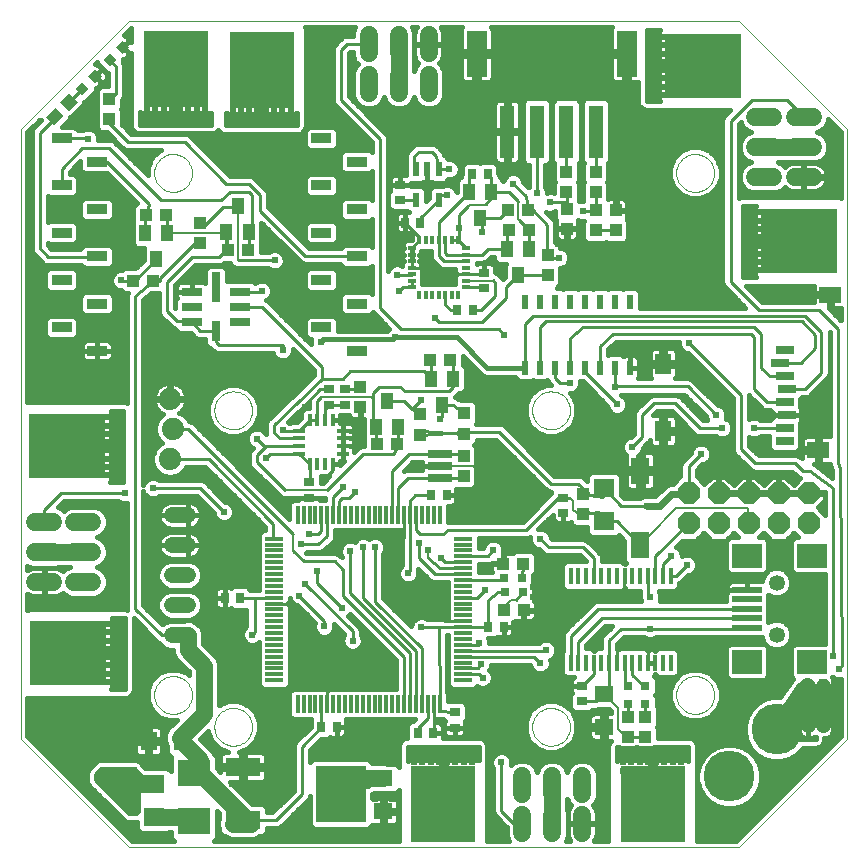
<source format=gtl>
G75*
%MOIN*%
%OFA0B0*%
%FSLAX24Y24*%
%IPPOS*%
%LPD*%
%AMOC8*
5,1,8,0,0,1.08239X$1,22.5*
%
%ADD10C,0.0000*%
%ADD11C,0.0600*%
%ADD12R,0.0394X0.0551*%
%ADD13R,0.0591X0.0118*%
%ADD14R,0.0118X0.0591*%
%ADD15R,0.0354X0.0276*%
%ADD16R,0.0394X0.0433*%
%ADD17R,0.0787X0.0276*%
%ADD18R,0.0276X0.0354*%
%ADD19R,0.0433X0.0394*%
%ADD20R,0.0315X0.0315*%
%ADD21OC8,0.0740*%
%ADD22R,0.0630X0.0906*%
%ADD23R,0.1650X0.1900*%
%ADD24R,0.1180X0.0630*%
%ADD25R,0.0551X0.0630*%
%ADD26R,0.0630X0.0551*%
%ADD27R,0.0236X0.0472*%
%ADD28R,0.0551X0.0709*%
%ADD29R,0.0748X0.0551*%
%ADD30R,0.0591X0.0315*%
%ADD31R,0.0669X0.0335*%
%ADD32R,0.0315X0.0315*%
%ADD33C,0.0531*%
%ADD34R,0.0276X0.0157*%
%ADD35R,0.0157X0.0276*%
%ADD36R,0.0217X0.0472*%
%ADD37R,0.0394X0.0157*%
%ADD38R,0.0157X0.0394*%
%ADD39C,0.0740*%
%ADD40R,0.0315X0.0984*%
%ADD41R,0.0315X0.0657*%
%ADD42R,0.0657X0.0315*%
%ADD43R,0.1100X0.0900*%
%ADD44R,0.0709X0.0630*%
%ADD45R,0.2165X0.2559*%
%ADD46R,0.2559X0.2165*%
%ADD47R,0.0709X0.1535*%
%ADD48R,0.0512X0.1772*%
%ADD49R,0.0250X0.0500*%
%ADD50C,0.0160*%
%ADD51C,0.0531*%
%ADD52R,0.0984X0.0197*%
%ADD53R,0.0984X0.0787*%
%ADD54R,0.0137X0.0550*%
%ADD55C,0.0100*%
%ADD56C,0.0238*%
%ADD57C,0.0560*%
%ADD58C,0.0500*%
%ADD59C,0.0320*%
%ADD60C,0.0075*%
%ADD61C,0.0240*%
%ADD62C,0.0065*%
%ADD63C,0.0240*%
%ADD64C,0.0067*%
%ADD65C,0.0080*%
%ADD66C,0.0070*%
%ADD67C,0.1693*%
D10*
X000900Y003972D02*
X004522Y000350D01*
X024837Y000350D01*
X028459Y003972D01*
X028459Y024287D01*
X024837Y027909D01*
X004522Y027909D01*
X000900Y024287D01*
X000900Y003972D01*
X005349Y005429D02*
X005351Y005479D01*
X005357Y005529D01*
X005367Y005578D01*
X005381Y005626D01*
X005398Y005673D01*
X005419Y005718D01*
X005444Y005762D01*
X005472Y005803D01*
X005504Y005842D01*
X005538Y005879D01*
X005575Y005913D01*
X005615Y005943D01*
X005657Y005970D01*
X005701Y005994D01*
X005747Y006015D01*
X005794Y006031D01*
X005842Y006044D01*
X005892Y006053D01*
X005941Y006058D01*
X005992Y006059D01*
X006042Y006056D01*
X006091Y006049D01*
X006140Y006038D01*
X006188Y006023D01*
X006234Y006005D01*
X006279Y005983D01*
X006322Y005957D01*
X006363Y005928D01*
X006402Y005896D01*
X006438Y005861D01*
X006470Y005823D01*
X006500Y005783D01*
X006527Y005740D01*
X006550Y005696D01*
X006569Y005650D01*
X006585Y005602D01*
X006597Y005553D01*
X006605Y005504D01*
X006609Y005454D01*
X006609Y005404D01*
X006605Y005354D01*
X006597Y005305D01*
X006585Y005256D01*
X006569Y005208D01*
X006550Y005162D01*
X006527Y005118D01*
X006500Y005075D01*
X006470Y005035D01*
X006438Y004997D01*
X006402Y004962D01*
X006363Y004930D01*
X006322Y004901D01*
X006279Y004875D01*
X006234Y004853D01*
X006188Y004835D01*
X006140Y004820D01*
X006091Y004809D01*
X006042Y004802D01*
X005992Y004799D01*
X005941Y004800D01*
X005892Y004805D01*
X005842Y004814D01*
X005794Y004827D01*
X005747Y004843D01*
X005701Y004864D01*
X005657Y004888D01*
X005615Y004915D01*
X005575Y004945D01*
X005538Y004979D01*
X005504Y005016D01*
X005472Y005055D01*
X005444Y005096D01*
X005419Y005140D01*
X005398Y005185D01*
X005381Y005232D01*
X005367Y005280D01*
X005357Y005329D01*
X005351Y005379D01*
X005349Y005429D01*
X007357Y004366D02*
X007359Y004416D01*
X007365Y004466D01*
X007375Y004515D01*
X007389Y004563D01*
X007406Y004610D01*
X007427Y004655D01*
X007452Y004699D01*
X007480Y004740D01*
X007512Y004779D01*
X007546Y004816D01*
X007583Y004850D01*
X007623Y004880D01*
X007665Y004907D01*
X007709Y004931D01*
X007755Y004952D01*
X007802Y004968D01*
X007850Y004981D01*
X007900Y004990D01*
X007949Y004995D01*
X008000Y004996D01*
X008050Y004993D01*
X008099Y004986D01*
X008148Y004975D01*
X008196Y004960D01*
X008242Y004942D01*
X008287Y004920D01*
X008330Y004894D01*
X008371Y004865D01*
X008410Y004833D01*
X008446Y004798D01*
X008478Y004760D01*
X008508Y004720D01*
X008535Y004677D01*
X008558Y004633D01*
X008577Y004587D01*
X008593Y004539D01*
X008605Y004490D01*
X008613Y004441D01*
X008617Y004391D01*
X008617Y004341D01*
X008613Y004291D01*
X008605Y004242D01*
X008593Y004193D01*
X008577Y004145D01*
X008558Y004099D01*
X008535Y004055D01*
X008508Y004012D01*
X008478Y003972D01*
X008446Y003934D01*
X008410Y003899D01*
X008371Y003867D01*
X008330Y003838D01*
X008287Y003812D01*
X008242Y003790D01*
X008196Y003772D01*
X008148Y003757D01*
X008099Y003746D01*
X008050Y003739D01*
X008000Y003736D01*
X007949Y003737D01*
X007900Y003742D01*
X007850Y003751D01*
X007802Y003764D01*
X007755Y003780D01*
X007709Y003801D01*
X007665Y003825D01*
X007623Y003852D01*
X007583Y003882D01*
X007546Y003916D01*
X007512Y003953D01*
X007480Y003992D01*
X007452Y004033D01*
X007427Y004077D01*
X007406Y004122D01*
X007389Y004169D01*
X007375Y004217D01*
X007365Y004266D01*
X007359Y004316D01*
X007357Y004366D01*
X007357Y014917D02*
X007359Y014967D01*
X007365Y015017D01*
X007375Y015066D01*
X007389Y015114D01*
X007406Y015161D01*
X007427Y015206D01*
X007452Y015250D01*
X007480Y015291D01*
X007512Y015330D01*
X007546Y015367D01*
X007583Y015401D01*
X007623Y015431D01*
X007665Y015458D01*
X007709Y015482D01*
X007755Y015503D01*
X007802Y015519D01*
X007850Y015532D01*
X007900Y015541D01*
X007949Y015546D01*
X008000Y015547D01*
X008050Y015544D01*
X008099Y015537D01*
X008148Y015526D01*
X008196Y015511D01*
X008242Y015493D01*
X008287Y015471D01*
X008330Y015445D01*
X008371Y015416D01*
X008410Y015384D01*
X008446Y015349D01*
X008478Y015311D01*
X008508Y015271D01*
X008535Y015228D01*
X008558Y015184D01*
X008577Y015138D01*
X008593Y015090D01*
X008605Y015041D01*
X008613Y014992D01*
X008617Y014942D01*
X008617Y014892D01*
X008613Y014842D01*
X008605Y014793D01*
X008593Y014744D01*
X008577Y014696D01*
X008558Y014650D01*
X008535Y014606D01*
X008508Y014563D01*
X008478Y014523D01*
X008446Y014485D01*
X008410Y014450D01*
X008371Y014418D01*
X008330Y014389D01*
X008287Y014363D01*
X008242Y014341D01*
X008196Y014323D01*
X008148Y014308D01*
X008099Y014297D01*
X008050Y014290D01*
X008000Y014287D01*
X007949Y014288D01*
X007900Y014293D01*
X007850Y014302D01*
X007802Y014315D01*
X007755Y014331D01*
X007709Y014352D01*
X007665Y014376D01*
X007623Y014403D01*
X007583Y014433D01*
X007546Y014467D01*
X007512Y014504D01*
X007480Y014543D01*
X007452Y014584D01*
X007427Y014628D01*
X007406Y014673D01*
X007389Y014720D01*
X007375Y014768D01*
X007365Y014817D01*
X007359Y014867D01*
X007357Y014917D01*
X005349Y022830D02*
X005351Y022880D01*
X005357Y022930D01*
X005367Y022979D01*
X005381Y023027D01*
X005398Y023074D01*
X005419Y023119D01*
X005444Y023163D01*
X005472Y023204D01*
X005504Y023243D01*
X005538Y023280D01*
X005575Y023314D01*
X005615Y023344D01*
X005657Y023371D01*
X005701Y023395D01*
X005747Y023416D01*
X005794Y023432D01*
X005842Y023445D01*
X005892Y023454D01*
X005941Y023459D01*
X005992Y023460D01*
X006042Y023457D01*
X006091Y023450D01*
X006140Y023439D01*
X006188Y023424D01*
X006234Y023406D01*
X006279Y023384D01*
X006322Y023358D01*
X006363Y023329D01*
X006402Y023297D01*
X006438Y023262D01*
X006470Y023224D01*
X006500Y023184D01*
X006527Y023141D01*
X006550Y023097D01*
X006569Y023051D01*
X006585Y023003D01*
X006597Y022954D01*
X006605Y022905D01*
X006609Y022855D01*
X006609Y022805D01*
X006605Y022755D01*
X006597Y022706D01*
X006585Y022657D01*
X006569Y022609D01*
X006550Y022563D01*
X006527Y022519D01*
X006500Y022476D01*
X006470Y022436D01*
X006438Y022398D01*
X006402Y022363D01*
X006363Y022331D01*
X006322Y022302D01*
X006279Y022276D01*
X006234Y022254D01*
X006188Y022236D01*
X006140Y022221D01*
X006091Y022210D01*
X006042Y022203D01*
X005992Y022200D01*
X005941Y022201D01*
X005892Y022206D01*
X005842Y022215D01*
X005794Y022228D01*
X005747Y022244D01*
X005701Y022265D01*
X005657Y022289D01*
X005615Y022316D01*
X005575Y022346D01*
X005538Y022380D01*
X005504Y022417D01*
X005472Y022456D01*
X005444Y022497D01*
X005419Y022541D01*
X005398Y022586D01*
X005381Y022633D01*
X005367Y022681D01*
X005357Y022730D01*
X005351Y022780D01*
X005349Y022830D01*
X017947Y014917D02*
X017949Y014967D01*
X017955Y015017D01*
X017965Y015066D01*
X017979Y015114D01*
X017996Y015161D01*
X018017Y015206D01*
X018042Y015250D01*
X018070Y015291D01*
X018102Y015330D01*
X018136Y015367D01*
X018173Y015401D01*
X018213Y015431D01*
X018255Y015458D01*
X018299Y015482D01*
X018345Y015503D01*
X018392Y015519D01*
X018440Y015532D01*
X018490Y015541D01*
X018539Y015546D01*
X018590Y015547D01*
X018640Y015544D01*
X018689Y015537D01*
X018738Y015526D01*
X018786Y015511D01*
X018832Y015493D01*
X018877Y015471D01*
X018920Y015445D01*
X018961Y015416D01*
X019000Y015384D01*
X019036Y015349D01*
X019068Y015311D01*
X019098Y015271D01*
X019125Y015228D01*
X019148Y015184D01*
X019167Y015138D01*
X019183Y015090D01*
X019195Y015041D01*
X019203Y014992D01*
X019207Y014942D01*
X019207Y014892D01*
X019203Y014842D01*
X019195Y014793D01*
X019183Y014744D01*
X019167Y014696D01*
X019148Y014650D01*
X019125Y014606D01*
X019098Y014563D01*
X019068Y014523D01*
X019036Y014485D01*
X019000Y014450D01*
X018961Y014418D01*
X018920Y014389D01*
X018877Y014363D01*
X018832Y014341D01*
X018786Y014323D01*
X018738Y014308D01*
X018689Y014297D01*
X018640Y014290D01*
X018590Y014287D01*
X018539Y014288D01*
X018490Y014293D01*
X018440Y014302D01*
X018392Y014315D01*
X018345Y014331D01*
X018299Y014352D01*
X018255Y014376D01*
X018213Y014403D01*
X018173Y014433D01*
X018136Y014467D01*
X018102Y014504D01*
X018070Y014543D01*
X018042Y014584D01*
X018017Y014628D01*
X017996Y014673D01*
X017979Y014720D01*
X017965Y014768D01*
X017955Y014817D01*
X017949Y014867D01*
X017947Y014917D01*
X022750Y022830D02*
X022752Y022880D01*
X022758Y022930D01*
X022768Y022979D01*
X022782Y023027D01*
X022799Y023074D01*
X022820Y023119D01*
X022845Y023163D01*
X022873Y023204D01*
X022905Y023243D01*
X022939Y023280D01*
X022976Y023314D01*
X023016Y023344D01*
X023058Y023371D01*
X023102Y023395D01*
X023148Y023416D01*
X023195Y023432D01*
X023243Y023445D01*
X023293Y023454D01*
X023342Y023459D01*
X023393Y023460D01*
X023443Y023457D01*
X023492Y023450D01*
X023541Y023439D01*
X023589Y023424D01*
X023635Y023406D01*
X023680Y023384D01*
X023723Y023358D01*
X023764Y023329D01*
X023803Y023297D01*
X023839Y023262D01*
X023871Y023224D01*
X023901Y023184D01*
X023928Y023141D01*
X023951Y023097D01*
X023970Y023051D01*
X023986Y023003D01*
X023998Y022954D01*
X024006Y022905D01*
X024010Y022855D01*
X024010Y022805D01*
X024006Y022755D01*
X023998Y022706D01*
X023986Y022657D01*
X023970Y022609D01*
X023951Y022563D01*
X023928Y022519D01*
X023901Y022476D01*
X023871Y022436D01*
X023839Y022398D01*
X023803Y022363D01*
X023764Y022331D01*
X023723Y022302D01*
X023680Y022276D01*
X023635Y022254D01*
X023589Y022236D01*
X023541Y022221D01*
X023492Y022210D01*
X023443Y022203D01*
X023393Y022200D01*
X023342Y022201D01*
X023293Y022206D01*
X023243Y022215D01*
X023195Y022228D01*
X023148Y022244D01*
X023102Y022265D01*
X023058Y022289D01*
X023016Y022316D01*
X022976Y022346D01*
X022939Y022380D01*
X022905Y022417D01*
X022873Y022456D01*
X022845Y022497D01*
X022820Y022541D01*
X022799Y022586D01*
X022782Y022633D01*
X022768Y022681D01*
X022758Y022730D01*
X022752Y022780D01*
X022750Y022830D01*
X022750Y005429D02*
X022752Y005479D01*
X022758Y005529D01*
X022768Y005578D01*
X022782Y005626D01*
X022799Y005673D01*
X022820Y005718D01*
X022845Y005762D01*
X022873Y005803D01*
X022905Y005842D01*
X022939Y005879D01*
X022976Y005913D01*
X023016Y005943D01*
X023058Y005970D01*
X023102Y005994D01*
X023148Y006015D01*
X023195Y006031D01*
X023243Y006044D01*
X023293Y006053D01*
X023342Y006058D01*
X023393Y006059D01*
X023443Y006056D01*
X023492Y006049D01*
X023541Y006038D01*
X023589Y006023D01*
X023635Y006005D01*
X023680Y005983D01*
X023723Y005957D01*
X023764Y005928D01*
X023803Y005896D01*
X023839Y005861D01*
X023871Y005823D01*
X023901Y005783D01*
X023928Y005740D01*
X023951Y005696D01*
X023970Y005650D01*
X023986Y005602D01*
X023998Y005553D01*
X024006Y005504D01*
X024010Y005454D01*
X024010Y005404D01*
X024006Y005354D01*
X023998Y005305D01*
X023986Y005256D01*
X023970Y005208D01*
X023951Y005162D01*
X023928Y005118D01*
X023901Y005075D01*
X023871Y005035D01*
X023839Y004997D01*
X023803Y004962D01*
X023764Y004930D01*
X023723Y004901D01*
X023680Y004875D01*
X023635Y004853D01*
X023589Y004835D01*
X023541Y004820D01*
X023492Y004809D01*
X023443Y004802D01*
X023393Y004799D01*
X023342Y004800D01*
X023293Y004805D01*
X023243Y004814D01*
X023195Y004827D01*
X023148Y004843D01*
X023102Y004864D01*
X023058Y004888D01*
X023016Y004915D01*
X022976Y004945D01*
X022939Y004979D01*
X022905Y005016D01*
X022873Y005055D01*
X022845Y005096D01*
X022820Y005140D01*
X022799Y005185D01*
X022782Y005232D01*
X022768Y005280D01*
X022758Y005329D01*
X022752Y005379D01*
X022750Y005429D01*
X017947Y004366D02*
X017949Y004416D01*
X017955Y004466D01*
X017965Y004515D01*
X017979Y004563D01*
X017996Y004610D01*
X018017Y004655D01*
X018042Y004699D01*
X018070Y004740D01*
X018102Y004779D01*
X018136Y004816D01*
X018173Y004850D01*
X018213Y004880D01*
X018255Y004907D01*
X018299Y004931D01*
X018345Y004952D01*
X018392Y004968D01*
X018440Y004981D01*
X018490Y004990D01*
X018539Y004995D01*
X018590Y004996D01*
X018640Y004993D01*
X018689Y004986D01*
X018738Y004975D01*
X018786Y004960D01*
X018832Y004942D01*
X018877Y004920D01*
X018920Y004894D01*
X018961Y004865D01*
X019000Y004833D01*
X019036Y004798D01*
X019068Y004760D01*
X019098Y004720D01*
X019125Y004677D01*
X019148Y004633D01*
X019167Y004587D01*
X019183Y004539D01*
X019195Y004490D01*
X019203Y004441D01*
X019207Y004391D01*
X019207Y004341D01*
X019203Y004291D01*
X019195Y004242D01*
X019183Y004193D01*
X019167Y004145D01*
X019148Y004099D01*
X019125Y004055D01*
X019098Y004012D01*
X019068Y003972D01*
X019036Y003934D01*
X019000Y003899D01*
X018961Y003867D01*
X018920Y003838D01*
X018877Y003812D01*
X018832Y003790D01*
X018786Y003772D01*
X018738Y003757D01*
X018689Y003746D01*
X018640Y003739D01*
X018590Y003736D01*
X018539Y003737D01*
X018490Y003742D01*
X018440Y003751D01*
X018392Y003764D01*
X018345Y003780D01*
X018299Y003801D01*
X018255Y003825D01*
X018213Y003852D01*
X018173Y003882D01*
X018136Y003916D01*
X018102Y003953D01*
X018070Y003992D01*
X018042Y004033D01*
X018017Y004077D01*
X017996Y004122D01*
X017979Y004169D01*
X017965Y004217D01*
X017955Y004266D01*
X017949Y004316D01*
X017947Y004366D01*
D11*
X017617Y002722D02*
X017617Y002122D01*
X017617Y001437D02*
X017617Y000837D01*
X018617Y000837D02*
X018617Y001437D01*
X018617Y002122D02*
X018617Y002722D01*
X019617Y002722D02*
X019617Y002122D01*
X019617Y001437D02*
X019617Y000837D01*
X003287Y009193D02*
X002687Y009193D01*
X001987Y009193D02*
X001387Y009193D01*
X001387Y010193D02*
X001987Y010193D01*
X002687Y010193D02*
X003287Y010193D01*
X003287Y011193D02*
X002687Y011193D01*
X001987Y011193D02*
X001387Y011193D01*
X012502Y025497D02*
X012502Y026097D01*
X012498Y026822D02*
X012498Y027422D01*
X013498Y027422D02*
X013498Y026822D01*
X013502Y026097D02*
X013502Y025497D01*
X014502Y025497D02*
X014502Y026097D01*
X014498Y026822D02*
X014498Y027422D01*
X025383Y024696D02*
X025983Y024696D01*
X026702Y024696D02*
X027302Y024696D01*
X027302Y023696D02*
X026702Y023696D01*
X025983Y023696D02*
X025383Y023696D01*
X025383Y022696D02*
X025983Y022696D01*
X026702Y022696D02*
X027302Y022696D01*
D12*
X017843Y020288D03*
X017095Y020288D03*
X017469Y019422D03*
X016219Y021327D03*
X016593Y022193D03*
X015845Y022193D03*
X015322Y015976D03*
X014574Y015976D03*
X014948Y015109D03*
X013494Y014370D03*
X012746Y014370D03*
X013120Y015236D03*
X008507Y020852D03*
X007759Y020852D03*
X008133Y021719D03*
X005791Y020829D03*
X005417Y019963D03*
X005043Y020829D03*
D13*
X009349Y010641D03*
X009349Y010444D03*
X009349Y010248D03*
X009349Y010051D03*
X009349Y009854D03*
X009349Y009657D03*
X009349Y009460D03*
X009349Y009263D03*
X009349Y009067D03*
X009349Y008870D03*
X009349Y008673D03*
X009349Y008476D03*
X009349Y008279D03*
X009349Y008082D03*
X009349Y007885D03*
X009349Y007689D03*
X009349Y007492D03*
X009349Y007295D03*
X009349Y007098D03*
X009349Y006901D03*
X009349Y006704D03*
X009349Y006507D03*
X009349Y006311D03*
X009349Y006114D03*
X009349Y005917D03*
X015648Y005917D03*
X015648Y006114D03*
X015648Y006311D03*
X015648Y006507D03*
X015648Y006704D03*
X015648Y006901D03*
X015648Y007098D03*
X015648Y007295D03*
X015648Y007492D03*
X015648Y007689D03*
X015648Y007885D03*
X015648Y008082D03*
X015648Y008279D03*
X015648Y008476D03*
X015648Y008673D03*
X015648Y008870D03*
X015648Y009067D03*
X015648Y009263D03*
X015648Y009460D03*
X015648Y009657D03*
X015648Y009854D03*
X015648Y010051D03*
X015648Y010248D03*
X015648Y010444D03*
X015648Y010641D03*
D14*
X014861Y011429D03*
X014664Y011429D03*
X014467Y011429D03*
X014270Y011429D03*
X014073Y011429D03*
X013876Y011429D03*
X013680Y011429D03*
X013483Y011429D03*
X013286Y011429D03*
X013089Y011429D03*
X012892Y011429D03*
X012695Y011429D03*
X012498Y011429D03*
X012302Y011429D03*
X012105Y011429D03*
X011908Y011429D03*
X011711Y011429D03*
X011514Y011429D03*
X011317Y011429D03*
X011120Y011429D03*
X010924Y011429D03*
X010727Y011429D03*
X010530Y011429D03*
X010333Y011429D03*
X010136Y011429D03*
X010136Y005130D03*
X010333Y005130D03*
X010530Y005130D03*
X010727Y005130D03*
X010924Y005130D03*
X011120Y005130D03*
X011317Y005130D03*
X011514Y005130D03*
X011711Y005130D03*
X011908Y005130D03*
X012105Y005130D03*
X012302Y005130D03*
X012498Y005130D03*
X012695Y005130D03*
X012892Y005130D03*
X013089Y005130D03*
X013286Y005130D03*
X013483Y005130D03*
X013680Y005130D03*
X013876Y005130D03*
X014073Y005130D03*
X014270Y005130D03*
X014467Y005130D03*
X014664Y005130D03*
X014861Y005130D03*
D15*
X015367Y004856D03*
X015367Y004344D03*
X019601Y005212D03*
X019601Y005724D03*
X018985Y011495D03*
X018985Y012007D03*
X016351Y018988D03*
X016351Y019500D03*
X013553Y021931D03*
X013553Y022443D03*
X011701Y015617D03*
X011701Y015105D03*
X011187Y015105D03*
X011187Y015617D03*
X010508Y012521D03*
X010508Y012009D03*
D16*
X012217Y015026D03*
X012217Y015695D03*
X014202Y014778D03*
X014202Y014109D03*
X015686Y014142D03*
X015686Y014811D03*
X015669Y013398D03*
X015669Y012729D03*
X019650Y012119D03*
X019650Y011449D03*
X021136Y004700D03*
X021727Y004700D03*
X021727Y004031D03*
X021136Y004031D03*
X018467Y019422D03*
X018467Y020091D03*
X019110Y020971D03*
X019110Y021641D03*
X019088Y022190D03*
X019088Y022860D03*
X020072Y022855D03*
X020072Y022186D03*
X020073Y021590D03*
X020073Y020921D03*
X020743Y020921D03*
X020743Y021590D03*
X006883Y021167D03*
X006883Y020497D03*
X003846Y024629D03*
X003846Y025298D03*
D17*
X014861Y013461D03*
X014861Y013068D03*
X014861Y012674D03*
D18*
X015101Y012090D03*
X014589Y012090D03*
X016487Y007708D03*
X016998Y007708D03*
X014643Y004170D03*
X014131Y004170D03*
X011431Y004366D03*
X010920Y004366D03*
X008211Y008665D03*
X007699Y008665D03*
X015451Y018252D03*
X015963Y018252D03*
X014227Y021177D03*
X013715Y021177D03*
X015956Y022806D03*
X016468Y022806D03*
D19*
X017137Y021580D03*
X017176Y020938D03*
X017846Y020938D03*
X017806Y021580D03*
X015204Y016598D03*
X014535Y016598D03*
X013454Y013787D03*
X012785Y013787D03*
X016983Y009799D03*
X017652Y009799D03*
X017667Y008257D03*
X016997Y008257D03*
X008478Y020251D03*
X007809Y020251D03*
X005752Y021411D03*
X005082Y021411D03*
X005319Y019234D03*
X004649Y019234D03*
G36*
X002331Y024729D02*
X002026Y024424D01*
X001747Y024703D01*
X002052Y025008D01*
X002331Y024729D01*
G37*
G36*
X002804Y025202D02*
X002499Y024897D01*
X002220Y025176D01*
X002525Y025481D01*
X002804Y025202D01*
G37*
D20*
X017022Y009326D03*
X017038Y008850D03*
X017628Y008850D03*
X017613Y009326D03*
X021136Y005724D03*
X021136Y005133D03*
X021727Y005133D03*
X021727Y005724D03*
D21*
X023162Y011158D03*
X023162Y012158D03*
X024162Y012158D03*
X024162Y011158D03*
X025162Y011158D03*
X025162Y012158D03*
X026162Y012158D03*
X026162Y011158D03*
X027162Y011158D03*
X027162Y012158D03*
D22*
X021558Y012902D03*
X021558Y010422D03*
D23*
X011572Y002137D03*
D24*
X008312Y001267D03*
X008312Y003027D03*
D25*
X006269Y003888D03*
X005166Y003888D03*
D26*
X012992Y002648D03*
X012992Y001545D03*
X020349Y004366D03*
X020349Y005468D03*
D27*
X020211Y016337D03*
X020711Y016337D03*
X021211Y016337D03*
X019711Y016337D03*
X019211Y016337D03*
X018711Y016337D03*
X018211Y016337D03*
X017711Y016337D03*
X017711Y018542D03*
X018211Y018542D03*
X018711Y018542D03*
X019211Y018542D03*
X019711Y018542D03*
X020211Y018542D03*
X020711Y018542D03*
X021211Y018542D03*
D28*
X022317Y016467D03*
X022317Y014223D03*
D29*
X027494Y013593D03*
X027887Y018770D03*
D30*
X026372Y016936D03*
X026214Y016503D03*
X026372Y016070D03*
X026450Y015637D03*
X026372Y015204D03*
X026450Y014770D03*
X026372Y014337D03*
X026372Y013904D03*
D31*
X012108Y016899D03*
X010927Y017686D03*
X012108Y018474D03*
X010927Y019261D03*
X012108Y020048D03*
X010927Y020836D03*
X012108Y021623D03*
X010927Y022411D03*
X012108Y023198D03*
X010927Y023985D03*
X003446Y023198D03*
X002265Y022411D03*
X003446Y021623D03*
X002265Y020836D03*
X003446Y020048D03*
X002265Y019261D03*
X003446Y018474D03*
X002265Y017686D03*
X003446Y016899D03*
X002265Y023985D03*
D32*
G36*
X002959Y025413D02*
X002737Y025635D01*
X002959Y025857D01*
X003181Y025635D01*
X002959Y025413D01*
G37*
G36*
X003376Y025831D02*
X003154Y026053D01*
X003376Y026275D01*
X003598Y026053D01*
X003376Y025831D01*
G37*
G36*
X003874Y026378D02*
X003652Y026600D01*
X003874Y026822D01*
X004096Y026600D01*
X003874Y026378D01*
G37*
G36*
X004291Y026796D02*
X004069Y027018D01*
X004291Y027240D01*
X004513Y027018D01*
X004291Y026796D01*
G37*
D33*
X005939Y011423D02*
X006470Y011423D01*
X006470Y010423D02*
X005939Y010423D01*
X005939Y009423D02*
X006470Y009423D01*
X006470Y008423D02*
X005939Y008423D01*
X005943Y007415D02*
X006474Y007415D01*
D34*
X013935Y019026D03*
X013935Y019242D03*
X013935Y019459D03*
X013935Y019675D03*
X013935Y019892D03*
X013935Y020108D03*
X013935Y020325D03*
X015746Y020325D03*
X015746Y020108D03*
X015746Y019892D03*
X015746Y019675D03*
X015746Y019459D03*
X015746Y019242D03*
X015746Y019026D03*
D35*
X015490Y018770D03*
X015273Y018770D03*
X015057Y018770D03*
X014840Y018770D03*
X014624Y018770D03*
X014407Y018770D03*
X014191Y018770D03*
X014191Y020581D03*
X014407Y020581D03*
X014624Y020581D03*
X014840Y020581D03*
X015057Y020581D03*
X015273Y020581D03*
X015490Y020581D03*
D36*
X014833Y021935D03*
X014085Y021935D03*
X014085Y022959D03*
X014459Y022959D03*
X014833Y022959D03*
D37*
X011643Y014238D03*
X011643Y013982D03*
X011643Y013726D03*
X011643Y013470D03*
X010186Y013470D03*
X010186Y013726D03*
X010186Y013982D03*
X010186Y014238D03*
D38*
X010530Y014582D03*
X010786Y014582D03*
X011042Y014582D03*
X011298Y014582D03*
X011298Y013126D03*
X011042Y013126D03*
X010786Y013126D03*
X010530Y013126D03*
D39*
X005879Y013295D03*
X005979Y014295D03*
X005879Y015295D03*
D40*
X007409Y019018D03*
D41*
X007409Y017555D03*
D42*
X006596Y017868D03*
X006596Y018368D03*
X006596Y018868D03*
X008222Y018868D03*
X008222Y018368D03*
X008222Y017868D03*
D43*
X006672Y002825D03*
X006672Y001214D03*
D44*
X005349Y001366D03*
X005349Y002468D03*
X020349Y011216D03*
X020349Y012319D03*
D45*
X021963Y001807D03*
X014994Y001807D03*
X008932Y026264D03*
X006078Y026284D03*
D46*
X002455Y013716D03*
X002494Y006826D03*
X023634Y026399D03*
X026830Y020552D03*
D47*
X021097Y026807D03*
X016097Y026807D03*
D48*
X017120Y024208D03*
X018105Y024208D03*
X019089Y024208D03*
X020073Y024208D03*
D49*
X027156Y005733D03*
X027656Y005733D03*
X027656Y005064D03*
X027156Y005064D03*
X027156Y004434D03*
X027656Y004434D03*
D50*
X003113Y002569D02*
X002611Y002569D01*
X002453Y002728D02*
X003113Y002728D01*
X003113Y002844D02*
X003113Y002541D01*
X003153Y002442D01*
X004295Y001301D01*
X003879Y001301D01*
X003721Y001460D02*
X004136Y001460D01*
X003978Y001618D02*
X003562Y001618D01*
X003404Y001777D02*
X003819Y001777D01*
X003661Y001935D02*
X003245Y001935D01*
X003087Y002094D02*
X003502Y002094D01*
X003344Y002252D02*
X002928Y002252D01*
X002770Y002411D02*
X003185Y002411D01*
X003113Y002844D02*
X003153Y002943D01*
X003229Y003018D01*
X003350Y003139D01*
X003350Y003139D01*
X003425Y003215D01*
X003524Y003256D01*
X004699Y003256D01*
X004732Y003261D01*
X004752Y003256D01*
X004772Y003256D01*
X004803Y003243D01*
X004836Y003235D01*
X004852Y003223D01*
X004871Y003215D01*
X004894Y003191D01*
X004921Y003171D01*
X004932Y003154D01*
X004946Y003139D01*
X004959Y003109D01*
X004975Y003081D01*
X005055Y003001D01*
X005793Y003001D01*
X005904Y002890D01*
X005904Y003355D01*
X005903Y003355D01*
X005775Y003483D01*
X005775Y003704D01*
X005765Y003728D01*
X005744Y003757D01*
X005728Y003819D01*
X005703Y003879D01*
X005703Y003914D01*
X005694Y003949D01*
X005703Y004012D01*
X005703Y004077D01*
X005717Y004109D01*
X005722Y004145D01*
X005754Y004200D01*
X005775Y004251D01*
X005775Y004293D01*
X005903Y004421D01*
X005940Y004421D01*
X006100Y004581D01*
X005810Y004581D01*
X005499Y004710D01*
X005260Y004949D01*
X005131Y005260D01*
X005131Y005597D01*
X005260Y005909D01*
X005499Y006147D01*
X005810Y006276D01*
X006147Y006276D01*
X006459Y006147D01*
X006524Y006082D01*
X006524Y006187D01*
X006209Y006503D01*
X006069Y006643D01*
X005993Y006826D01*
X005993Y006932D01*
X005847Y006932D01*
X005669Y007005D01*
X005533Y007141D01*
X005526Y007159D01*
X005455Y007188D01*
X004662Y007981D01*
X004662Y005566D01*
X004617Y005457D01*
X004533Y005373D01*
X004424Y005328D01*
X001156Y005328D01*
X001118Y005344D01*
X001118Y004062D01*
X004612Y000568D01*
X006010Y000568D01*
X005904Y000674D01*
X005904Y000868D01*
X005828Y000868D01*
X005793Y000833D01*
X004904Y000833D01*
X004777Y000961D01*
X004777Y001185D01*
X004469Y001185D01*
X004370Y001225D01*
X004295Y001301D01*
X004038Y001143D02*
X004777Y001143D01*
X004777Y000984D02*
X004196Y000984D01*
X004355Y000826D02*
X005904Y000826D01*
X005910Y000667D02*
X004513Y000667D01*
X005012Y003045D02*
X005904Y003045D01*
X005904Y003203D02*
X004882Y003203D01*
X004867Y003393D02*
X005108Y003393D01*
X005108Y003830D01*
X004711Y003830D01*
X004711Y003549D01*
X004723Y003503D01*
X004747Y003462D01*
X004780Y003429D01*
X004821Y003405D01*
X004867Y003393D01*
X004718Y003520D02*
X001660Y003520D01*
X001502Y003679D02*
X004711Y003679D01*
X004711Y003946D02*
X004711Y004226D01*
X004723Y004272D01*
X004747Y004313D01*
X004780Y004347D01*
X004821Y004370D01*
X004867Y004383D01*
X005108Y004383D01*
X005108Y003946D01*
X005224Y003946D01*
X005224Y004383D01*
X005465Y004383D01*
X005511Y004370D01*
X005552Y004347D01*
X005586Y004313D01*
X005609Y004272D01*
X005622Y004226D01*
X005622Y003946D01*
X005224Y003946D01*
X005224Y003830D01*
X005622Y003830D01*
X005622Y003549D01*
X005609Y003503D01*
X005586Y003462D01*
X005552Y003429D01*
X005511Y003405D01*
X005465Y003393D01*
X005224Y003393D01*
X005224Y003830D01*
X005108Y003830D01*
X005108Y003946D01*
X004711Y003946D01*
X004711Y003996D02*
X001185Y003996D01*
X001118Y004154D02*
X004711Y004154D01*
X004746Y004313D02*
X001118Y004313D01*
X001118Y004471D02*
X005990Y004471D01*
X005795Y004313D02*
X005586Y004313D01*
X005622Y004154D02*
X005727Y004154D01*
X005701Y003996D02*
X005622Y003996D01*
X005720Y003837D02*
X005224Y003837D01*
X005108Y003837D02*
X001343Y003837D01*
X001819Y003362D02*
X005896Y003362D01*
X005775Y003520D02*
X005614Y003520D01*
X005622Y003679D02*
X005775Y003679D01*
X005224Y003679D02*
X005108Y003679D01*
X005108Y003520D02*
X005224Y003520D01*
X005224Y003996D02*
X005108Y003996D01*
X005108Y004154D02*
X005224Y004154D01*
X005224Y004313D02*
X005108Y004313D01*
X005421Y004788D02*
X001118Y004788D01*
X001118Y004630D02*
X005693Y004630D01*
X005262Y004947D02*
X001118Y004947D01*
X001118Y005105D02*
X005195Y005105D01*
X005131Y005264D02*
X001118Y005264D01*
X002574Y006746D02*
X002574Y006906D01*
X003954Y006906D01*
X003954Y007933D01*
X003942Y007979D01*
X003936Y007988D01*
X004365Y007988D01*
X004365Y005626D01*
X003910Y005626D01*
X003918Y005633D01*
X003942Y005674D01*
X003954Y005720D01*
X003954Y006746D01*
X002574Y006746D01*
X002574Y006906D01*
X003954Y006906D01*
X003954Y007933D01*
X003942Y007979D01*
X003936Y007988D01*
X004365Y007988D01*
X004365Y005626D01*
X003910Y005626D01*
X003918Y005633D01*
X003942Y005674D01*
X003954Y005720D01*
X003954Y006746D01*
X002574Y006746D01*
X002574Y006849D02*
X004365Y006849D01*
X002574Y006849D01*
X003954Y007007D02*
X004365Y007007D01*
X003954Y007007D01*
X003954Y007166D02*
X004365Y007166D01*
X003954Y007166D01*
X003954Y007324D02*
X004365Y007324D01*
X003954Y007324D01*
X003954Y007483D02*
X004365Y007483D01*
X003954Y007483D01*
X003954Y007641D02*
X004365Y007641D01*
X003954Y007641D01*
X003954Y007800D02*
X004365Y007800D01*
X003954Y007800D01*
X003947Y007958D02*
X004365Y007958D01*
X003947Y007958D01*
X004424Y008286D02*
X001156Y008286D01*
X001118Y008270D01*
X001118Y008795D01*
X001136Y008782D01*
X001203Y008748D01*
X001275Y008724D01*
X001350Y008713D01*
X001667Y008713D01*
X001667Y009173D01*
X001707Y009173D01*
X001707Y008713D01*
X002025Y008713D01*
X002100Y008724D01*
X002172Y008748D01*
X002239Y008782D01*
X002300Y008826D01*
X002310Y008837D01*
X002393Y008754D01*
X002584Y008675D01*
X003390Y008675D01*
X003580Y008754D01*
X003726Y008899D01*
X003804Y009090D01*
X003804Y009296D01*
X003726Y009486D01*
X003580Y009631D01*
X003433Y009693D01*
X003580Y009754D01*
X003726Y009899D01*
X003804Y010090D01*
X003804Y010296D01*
X003726Y010486D01*
X003580Y010631D01*
X003433Y010693D01*
X003580Y010754D01*
X003726Y010899D01*
X003804Y011090D01*
X003804Y011296D01*
X003726Y011486D01*
X003580Y011631D01*
X003390Y011710D01*
X002584Y011710D01*
X002393Y011631D01*
X002337Y011575D01*
X002281Y011631D01*
X002144Y011688D01*
X002350Y011893D01*
X004156Y011893D01*
X004174Y011875D01*
X004298Y011824D01*
X004432Y011824D01*
X004451Y011832D01*
X004451Y008274D01*
X004424Y008286D01*
X004449Y008275D02*
X004451Y008275D01*
X004451Y008434D02*
X001118Y008434D01*
X001118Y008592D02*
X004451Y008592D01*
X004451Y008751D02*
X003573Y008751D01*
X003730Y008909D02*
X004451Y008909D01*
X004451Y009068D02*
X003795Y009068D01*
X003804Y009226D02*
X004451Y009226D01*
X004451Y009385D02*
X003768Y009385D01*
X003668Y009543D02*
X004451Y009543D01*
X004451Y009702D02*
X003454Y009702D01*
X003686Y009860D02*
X004451Y009860D01*
X004451Y010019D02*
X003775Y010019D01*
X003804Y010177D02*
X004451Y010177D01*
X004451Y010336D02*
X003788Y010336D01*
X003717Y010494D02*
X004451Y010494D01*
X004451Y010653D02*
X003529Y010653D01*
X003637Y010811D02*
X004451Y010811D01*
X004451Y010970D02*
X003755Y010970D01*
X003804Y011128D02*
X004451Y011128D01*
X004451Y011287D02*
X003804Y011287D01*
X003742Y011445D02*
X004451Y011445D01*
X004451Y011604D02*
X003608Y011604D01*
X004451Y011762D02*
X002218Y011762D01*
X002309Y011604D02*
X002365Y011604D01*
X003871Y012515D02*
X003879Y012523D01*
X003902Y012564D01*
X003915Y012610D01*
X003915Y013636D01*
X002535Y013636D01*
X002535Y013796D01*
X003915Y013796D01*
X003915Y014823D01*
X003902Y014868D01*
X003897Y014878D01*
X004325Y014878D01*
X004325Y012515D01*
X003871Y012515D01*
X003897Y012555D02*
X004325Y012555D01*
X004325Y012713D02*
X003915Y012713D01*
X003915Y012872D02*
X004325Y012872D01*
X004325Y013030D02*
X003915Y013030D01*
X003915Y013189D02*
X004325Y013189D01*
X004325Y013347D02*
X003915Y013347D01*
X003915Y013506D02*
X004325Y013506D01*
X004325Y013664D02*
X002535Y013664D01*
X003915Y013823D02*
X004325Y013823D01*
X004325Y013981D02*
X003915Y013981D01*
X003915Y014140D02*
X004325Y014140D01*
X004325Y014298D02*
X003915Y014298D01*
X003915Y014457D02*
X004325Y014457D01*
X004325Y014615D02*
X003915Y014615D01*
X003915Y014774D02*
X004325Y014774D01*
X004451Y015161D02*
X004387Y015188D01*
X001118Y015188D01*
X001118Y024197D01*
X001531Y024610D01*
X001561Y024579D01*
X001378Y024396D01*
X001303Y024321D01*
X001262Y024222D01*
X001262Y020257D01*
X001303Y020159D01*
X001578Y019883D01*
X001654Y019808D01*
X001752Y019767D01*
X002918Y019767D01*
X003022Y019663D01*
X003871Y019663D01*
X003999Y019791D01*
X003999Y020306D01*
X003871Y020434D01*
X003022Y020434D01*
X002894Y020306D01*
X002894Y020303D01*
X001916Y020303D01*
X001798Y020422D01*
X001798Y020493D01*
X001840Y020451D01*
X002690Y020451D01*
X002818Y020578D01*
X002818Y021093D01*
X002690Y021221D01*
X001840Y021221D01*
X001798Y021178D01*
X001798Y022068D01*
X001840Y022026D01*
X002690Y022026D01*
X002818Y022153D01*
X002818Y022668D01*
X002690Y022796D01*
X002533Y022796D01*
X002533Y022864D01*
X002894Y023225D01*
X002894Y022940D01*
X003022Y022813D01*
X003767Y022813D01*
X004765Y021815D01*
X004648Y021698D01*
X004648Y021214D01*
X004628Y021195D01*
X004628Y020463D01*
X004756Y020335D01*
X005009Y020335D01*
X005002Y020328D01*
X005002Y019927D01*
X004725Y019649D01*
X004342Y019649D01*
X004278Y019584D01*
X004179Y019584D01*
X004056Y019533D01*
X003961Y019438D01*
X003910Y019315D01*
X003910Y019181D01*
X003961Y019057D01*
X004056Y018962D01*
X004179Y018911D01*
X004251Y018911D01*
X004342Y018820D01*
X004473Y018820D01*
X004455Y018785D01*
X004455Y018776D01*
X004451Y018767D01*
X004451Y018723D01*
X004448Y018679D01*
X004451Y018670D01*
X004451Y015161D01*
X004451Y015249D02*
X001118Y015249D01*
X001118Y015408D02*
X004451Y015408D01*
X004451Y015566D02*
X001118Y015566D01*
X001118Y015725D02*
X004451Y015725D01*
X004451Y015883D02*
X001118Y015883D01*
X001118Y016042D02*
X004451Y016042D01*
X004451Y016200D02*
X001118Y016200D01*
X001118Y016359D02*
X004451Y016359D01*
X004451Y016517D02*
X001118Y016517D01*
X001118Y016676D02*
X002940Y016676D01*
X002944Y016662D02*
X002968Y016621D01*
X003001Y016587D01*
X003042Y016564D01*
X003088Y016551D01*
X003443Y016551D01*
X003443Y016895D01*
X003450Y016895D01*
X003450Y016551D01*
X003805Y016551D01*
X003851Y016564D01*
X003892Y016587D01*
X003925Y016621D01*
X003949Y016662D01*
X003961Y016708D01*
X003961Y016895D01*
X003450Y016895D01*
X003450Y016902D01*
X003961Y016902D01*
X003961Y017090D01*
X003949Y017136D01*
X003925Y017177D01*
X003892Y017210D01*
X003851Y017234D01*
X003805Y017246D01*
X003450Y017246D01*
X003450Y016902D01*
X003443Y016902D01*
X003443Y016895D01*
X002932Y016895D01*
X002932Y016708D01*
X002944Y016662D01*
X002932Y016834D02*
X001118Y016834D01*
X001118Y016993D02*
X002932Y016993D01*
X002932Y016902D02*
X002932Y017090D01*
X002944Y017136D01*
X002968Y017177D01*
X003001Y017210D01*
X003042Y017234D01*
X003088Y017246D01*
X003443Y017246D01*
X003443Y016902D01*
X002932Y016902D01*
X002953Y017151D02*
X001118Y017151D01*
X001118Y017310D02*
X001832Y017310D01*
X001840Y017301D02*
X002690Y017301D01*
X002818Y017429D01*
X002818Y017944D01*
X002690Y018071D01*
X001840Y018071D01*
X001713Y017944D01*
X001713Y017429D01*
X001840Y017301D01*
X001713Y017468D02*
X001118Y017468D01*
X001118Y017627D02*
X001713Y017627D01*
X001713Y017785D02*
X001118Y017785D01*
X001118Y017944D02*
X001713Y017944D01*
X001118Y018102D02*
X003008Y018102D01*
X003022Y018089D02*
X003871Y018089D01*
X003999Y018216D01*
X003999Y018731D01*
X003871Y018859D01*
X003022Y018859D01*
X002894Y018731D01*
X002894Y018216D01*
X003022Y018089D01*
X002894Y018261D02*
X001118Y018261D01*
X001118Y018419D02*
X002894Y018419D01*
X002894Y018578D02*
X001118Y018578D01*
X001118Y018736D02*
X002899Y018736D01*
X002709Y018895D02*
X004268Y018895D01*
X004451Y018736D02*
X003994Y018736D01*
X003999Y018578D02*
X004451Y018578D01*
X004451Y018419D02*
X003999Y018419D01*
X003999Y018261D02*
X004451Y018261D01*
X004451Y018102D02*
X003885Y018102D01*
X004451Y017944D02*
X002818Y017944D01*
X002818Y017785D02*
X004451Y017785D01*
X004451Y017627D02*
X002818Y017627D01*
X002818Y017468D02*
X004451Y017468D01*
X004451Y017310D02*
X002699Y017310D01*
X003443Y017151D02*
X003450Y017151D01*
X003443Y016993D02*
X003450Y016993D01*
X003443Y016834D02*
X003450Y016834D01*
X003443Y016676D02*
X003450Y016676D01*
X003952Y016676D02*
X004451Y016676D01*
X004451Y016834D02*
X003961Y016834D01*
X003961Y016993D02*
X004451Y016993D01*
X004451Y017151D02*
X003940Y017151D01*
X004987Y017151D02*
X007034Y017151D01*
X007034Y017136D02*
X007162Y017009D01*
X007209Y017009D01*
X007287Y016931D01*
X007362Y016855D01*
X007461Y016814D01*
X009321Y016814D01*
X009355Y016734D01*
X009449Y016639D01*
X009573Y016588D01*
X009707Y016588D01*
X009831Y016639D01*
X009926Y016734D01*
X009977Y016858D01*
X009977Y016957D01*
X010672Y016263D01*
X010672Y016094D01*
X009195Y014673D01*
X009192Y014672D01*
X009156Y014636D01*
X009120Y014601D01*
X009119Y014598D01*
X009117Y014596D01*
X009098Y014549D01*
X009077Y014503D01*
X009077Y014500D01*
X009076Y014498D01*
X009076Y014447D01*
X009075Y014396D01*
X009076Y014394D01*
X009076Y014123D01*
X009060Y014163D01*
X008965Y014258D01*
X008841Y014309D01*
X008707Y014309D01*
X008583Y014258D01*
X008488Y014163D01*
X008437Y014039D01*
X008437Y013905D01*
X008488Y013781D01*
X008583Y013686D01*
X008638Y013664D01*
X008547Y013573D01*
X008506Y013474D01*
X008506Y013236D01*
X008506Y013235D01*
X008506Y013183D01*
X008506Y013131D01*
X008507Y013130D01*
X008507Y013129D01*
X008527Y013081D01*
X008547Y013033D01*
X008548Y013032D01*
X008549Y013031D01*
X008586Y012994D01*
X008622Y012958D01*
X008624Y012957D01*
X009570Y012031D01*
X009668Y011991D01*
X009775Y011993D01*
X009815Y012009D01*
X010151Y012009D01*
X010151Y011942D01*
X009987Y011942D01*
X009859Y011814D01*
X009859Y011292D01*
X006709Y014447D01*
X006673Y014484D01*
X006634Y014522D01*
X006634Y014522D01*
X006634Y014522D01*
X006585Y014542D01*
X006536Y014563D01*
X006536Y014563D01*
X006536Y014563D01*
X006505Y014563D01*
X006478Y014628D01*
X006312Y014794D01*
X006193Y014843D01*
X006238Y014876D01*
X006299Y014937D01*
X006350Y015007D01*
X006389Y015084D01*
X006416Y015166D01*
X006429Y015252D01*
X006429Y015275D01*
X005899Y015275D01*
X005899Y015315D01*
X005859Y015315D01*
X005859Y015275D01*
X005329Y015275D01*
X005329Y015252D01*
X005343Y015166D01*
X005370Y015084D01*
X005409Y015007D01*
X005460Y014937D01*
X005521Y014876D01*
X005591Y014825D01*
X005650Y014795D01*
X005646Y014794D01*
X005481Y014628D01*
X005391Y014412D01*
X005391Y014178D01*
X005481Y013962D01*
X005619Y013824D01*
X005546Y013794D01*
X005381Y013628D01*
X005291Y013412D01*
X005291Y013178D01*
X005381Y012962D01*
X005546Y012797D01*
X005762Y012707D01*
X005996Y012707D01*
X006212Y012797D01*
X006378Y012962D01*
X006405Y013027D01*
X007056Y013027D01*
X009057Y011026D01*
X009057Y010918D01*
X008963Y010918D01*
X008836Y010791D01*
X008836Y008941D01*
X008558Y008941D01*
X008439Y009060D01*
X007983Y009060D01*
X007923Y009000D01*
X007906Y009010D01*
X007861Y009022D01*
X007699Y009022D01*
X007538Y009022D01*
X007492Y009010D01*
X007451Y008986D01*
X007417Y008953D01*
X007394Y008912D01*
X007381Y008866D01*
X007381Y008665D01*
X007699Y008665D01*
X007699Y008665D01*
X007381Y008665D01*
X007381Y008464D01*
X007394Y008418D01*
X007417Y008377D01*
X007451Y008344D01*
X007492Y008320D01*
X007538Y008308D01*
X007699Y008308D01*
X007699Y008665D01*
X007699Y009022D01*
X007699Y008665D01*
X007699Y008665D01*
X007699Y008665D01*
X007699Y008308D01*
X007861Y008308D01*
X007906Y008320D01*
X007923Y008330D01*
X007983Y008270D01*
X008427Y008270D01*
X008427Y007724D01*
X008425Y007723D01*
X008330Y007628D01*
X008279Y007504D01*
X008279Y007369D01*
X008330Y007245D01*
X008425Y007150D01*
X008549Y007099D01*
X008684Y007099D01*
X008808Y007150D01*
X008836Y007178D01*
X008836Y005768D01*
X008963Y005640D01*
X009734Y005640D01*
X009862Y005768D01*
X009862Y008428D01*
X009824Y008466D01*
X009824Y008476D01*
X009824Y008486D01*
X009862Y008524D01*
X009862Y008648D01*
X009905Y008544D01*
X010000Y008449D01*
X010124Y008398D01*
X010150Y008398D01*
X010706Y007842D01*
X010680Y007779D01*
X010680Y007645D01*
X010732Y007521D01*
X010827Y007426D01*
X010951Y007374D01*
X011085Y007374D01*
X011209Y007426D01*
X011304Y007521D01*
X011356Y007645D01*
X011356Y007779D01*
X011353Y007786D01*
X011692Y007447D01*
X011677Y007431D01*
X011625Y007307D01*
X011625Y007173D01*
X011677Y007048D01*
X011772Y006953D01*
X011896Y006902D01*
X012030Y006902D01*
X012154Y006953D01*
X012249Y007048D01*
X012301Y007173D01*
X012301Y007307D01*
X012249Y007431D01*
X012231Y007450D01*
X012231Y007608D01*
X012190Y007706D01*
X011820Y008076D01*
X011875Y008130D01*
X013412Y006593D01*
X013412Y005643D01*
X011168Y005643D01*
X011130Y005605D01*
X011120Y005605D01*
X011111Y005605D01*
X011073Y005643D01*
X009987Y005643D01*
X009859Y005515D01*
X009859Y004744D01*
X009987Y004616D01*
X010564Y004616D01*
X010564Y004369D01*
X010043Y003848D01*
X010002Y003750D01*
X010002Y002233D01*
X009293Y001523D01*
X009120Y001523D01*
X009120Y001672D01*
X008992Y001799D01*
X008619Y001799D01*
X007887Y002532D01*
X008234Y002532D01*
X008234Y002949D01*
X007542Y002949D01*
X007542Y002877D01*
X007439Y002979D01*
X007439Y003365D01*
X007340Y003465D01*
X007316Y003525D01*
X007313Y003528D01*
X007312Y003531D01*
X007244Y003599D01*
X006890Y003963D01*
X007139Y004212D01*
X007139Y004197D01*
X007268Y003886D01*
X007506Y003647D01*
X007809Y003522D01*
X007698Y003522D01*
X007652Y003509D01*
X007611Y003486D01*
X007578Y003452D01*
X007554Y003411D01*
X007542Y003365D01*
X007542Y003104D01*
X008234Y003104D01*
X008234Y002949D01*
X008389Y002949D01*
X008389Y002532D01*
X008926Y002532D01*
X008971Y002544D01*
X009012Y002568D01*
X009046Y002601D01*
X009070Y002642D01*
X009082Y002688D01*
X009082Y002949D01*
X008389Y002949D01*
X008389Y003104D01*
X008234Y003104D01*
X008234Y003522D01*
X008164Y003522D01*
X008467Y003647D01*
X008705Y003886D01*
X008834Y004197D01*
X008834Y004534D01*
X008705Y004846D01*
X008467Y005084D01*
X008155Y005213D01*
X007818Y005213D01*
X007520Y005090D01*
X007520Y006492D01*
X007444Y006675D01*
X006988Y007131D01*
X006988Y007498D01*
X006913Y007681D01*
X006756Y007837D01*
X006573Y007913D01*
X006375Y007913D01*
X006341Y007899D01*
X005847Y007899D01*
X005669Y007825D01*
X005622Y007778D01*
X004987Y008414D01*
X004987Y012215D01*
X005023Y012127D01*
X005118Y012032D01*
X005242Y011981D01*
X005377Y011981D01*
X005501Y012032D01*
X005519Y012051D01*
X006773Y012051D01*
X007334Y011490D01*
X007334Y011464D01*
X007385Y011340D01*
X007480Y011245D01*
X007604Y011193D01*
X007739Y011193D01*
X007863Y011245D01*
X007958Y011340D01*
X008009Y011464D01*
X008009Y011598D01*
X007958Y011722D01*
X007863Y011817D01*
X007739Y011869D01*
X007713Y011869D01*
X007036Y012546D01*
X006938Y012586D01*
X005519Y012586D01*
X005501Y012605D01*
X005377Y012656D01*
X005242Y012656D01*
X005118Y012605D01*
X005023Y012510D01*
X004987Y012422D01*
X004987Y018591D01*
X005250Y018820D01*
X005514Y018820D01*
X005514Y018171D01*
X005555Y018072D01*
X005870Y017757D01*
X005945Y017682D01*
X006044Y017641D01*
X006050Y017641D01*
X006050Y017620D01*
X006178Y017493D01*
X006569Y017493D01*
X006640Y017412D01*
X006643Y017403D01*
X006674Y017372D01*
X006704Y017339D01*
X006712Y017335D01*
X006718Y017328D01*
X006759Y017311D01*
X006799Y017291D01*
X006808Y017291D01*
X006817Y017287D01*
X006861Y017287D01*
X006905Y017284D01*
X006914Y017287D01*
X007034Y017287D01*
X007034Y017136D01*
X007225Y016993D02*
X004987Y016993D01*
X004987Y016834D02*
X007414Y016834D01*
X006763Y017310D02*
X004987Y017310D01*
X004987Y017468D02*
X006591Y017468D01*
X006050Y017627D02*
X004987Y017627D01*
X004987Y017785D02*
X005842Y017785D01*
X005684Y017944D02*
X004987Y017944D01*
X004987Y018102D02*
X005543Y018102D01*
X005514Y018261D02*
X004987Y018261D01*
X004987Y018419D02*
X005514Y018419D01*
X005514Y018578D02*
X004987Y018578D01*
X005153Y018736D02*
X005514Y018736D01*
X006050Y018736D02*
X006088Y018736D01*
X006088Y018687D02*
X006088Y018868D01*
X006596Y018868D01*
X006596Y018868D01*
X006088Y018868D01*
X006088Y019049D01*
X006100Y019095D01*
X006124Y019136D01*
X006157Y019170D01*
X006198Y019193D01*
X006244Y019206D01*
X006596Y019206D01*
X006596Y018868D01*
X006596Y018868D01*
X006596Y019206D01*
X006949Y019206D01*
X006995Y019193D01*
X007034Y019171D01*
X007034Y019600D01*
X007162Y019728D01*
X007657Y019728D01*
X007785Y019600D01*
X007785Y019225D01*
X007803Y019243D01*
X008641Y019243D01*
X008723Y019161D01*
X008741Y019179D01*
X008864Y019230D01*
X008998Y019230D01*
X009122Y019179D01*
X009217Y019084D01*
X009268Y018960D01*
X009268Y018826D01*
X009217Y018702D01*
X009122Y018608D01*
X009094Y018596D01*
X009097Y018595D01*
X010567Y017125D01*
X010563Y017133D01*
X010563Y017267D01*
X010577Y017301D01*
X010502Y017301D01*
X010374Y017429D01*
X010374Y017944D01*
X010502Y018071D01*
X011352Y018071D01*
X011479Y017944D01*
X011479Y017577D01*
X013123Y017577D01*
X013189Y017643D01*
X012641Y018190D01*
X012639Y018195D01*
X012533Y018089D01*
X011683Y018089D01*
X011555Y018216D01*
X011555Y018731D01*
X011683Y018859D01*
X012533Y018859D01*
X012601Y018791D01*
X012601Y019731D01*
X012533Y019663D01*
X011683Y019663D01*
X011555Y019791D01*
X011555Y019807D01*
X010335Y019807D01*
X010236Y019847D01*
X010161Y019923D01*
X008922Y021162D01*
X008922Y020487D01*
X008912Y020477D01*
X008912Y020185D01*
X009156Y020185D01*
X009174Y020202D01*
X009298Y020254D01*
X009432Y020254D01*
X009555Y020202D01*
X009650Y020108D01*
X009701Y019984D01*
X009701Y019850D01*
X009650Y019726D01*
X009555Y019631D01*
X009432Y019580D01*
X009298Y019580D01*
X009174Y019631D01*
X009156Y019649D01*
X008091Y019649D01*
X007992Y019690D01*
X007917Y019765D01*
X007888Y019836D01*
X007694Y019836D01*
X007666Y019808D01*
X007567Y019767D01*
X006720Y019767D01*
X006050Y019097D01*
X006050Y018335D01*
X006050Y018335D01*
X006050Y018616D01*
X006095Y018661D01*
X006088Y018687D01*
X006050Y018578D02*
X006050Y018578D01*
X006050Y018419D02*
X006050Y018419D01*
X006050Y018895D02*
X006088Y018895D01*
X006089Y019053D02*
X006050Y019053D01*
X006164Y019212D02*
X007034Y019212D01*
X007034Y019370D02*
X006322Y019370D01*
X006481Y019529D02*
X007034Y019529D01*
X007121Y019687D02*
X006639Y019687D01*
X006596Y019053D02*
X006596Y019053D01*
X006596Y018895D02*
X006596Y018895D01*
X007785Y019370D02*
X010374Y019370D01*
X010374Y019519D02*
X010374Y019003D01*
X010502Y018876D01*
X011352Y018876D01*
X011479Y019003D01*
X011479Y019519D01*
X011352Y019646D01*
X010502Y019646D01*
X010374Y019519D01*
X010384Y019529D02*
X007785Y019529D01*
X007698Y019687D02*
X007999Y019687D01*
X008673Y019212D02*
X008820Y019212D01*
X009043Y019212D02*
X010374Y019212D01*
X010374Y019053D02*
X009230Y019053D01*
X009268Y018895D02*
X010483Y018895D01*
X011370Y018895D02*
X012601Y018895D01*
X012601Y019053D02*
X011479Y019053D01*
X011479Y019212D02*
X012601Y019212D01*
X012601Y019370D02*
X011479Y019370D01*
X011469Y019529D02*
X012601Y019529D01*
X012601Y019687D02*
X012556Y019687D01*
X013136Y019687D02*
X013225Y019687D01*
X013268Y019730D02*
X013173Y019635D01*
X013136Y019546D01*
X013136Y024025D01*
X013096Y024124D01*
X013020Y024199D01*
X011837Y025382D01*
X011837Y026814D01*
X011877Y026854D01*
X011981Y026854D01*
X011981Y026719D01*
X012059Y026528D01*
X012131Y026457D01*
X012063Y026390D01*
X011985Y026200D01*
X011985Y025394D01*
X012063Y025204D01*
X012209Y025058D01*
X012399Y024979D01*
X012605Y024979D01*
X012796Y025058D01*
X012941Y025204D01*
X013002Y025351D01*
X013063Y025204D01*
X013209Y025058D01*
X013399Y024979D01*
X013605Y024979D01*
X013796Y025058D01*
X013941Y025204D01*
X014002Y025351D01*
X014063Y025204D01*
X014209Y025058D01*
X014399Y024979D01*
X014605Y024979D01*
X014796Y025058D01*
X014941Y025204D01*
X015020Y025394D01*
X015020Y026200D01*
X014941Y026390D01*
X014844Y026488D01*
X014865Y026509D01*
X014909Y026570D01*
X014943Y026637D01*
X014967Y026709D01*
X014978Y026784D01*
X014978Y027102D01*
X014518Y027102D01*
X014518Y027142D01*
X014978Y027142D01*
X014978Y027459D01*
X014967Y027534D01*
X014943Y027606D01*
X014909Y027673D01*
X014896Y027691D01*
X015605Y027691D01*
X015598Y027685D01*
X015575Y027644D01*
X015563Y027598D01*
X015563Y026887D01*
X016017Y026887D01*
X016017Y026727D01*
X015563Y026727D01*
X015563Y026015D01*
X015575Y025969D01*
X015598Y025928D01*
X015632Y025895D01*
X015673Y025871D01*
X015719Y025859D01*
X016017Y025859D01*
X016017Y026727D01*
X016177Y026727D01*
X016177Y026887D01*
X016631Y026887D01*
X016631Y027598D01*
X016619Y027644D01*
X016595Y027685D01*
X016589Y027691D01*
X020605Y027691D01*
X020598Y027685D01*
X020575Y027644D01*
X020563Y027598D01*
X020563Y026887D01*
X021017Y026887D01*
X021017Y026727D01*
X020563Y026727D01*
X020563Y026015D01*
X020575Y025969D01*
X020598Y025928D01*
X020632Y025895D01*
X020673Y025871D01*
X020719Y025859D01*
X021017Y025859D01*
X021017Y026727D01*
X021177Y026727D01*
X021177Y025859D01*
X021468Y025859D01*
X021468Y025173D01*
X021514Y025063D01*
X021597Y024979D01*
X021707Y024934D01*
X024554Y024934D01*
X024334Y024714D01*
X024294Y024616D01*
X024294Y019155D01*
X024334Y019057D01*
X024410Y018981D01*
X025057Y018334D01*
X021547Y018334D01*
X021547Y018868D01*
X021419Y018996D01*
X021003Y018996D01*
X020961Y018954D01*
X020919Y018996D01*
X020503Y018996D01*
X020461Y018954D01*
X020419Y018996D01*
X020003Y018996D01*
X019961Y018954D01*
X019919Y018996D01*
X019503Y018996D01*
X019461Y018954D01*
X019419Y018996D01*
X019003Y018996D01*
X018961Y018954D01*
X018919Y018996D01*
X018762Y018996D01*
X018881Y019115D01*
X018881Y019659D01*
X018920Y019659D01*
X019044Y019710D01*
X019138Y019805D01*
X019190Y019929D01*
X019190Y020063D01*
X019138Y020186D01*
X019044Y020281D01*
X018920Y020333D01*
X018881Y020333D01*
X018881Y020398D01*
X018754Y020525D01*
X018727Y020525D01*
X018727Y021151D01*
X018686Y021250D01*
X018611Y021325D01*
X018611Y021325D01*
X018395Y021540D01*
X018471Y021509D01*
X018605Y021509D01*
X018696Y021547D01*
X018696Y021334D01*
X018755Y021274D01*
X018746Y021257D01*
X018733Y021211D01*
X018733Y020990D01*
X019092Y020990D01*
X019092Y020953D01*
X019129Y020953D01*
X019129Y020990D01*
X019487Y020990D01*
X019487Y021211D01*
X019475Y021257D01*
X019465Y021274D01*
X019468Y021277D01*
X019573Y021234D01*
X019665Y021234D01*
X019659Y021228D01*
X019659Y020614D01*
X019786Y020487D01*
X020360Y020487D01*
X020408Y020534D01*
X020455Y020487D01*
X021030Y020487D01*
X021157Y020614D01*
X021157Y021228D01*
X021097Y021287D01*
X021107Y021304D01*
X021119Y021350D01*
X021119Y021572D01*
X020761Y021572D01*
X020761Y021609D01*
X020724Y021609D01*
X020724Y021987D01*
X020522Y021987D01*
X020487Y021977D01*
X020487Y022492D01*
X020459Y022520D01*
X020487Y022548D01*
X020487Y023162D01*
X020482Y023167D01*
X020547Y023232D01*
X020547Y025184D01*
X020419Y025312D01*
X019727Y025312D01*
X019600Y025184D01*
X019600Y023232D01*
X019664Y023168D01*
X019658Y023162D01*
X019658Y022548D01*
X019686Y022520D01*
X019658Y022492D01*
X019658Y021907D01*
X019573Y021907D01*
X019525Y021887D01*
X019525Y021947D01*
X019503Y021969D01*
X019503Y022497D01*
X019475Y022525D01*
X019503Y022553D01*
X019503Y023166D01*
X019500Y023169D01*
X019563Y023232D01*
X019563Y025184D01*
X019435Y025312D01*
X018743Y025312D01*
X018615Y025184D01*
X018615Y023232D01*
X018677Y023170D01*
X018674Y023166D01*
X018674Y022553D01*
X018701Y022525D01*
X018674Y022497D01*
X018674Y022154D01*
X018605Y022183D01*
X018471Y022183D01*
X018442Y022171D01*
X018442Y022228D01*
X018390Y022352D01*
X018373Y022370D01*
X018373Y023105D01*
X018451Y023105D01*
X018578Y023232D01*
X018578Y025184D01*
X018451Y025312D01*
X017759Y025312D01*
X017631Y025184D01*
X017631Y023232D01*
X017759Y023105D01*
X017837Y023105D01*
X017837Y022370D01*
X017820Y022352D01*
X017654Y022518D01*
X017654Y022543D01*
X017603Y022667D01*
X017508Y022762D01*
X017384Y022813D01*
X017250Y022813D01*
X017127Y022762D01*
X017032Y022667D01*
X016993Y022574D01*
X016880Y022687D01*
X016861Y022687D01*
X016861Y022734D01*
X016823Y022824D01*
X016823Y023073D01*
X016696Y023200D01*
X016240Y023200D01*
X016212Y023173D01*
X016184Y023200D01*
X015728Y023200D01*
X015600Y023073D01*
X015600Y022804D01*
X015577Y022748D01*
X015577Y022687D01*
X015558Y022687D01*
X015430Y022559D01*
X015430Y022196D01*
X015398Y022273D01*
X015303Y022368D01*
X015180Y022419D01*
X015046Y022419D01*
X014973Y022389D01*
X014635Y022389D01*
X014507Y022261D01*
X014507Y021988D01*
X014411Y021892D01*
X014411Y022261D01*
X014284Y022389D01*
X013910Y022389D01*
X013910Y022443D01*
X013553Y022443D01*
X013196Y022443D01*
X013196Y022282D01*
X013208Y022236D01*
X013218Y022219D01*
X013158Y022160D01*
X013158Y021703D01*
X013286Y021576D01*
X013792Y021576D01*
X013834Y021534D01*
X013715Y021534D01*
X013715Y021177D01*
X013715Y021177D01*
X013715Y021534D01*
X013553Y021534D01*
X013508Y021522D01*
X013467Y021498D01*
X013433Y021464D01*
X013409Y021423D01*
X013397Y021378D01*
X013397Y021177D01*
X013715Y021177D01*
X013715Y021177D01*
X013397Y021177D01*
X013397Y020976D01*
X013409Y020930D01*
X013433Y020889D01*
X013467Y020856D01*
X013508Y020832D01*
X013553Y020820D01*
X013715Y020820D01*
X013876Y020820D01*
X013922Y020832D01*
X013939Y020842D01*
X013962Y020819D01*
X013944Y020788D01*
X013932Y020742D01*
X013932Y020584D01*
X013773Y020584D01*
X013727Y020571D01*
X013686Y020548D01*
X013653Y020514D01*
X013629Y020473D01*
X013617Y020427D01*
X013617Y020325D01*
X013680Y020325D01*
X013680Y020325D01*
X013617Y020325D01*
X013617Y020222D01*
X013618Y020217D01*
X013617Y020211D01*
X013617Y020108D01*
X013617Y020006D01*
X013618Y020000D01*
X013617Y019994D01*
X013617Y019892D01*
X013680Y019892D01*
X013680Y019892D01*
X013680Y019892D01*
X013617Y019892D01*
X013617Y019789D01*
X013618Y019783D01*
X013617Y019778D01*
X013617Y019744D01*
X013526Y019781D01*
X013392Y019781D01*
X013268Y019730D01*
X013136Y019846D02*
X013617Y019846D01*
X013617Y020004D02*
X013136Y020004D01*
X013136Y020163D02*
X013617Y020163D01*
X013617Y020108D02*
X013680Y020108D01*
X013617Y020108D01*
X013680Y020108D02*
X013680Y020108D01*
X013680Y020108D01*
X013617Y020321D02*
X013136Y020321D01*
X013136Y020480D02*
X013633Y020480D01*
X013932Y020638D02*
X013136Y020638D01*
X013136Y020797D02*
X013949Y020797D01*
X013715Y020820D02*
X013715Y021177D01*
X013715Y021177D01*
X013715Y020820D01*
X013715Y020955D02*
X013715Y020955D01*
X013715Y021114D02*
X013715Y021114D01*
X013715Y021272D02*
X013715Y021272D01*
X013715Y021431D02*
X013715Y021431D01*
X013414Y021431D02*
X013136Y021431D01*
X013136Y021589D02*
X013273Y021589D01*
X013158Y021748D02*
X013136Y021748D01*
X013136Y021906D02*
X013158Y021906D01*
X013158Y022065D02*
X013136Y022065D01*
X013136Y022223D02*
X013216Y022223D01*
X013196Y022382D02*
X013136Y022382D01*
X013196Y022443D02*
X013553Y022443D01*
X013553Y022443D01*
X013553Y022443D01*
X013553Y022761D01*
X013352Y022761D01*
X013307Y022749D01*
X013265Y022725D01*
X013232Y022692D01*
X013208Y022651D01*
X013196Y022605D01*
X013196Y022443D01*
X013196Y022540D02*
X013136Y022540D01*
X013136Y022699D02*
X013239Y022699D01*
X013136Y022857D02*
X013759Y022857D01*
X013759Y022869D02*
X013759Y022760D01*
X013754Y022761D01*
X013553Y022761D01*
X013553Y022443D01*
X013553Y022443D01*
X013910Y022443D01*
X013910Y022505D01*
X014284Y022505D01*
X014323Y022544D01*
X014327Y022542D01*
X014459Y022542D01*
X014459Y022959D01*
X014459Y022959D01*
X014459Y022542D01*
X014591Y022542D01*
X014596Y022544D01*
X014635Y022505D01*
X015032Y022505D01*
X015138Y022612D01*
X015258Y022612D01*
X015382Y022663D01*
X015477Y022758D01*
X015528Y022881D01*
X015528Y023015D01*
X015477Y023139D01*
X015382Y023234D01*
X015258Y023285D01*
X015159Y023285D01*
X015032Y023413D01*
X015022Y023413D01*
X015022Y023439D01*
X015013Y023462D01*
X015008Y023486D01*
X014992Y023511D01*
X014981Y023537D01*
X014964Y023555D01*
X014950Y023576D01*
X014926Y023592D01*
X014828Y023691D01*
X014752Y023766D01*
X014654Y023807D01*
X014114Y023807D01*
X014016Y023766D01*
X013859Y023609D01*
X013783Y023533D01*
X013742Y023435D01*
X013742Y022970D01*
X013740Y022924D01*
X013742Y022917D01*
X013742Y022909D01*
X013759Y022869D01*
X013742Y023016D02*
X013136Y023016D01*
X013136Y023174D02*
X013742Y023174D01*
X013742Y023333D02*
X013136Y023333D01*
X013136Y023491D02*
X013766Y023491D01*
X013900Y023650D02*
X013136Y023650D01*
X013136Y023808D02*
X016685Y023808D01*
X016685Y023650D02*
X014869Y023650D01*
X015005Y023491D02*
X016685Y023491D01*
X016685Y023333D02*
X015112Y023333D01*
X015442Y023174D02*
X015701Y023174D01*
X015600Y023016D02*
X015528Y023016D01*
X015518Y022857D02*
X015600Y022857D01*
X015577Y022699D02*
X015418Y022699D01*
X015430Y022540D02*
X015067Y022540D01*
X015270Y022382D02*
X015430Y022382D01*
X015419Y022223D02*
X015430Y022223D01*
X014627Y022382D02*
X014291Y022382D01*
X014319Y022540D02*
X014599Y022540D01*
X014459Y022699D02*
X014459Y022699D01*
X014459Y022857D02*
X014459Y022857D01*
X014411Y022223D02*
X014507Y022223D01*
X014507Y022065D02*
X014411Y022065D01*
X014411Y021906D02*
X014425Y021906D01*
X013553Y022540D02*
X013553Y022540D01*
X013553Y022699D02*
X013553Y022699D01*
X012601Y022699D02*
X011449Y022699D01*
X011479Y022668D02*
X011352Y022796D01*
X010502Y022796D01*
X010374Y022668D01*
X010374Y022153D01*
X010502Y022026D01*
X011352Y022026D01*
X011479Y022153D01*
X011479Y022668D01*
X011479Y022540D02*
X012601Y022540D01*
X012601Y022382D02*
X011479Y022382D01*
X011479Y022223D02*
X012601Y022223D01*
X012601Y022065D02*
X011391Y022065D01*
X011555Y021881D02*
X011555Y021366D01*
X011683Y021238D01*
X012533Y021238D01*
X012601Y021306D01*
X012601Y020366D01*
X012533Y020434D01*
X011683Y020434D01*
X011592Y020342D01*
X010499Y020342D01*
X009160Y021681D01*
X009160Y022136D01*
X009119Y022234D01*
X009044Y022309D01*
X008650Y022703D01*
X008552Y022744D01*
X007861Y022744D01*
X006524Y024081D01*
X006426Y024122D01*
X004594Y024122D01*
X004261Y024454D01*
X004261Y024935D01*
X004233Y024963D01*
X004261Y024991D01*
X004261Y025255D01*
X004283Y025270D01*
X004297Y025292D01*
X004316Y025310D01*
X004327Y025336D01*
X004342Y025359D01*
X004347Y025384D01*
X004357Y025409D01*
X004357Y025436D01*
X004362Y025463D01*
X004357Y025489D01*
X004357Y026427D01*
X004316Y026525D01*
X004314Y026527D01*
X004314Y026615D01*
X004315Y026615D01*
X004361Y026627D01*
X004402Y026651D01*
X004530Y026779D01*
X004579Y026828D01*
X004579Y024385D01*
X004624Y024276D01*
X004708Y024192D01*
X004817Y024147D01*
X007298Y024147D01*
X007407Y024192D01*
X007486Y024270D01*
X007493Y024252D01*
X007577Y024168D01*
X007686Y024123D01*
X007805Y024123D01*
X010167Y024123D01*
X010277Y024168D01*
X010360Y024252D01*
X010406Y024362D01*
X010406Y027630D01*
X010380Y027691D01*
X012050Y027691D01*
X011981Y027525D01*
X011981Y027389D01*
X011713Y027389D01*
X011614Y027349D01*
X011418Y027152D01*
X011342Y027076D01*
X011301Y026978D01*
X010406Y026978D01*
X010406Y026820D02*
X011301Y026820D01*
X011301Y026978D02*
X011301Y025218D01*
X011342Y025120D01*
X012601Y023861D01*
X012601Y023515D01*
X012533Y023583D01*
X011683Y023583D01*
X011555Y023456D01*
X011555Y022940D01*
X011683Y022813D01*
X012533Y022813D01*
X012601Y022881D01*
X012601Y021940D01*
X012533Y022008D01*
X011683Y022008D01*
X011555Y021881D01*
X011581Y021906D02*
X009160Y021906D01*
X009160Y021748D02*
X011555Y021748D01*
X011555Y021589D02*
X009252Y021589D01*
X009411Y021431D02*
X011555Y021431D01*
X011649Y021272D02*
X009569Y021272D01*
X009728Y021114D02*
X010395Y021114D01*
X010374Y021093D02*
X010374Y020578D01*
X010502Y020451D01*
X011352Y020451D01*
X011479Y020578D01*
X011479Y021093D01*
X011352Y021221D01*
X010502Y021221D01*
X010374Y021093D01*
X010374Y020955D02*
X009886Y020955D01*
X010045Y020797D02*
X010374Y020797D01*
X010374Y020638D02*
X010203Y020638D01*
X010362Y020480D02*
X010473Y020480D01*
X010080Y020004D02*
X009693Y020004D01*
X009700Y019846D02*
X010241Y019846D01*
X009921Y020163D02*
X009595Y020163D01*
X009763Y020321D02*
X008912Y020321D01*
X008915Y020480D02*
X009604Y020480D01*
X009446Y020638D02*
X008922Y020638D01*
X008922Y020797D02*
X009287Y020797D01*
X009129Y020955D02*
X008922Y020955D01*
X008922Y021114D02*
X008970Y021114D01*
X009160Y022065D02*
X010463Y022065D01*
X010374Y022223D02*
X009124Y022223D01*
X008972Y022382D02*
X010374Y022382D01*
X010374Y022540D02*
X008813Y022540D01*
X008655Y022699D02*
X010405Y022699D01*
X010502Y023600D02*
X011352Y023600D01*
X011479Y023728D01*
X011479Y024243D01*
X011352Y024371D01*
X010502Y024371D01*
X010374Y024243D01*
X010374Y023728D01*
X010502Y023600D01*
X010453Y023650D02*
X006956Y023650D01*
X006797Y023808D02*
X010374Y023808D01*
X010374Y023967D02*
X006639Y023967D01*
X007114Y023491D02*
X011591Y023491D01*
X011555Y023333D02*
X007273Y023333D01*
X007431Y023174D02*
X011555Y023174D01*
X011555Y023016D02*
X007590Y023016D01*
X007748Y022857D02*
X011639Y022857D01*
X011401Y023650D02*
X012601Y023650D01*
X012601Y023808D02*
X011479Y023808D01*
X011479Y023967D02*
X012495Y023967D01*
X012337Y024125D02*
X011479Y024125D01*
X011439Y024284D02*
X012178Y024284D01*
X012020Y024442D02*
X010406Y024442D01*
X010406Y024601D02*
X011861Y024601D01*
X011703Y024759D02*
X010406Y024759D01*
X010406Y024918D02*
X011544Y024918D01*
X011386Y025076D02*
X010406Y025076D01*
X010406Y025235D02*
X011301Y025235D01*
X011301Y025393D02*
X010406Y025393D01*
X010406Y025552D02*
X011301Y025552D01*
X011301Y025710D02*
X010406Y025710D01*
X010406Y025869D02*
X011301Y025869D01*
X011301Y026027D02*
X010406Y026027D01*
X010406Y026186D02*
X011301Y026186D01*
X011301Y026344D02*
X010406Y026344D01*
X010406Y026503D02*
X011301Y026503D01*
X011301Y026661D02*
X010406Y026661D01*
X010406Y027137D02*
X011402Y027137D01*
X011561Y027295D02*
X010406Y027295D01*
X010406Y027454D02*
X011981Y027454D01*
X012017Y027612D02*
X010406Y027612D01*
X011843Y026820D02*
X011981Y026820D01*
X012004Y026661D02*
X011837Y026661D01*
X011837Y026503D02*
X012085Y026503D01*
X012044Y026344D02*
X011837Y026344D01*
X011837Y026186D02*
X011985Y026186D01*
X011985Y026027D02*
X011837Y026027D01*
X011837Y025869D02*
X011985Y025869D01*
X011985Y025710D02*
X011837Y025710D01*
X011837Y025552D02*
X011985Y025552D01*
X011985Y025393D02*
X011837Y025393D01*
X011985Y025235D02*
X012051Y025235D01*
X012143Y025076D02*
X012191Y025076D01*
X012302Y024918D02*
X016685Y024918D01*
X016685Y025076D02*
X014814Y025076D01*
X014954Y025235D02*
X016750Y025235D01*
X016754Y025238D02*
X016721Y025205D01*
X016697Y025164D01*
X016685Y025118D01*
X016685Y024256D01*
X017073Y024256D01*
X017073Y025274D01*
X016841Y025274D01*
X016795Y025262D01*
X016754Y025238D01*
X017073Y025235D02*
X017168Y025235D01*
X017168Y025274D02*
X017168Y024256D01*
X017073Y024256D01*
X017073Y024160D01*
X017168Y024160D01*
X017168Y023142D01*
X017400Y023142D01*
X017446Y023155D01*
X017487Y023178D01*
X017520Y023212D01*
X017544Y023253D01*
X017556Y023299D01*
X017556Y024160D01*
X017168Y024160D01*
X017168Y024256D01*
X017556Y024256D01*
X017556Y025118D01*
X017544Y025164D01*
X017520Y025205D01*
X017487Y025238D01*
X017446Y025262D01*
X017400Y025274D01*
X017168Y025274D01*
X017168Y025076D02*
X017073Y025076D01*
X017073Y024918D02*
X017168Y024918D01*
X017168Y024759D02*
X017073Y024759D01*
X017073Y024601D02*
X017168Y024601D01*
X017168Y024442D02*
X017073Y024442D01*
X017073Y024284D02*
X017168Y024284D01*
X017073Y024160D02*
X016685Y024160D01*
X016685Y023299D01*
X016697Y023253D01*
X016721Y023212D01*
X016754Y023178D01*
X016795Y023155D01*
X016841Y023142D01*
X017073Y023142D01*
X017073Y024160D01*
X017073Y024125D02*
X017168Y024125D01*
X017168Y023967D02*
X017073Y023967D01*
X017073Y023808D02*
X017168Y023808D01*
X017168Y023650D02*
X017073Y023650D01*
X017073Y023491D02*
X017168Y023491D01*
X017168Y023333D02*
X017073Y023333D01*
X017073Y023174D02*
X017168Y023174D01*
X017479Y023174D02*
X017689Y023174D01*
X017631Y023333D02*
X017556Y023333D01*
X017556Y023491D02*
X017631Y023491D01*
X017631Y023650D02*
X017556Y023650D01*
X017556Y023808D02*
X017631Y023808D01*
X017631Y023967D02*
X017556Y023967D01*
X017556Y024125D02*
X017631Y024125D01*
X017631Y024284D02*
X017556Y024284D01*
X017556Y024442D02*
X017631Y024442D01*
X017631Y024601D02*
X017556Y024601D01*
X017556Y024759D02*
X017631Y024759D01*
X017631Y024918D02*
X017556Y024918D01*
X017556Y025076D02*
X017631Y025076D01*
X017681Y025235D02*
X017490Y025235D01*
X016685Y024759D02*
X012460Y024759D01*
X012619Y024601D02*
X016685Y024601D01*
X016685Y024442D02*
X012777Y024442D01*
X012936Y024284D02*
X016685Y024284D01*
X016685Y024125D02*
X013094Y024125D01*
X013136Y023967D02*
X016685Y023967D01*
X016722Y023174D02*
X016762Y023174D01*
X016823Y023016D02*
X017837Y023016D01*
X017837Y022857D02*
X016823Y022857D01*
X016861Y022699D02*
X017063Y022699D01*
X017571Y022699D02*
X017837Y022699D01*
X017837Y022540D02*
X017654Y022540D01*
X017790Y022382D02*
X017837Y022382D01*
X018373Y022382D02*
X018674Y022382D01*
X018686Y022540D02*
X018373Y022540D01*
X018373Y022699D02*
X018674Y022699D01*
X018674Y022857D02*
X018373Y022857D01*
X018373Y023016D02*
X018674Y023016D01*
X018673Y023174D02*
X018520Y023174D01*
X018578Y023333D02*
X018615Y023333D01*
X018615Y023491D02*
X018578Y023491D01*
X018578Y023650D02*
X018615Y023650D01*
X018615Y023808D02*
X018578Y023808D01*
X018578Y023967D02*
X018615Y023967D01*
X018615Y024125D02*
X018578Y024125D01*
X018578Y024284D02*
X018615Y024284D01*
X018615Y024442D02*
X018578Y024442D01*
X018578Y024601D02*
X018615Y024601D01*
X018615Y024759D02*
X018578Y024759D01*
X018578Y024918D02*
X018615Y024918D01*
X018615Y025076D02*
X018578Y025076D01*
X018528Y025235D02*
X018666Y025235D01*
X019512Y025235D02*
X019650Y025235D01*
X019600Y025076D02*
X019563Y025076D01*
X019563Y024918D02*
X019600Y024918D01*
X019600Y024759D02*
X019563Y024759D01*
X019563Y024601D02*
X019600Y024601D01*
X019600Y024442D02*
X019563Y024442D01*
X019563Y024284D02*
X019600Y024284D01*
X019600Y024125D02*
X019563Y024125D01*
X019563Y023967D02*
X019600Y023967D01*
X019600Y023808D02*
X019563Y023808D01*
X019563Y023650D02*
X019600Y023650D01*
X019600Y023491D02*
X019563Y023491D01*
X019563Y023333D02*
X019600Y023333D01*
X019658Y023174D02*
X019504Y023174D01*
X019503Y023016D02*
X019658Y023016D01*
X019658Y022857D02*
X019503Y022857D01*
X019503Y022699D02*
X019658Y022699D01*
X019666Y022540D02*
X019490Y022540D01*
X019503Y022382D02*
X019658Y022382D01*
X019658Y022223D02*
X019503Y022223D01*
X019503Y022065D02*
X019658Y022065D01*
X019570Y021906D02*
X019525Y021906D01*
X019480Y021272D02*
X019466Y021272D01*
X019487Y021114D02*
X019659Y021114D01*
X019659Y020955D02*
X019129Y020955D01*
X019129Y020953D02*
X019487Y020953D01*
X019487Y020731D01*
X019475Y020685D01*
X019451Y020644D01*
X019418Y020611D01*
X019377Y020587D01*
X019331Y020575D01*
X019129Y020575D01*
X019129Y020953D01*
X019092Y020953D02*
X019092Y020575D01*
X018890Y020575D01*
X018844Y020587D01*
X018803Y020611D01*
X018769Y020644D01*
X018746Y020685D01*
X018733Y020731D01*
X018733Y020953D01*
X019092Y020953D01*
X019092Y020955D02*
X018727Y020955D01*
X018727Y020797D02*
X018733Y020797D01*
X018727Y020638D02*
X018776Y020638D01*
X018799Y020480D02*
X024294Y020480D01*
X024294Y020638D02*
X021157Y020638D01*
X021157Y020797D02*
X024294Y020797D01*
X024294Y020955D02*
X021157Y020955D01*
X021157Y021114D02*
X024294Y021114D01*
X024294Y021272D02*
X021113Y021272D01*
X021119Y021431D02*
X024294Y021431D01*
X024294Y021589D02*
X020761Y021589D01*
X020761Y021609D02*
X021119Y021609D01*
X021119Y021830D01*
X021107Y021876D01*
X021083Y021917D01*
X021050Y021951D01*
X021009Y021974D01*
X020963Y021987D01*
X020761Y021987D01*
X020761Y021609D01*
X020761Y021748D02*
X020724Y021748D01*
X020724Y021906D02*
X020761Y021906D01*
X020487Y022065D02*
X023014Y022065D01*
X022900Y022112D02*
X023212Y021983D01*
X023549Y021983D01*
X023861Y022112D01*
X024099Y022350D01*
X024228Y022662D01*
X024228Y022999D01*
X024099Y023311D01*
X023861Y023549D01*
X023549Y023678D01*
X023212Y023678D01*
X022900Y023549D01*
X022662Y023311D01*
X022533Y022999D01*
X022533Y022662D01*
X022662Y022350D01*
X022900Y022112D01*
X022789Y022223D02*
X020487Y022223D01*
X020487Y022382D02*
X022649Y022382D01*
X022583Y022540D02*
X020479Y022540D01*
X020487Y022699D02*
X022533Y022699D01*
X022533Y022857D02*
X020487Y022857D01*
X020487Y023016D02*
X022539Y023016D01*
X022605Y023174D02*
X020489Y023174D01*
X020547Y023333D02*
X022684Y023333D01*
X022842Y023491D02*
X020547Y023491D01*
X020547Y023650D02*
X023143Y023650D01*
X023618Y023650D02*
X024294Y023650D01*
X024294Y023808D02*
X020547Y023808D01*
X020547Y023967D02*
X024294Y023967D01*
X024294Y024125D02*
X020547Y024125D01*
X020547Y024284D02*
X024294Y024284D01*
X024294Y024442D02*
X020547Y024442D01*
X020547Y024601D02*
X024294Y024601D01*
X024379Y024759D02*
X020547Y024759D01*
X020547Y024918D02*
X024538Y024918D01*
X024896Y024518D02*
X024944Y024403D01*
X025089Y024257D01*
X025237Y024196D01*
X025089Y024135D01*
X024944Y023990D01*
X024865Y023799D01*
X024865Y023593D01*
X024944Y023403D01*
X025089Y023257D01*
X025237Y023196D01*
X025089Y023135D01*
X024944Y022990D01*
X024865Y022799D01*
X024865Y022593D01*
X024944Y022403D01*
X025089Y022257D01*
X025280Y022179D01*
X026086Y022179D01*
X026276Y022257D01*
X026369Y022351D01*
X026390Y022330D01*
X026451Y022286D01*
X026518Y022252D01*
X026590Y022228D01*
X026665Y022216D01*
X026982Y022216D01*
X026982Y022676D01*
X027022Y022676D01*
X027022Y022216D01*
X027340Y022216D01*
X027415Y022228D01*
X027487Y022252D01*
X027554Y022286D01*
X027615Y022330D01*
X027668Y022384D01*
X027713Y022445D01*
X027747Y022512D01*
X027771Y022584D01*
X027782Y022659D01*
X027782Y022676D01*
X027022Y022676D01*
X027022Y022716D01*
X027782Y022716D01*
X027782Y022734D01*
X027771Y022809D01*
X027747Y022881D01*
X027713Y022948D01*
X027668Y023009D01*
X027615Y023063D01*
X027554Y023107D01*
X027487Y023141D01*
X027415Y023165D01*
X027340Y023176D01*
X027022Y023176D01*
X027022Y022716D01*
X026982Y022716D01*
X026982Y023176D01*
X026665Y023176D01*
X026590Y023165D01*
X026518Y023141D01*
X026451Y023107D01*
X026390Y023063D01*
X026369Y023042D01*
X026276Y023135D01*
X026128Y023196D01*
X026134Y023199D01*
X026551Y023199D01*
X026599Y023179D01*
X027405Y023179D01*
X027596Y023257D01*
X027741Y023403D01*
X027820Y023593D01*
X027820Y023799D01*
X027741Y023990D01*
X027596Y024135D01*
X027448Y024196D01*
X027596Y024257D01*
X027741Y024403D01*
X027820Y024593D01*
X027820Y024618D01*
X028241Y024197D01*
X028241Y022005D01*
X028180Y022030D01*
X024912Y022030D01*
X024829Y021996D01*
X024829Y024452D01*
X024896Y024518D01*
X024927Y024442D02*
X024829Y024442D01*
X024829Y024284D02*
X025063Y024284D01*
X025079Y024125D02*
X024829Y024125D01*
X024829Y023967D02*
X024934Y023967D01*
X024868Y023808D02*
X024829Y023808D01*
X024829Y023650D02*
X024865Y023650D01*
X024829Y023491D02*
X024907Y023491D01*
X024829Y023333D02*
X025014Y023333D01*
X025182Y023174D02*
X024829Y023174D01*
X024829Y023016D02*
X024969Y023016D01*
X024889Y022857D02*
X024829Y022857D01*
X024829Y022699D02*
X024865Y022699D01*
X024887Y022540D02*
X024829Y022540D01*
X024829Y022382D02*
X024965Y022382D01*
X024829Y022223D02*
X025172Y022223D01*
X024829Y022065D02*
X028241Y022065D01*
X028241Y022223D02*
X027382Y022223D01*
X027666Y022382D02*
X028241Y022382D01*
X028241Y022540D02*
X027756Y022540D01*
X027755Y022857D02*
X028241Y022857D01*
X028241Y022699D02*
X027022Y022699D01*
X027022Y022857D02*
X026982Y022857D01*
X026982Y023016D02*
X027022Y023016D01*
X027022Y023174D02*
X026982Y023174D01*
X026649Y023174D02*
X026183Y023174D01*
X026193Y022223D02*
X026623Y022223D01*
X026982Y022223D02*
X027022Y022223D01*
X027022Y022382D02*
X026982Y022382D01*
X026982Y022540D02*
X027022Y022540D01*
X027355Y023174D02*
X028241Y023174D01*
X028241Y023016D02*
X027662Y023016D01*
X027671Y023333D02*
X028241Y023333D01*
X028241Y023491D02*
X027778Y023491D01*
X027820Y023650D02*
X028241Y023650D01*
X028241Y023808D02*
X027817Y023808D01*
X027751Y023967D02*
X028241Y023967D01*
X028241Y024125D02*
X027606Y024125D01*
X027622Y024284D02*
X028155Y024284D01*
X027996Y024442D02*
X027757Y024442D01*
X027820Y024601D02*
X027838Y024601D01*
X025399Y021733D02*
X025382Y021705D01*
X025370Y021659D01*
X025370Y020632D01*
X026750Y020632D01*
X026750Y020472D01*
X025370Y020472D01*
X025370Y019446D01*
X025382Y019400D01*
X025400Y019370D01*
X024971Y019370D01*
X024971Y021733D01*
X025399Y021733D01*
X025370Y021589D02*
X024971Y021589D01*
X024971Y021431D02*
X025370Y021431D01*
X025370Y021272D02*
X024971Y021272D01*
X024971Y021114D02*
X025370Y021114D01*
X025370Y020955D02*
X024971Y020955D01*
X024971Y020797D02*
X025370Y020797D01*
X025370Y020638D02*
X024971Y020638D01*
X024971Y020480D02*
X026750Y020480D01*
X025370Y020321D02*
X024971Y020321D01*
X024971Y020163D02*
X025370Y020163D01*
X025370Y020004D02*
X024971Y020004D01*
X024971Y019846D02*
X025370Y019846D01*
X025370Y019687D02*
X024971Y019687D01*
X024971Y019529D02*
X025370Y019529D01*
X025076Y019073D02*
X027334Y019073D01*
X027333Y019070D01*
X027333Y018828D01*
X027830Y018828D01*
X027830Y018713D01*
X027830Y018327D01*
X028241Y017915D01*
X028241Y018315D01*
X027945Y018315D01*
X027945Y018713D01*
X027830Y018713D01*
X027333Y018713D01*
X027333Y018531D01*
X025617Y018531D01*
X025076Y019073D01*
X025095Y019053D02*
X027333Y019053D01*
X027333Y018895D02*
X025254Y018895D01*
X025412Y018736D02*
X027830Y018736D01*
X027830Y018578D02*
X027945Y018578D01*
X027945Y018419D02*
X027830Y018419D01*
X027896Y018261D02*
X028241Y018261D01*
X028241Y018102D02*
X028054Y018102D01*
X028213Y017944D02*
X028241Y017944D01*
X027861Y017538D02*
X027876Y017523D01*
X027876Y014049D01*
X027551Y014049D01*
X027551Y013651D01*
X027436Y013651D01*
X027436Y013536D01*
X026940Y013536D01*
X026940Y013311D01*
X026878Y013372D01*
X026780Y013413D01*
X025499Y013413D01*
X025184Y013729D01*
X025184Y014030D01*
X025282Y013990D01*
X025416Y013990D01*
X025540Y014041D01*
X025568Y014070D01*
X025859Y014070D01*
X025859Y013657D01*
X025986Y013529D01*
X026757Y013529D01*
X026885Y013657D01*
X026885Y014497D01*
X026890Y014502D01*
X026913Y014544D01*
X026926Y014589D01*
X026926Y014770D01*
X026450Y014770D01*
X025975Y014770D01*
X025975Y014702D01*
X025879Y014605D01*
X025546Y014605D01*
X025540Y014612D01*
X025416Y014663D01*
X025282Y014663D01*
X025184Y014623D01*
X025184Y015412D01*
X025186Y015410D01*
X025544Y015052D01*
X025619Y014977D01*
X025718Y014936D01*
X025879Y014936D01*
X025975Y014839D01*
X025975Y014770D01*
X026450Y014770D01*
X026450Y014770D01*
X026450Y014770D01*
X026926Y014770D01*
X026926Y014952D01*
X026913Y014997D01*
X026890Y015038D01*
X026885Y015043D01*
X026885Y015310D01*
X026943Y015369D01*
X027106Y015369D01*
X027204Y015410D01*
X027280Y015485D01*
X027820Y016025D01*
X027861Y016124D01*
X027861Y017538D01*
X027861Y017468D02*
X027876Y017468D01*
X027861Y017310D02*
X027876Y017310D01*
X027861Y017151D02*
X027876Y017151D01*
X027861Y016993D02*
X027876Y016993D01*
X027861Y016834D02*
X027876Y016834D01*
X027861Y016676D02*
X027876Y016676D01*
X027861Y016517D02*
X027876Y016517D01*
X027861Y016359D02*
X027876Y016359D01*
X027861Y016200D02*
X027876Y016200D01*
X027876Y016042D02*
X027827Y016042D01*
X027876Y015883D02*
X027678Y015883D01*
X027519Y015725D02*
X027876Y015725D01*
X027876Y015566D02*
X027361Y015566D01*
X027199Y015408D02*
X027876Y015408D01*
X027876Y015249D02*
X026885Y015249D01*
X026885Y015091D02*
X027876Y015091D01*
X027876Y014932D02*
X026926Y014932D01*
X026926Y014774D02*
X027876Y014774D01*
X027876Y014615D02*
X026926Y014615D01*
X026885Y014457D02*
X027876Y014457D01*
X027876Y014298D02*
X026885Y014298D01*
X026885Y014140D02*
X027876Y014140D01*
X027551Y013981D02*
X027436Y013981D01*
X027436Y014049D02*
X027096Y014049D01*
X027050Y014037D01*
X027009Y014013D01*
X026976Y013979D01*
X026952Y013938D01*
X026940Y013893D01*
X026940Y013651D01*
X027436Y013651D01*
X027436Y014049D01*
X027436Y013823D02*
X027551Y013823D01*
X027551Y013664D02*
X027436Y013664D01*
X027436Y013536D02*
X027551Y013536D01*
X027551Y013138D01*
X027876Y013138D01*
X027876Y013136D01*
X027876Y013092D01*
X027880Y013083D01*
X027881Y013073D01*
X027900Y013034D01*
X027917Y012994D01*
X027924Y012987D01*
X027955Y012924D01*
X027957Y012676D01*
X027375Y013112D01*
X027351Y013136D01*
X027347Y013138D01*
X027436Y013138D01*
X027436Y013536D01*
X027436Y013506D02*
X027551Y013506D01*
X027551Y013347D02*
X027436Y013347D01*
X027436Y013189D02*
X027551Y013189D01*
X027484Y013030D02*
X027902Y013030D01*
X027956Y012872D02*
X027696Y012872D01*
X027907Y012713D02*
X027957Y012713D01*
X027712Y012190D02*
X027719Y012185D01*
X027719Y011433D01*
X027467Y011685D01*
X027712Y011930D01*
X027712Y012138D01*
X027182Y012138D01*
X027182Y012178D01*
X027712Y012178D01*
X027712Y012190D01*
X027712Y012079D02*
X027719Y012079D01*
X027703Y011921D02*
X027719Y011921D01*
X027719Y011762D02*
X027544Y011762D01*
X027548Y011604D02*
X027719Y011604D01*
X027706Y011445D02*
X027719Y011445D01*
X027142Y012138D02*
X026612Y012138D01*
X026182Y012138D01*
X026182Y012178D01*
X026142Y012178D01*
X026142Y012138D01*
X025612Y012138D01*
X025182Y012138D01*
X025182Y012178D01*
X025142Y012178D01*
X025142Y012138D01*
X024612Y012138D01*
X024182Y012138D01*
X024182Y012178D01*
X024142Y012178D01*
X024142Y012708D01*
X023934Y012708D01*
X023689Y012462D01*
X023430Y012721D01*
X023430Y012934D01*
X023619Y013123D01*
X023644Y013123D01*
X023768Y013175D01*
X023863Y013269D01*
X023914Y013393D01*
X023914Y013527D01*
X023863Y013651D01*
X023768Y013746D01*
X023644Y013797D01*
X023510Y013797D01*
X023386Y013746D01*
X023292Y013651D01*
X023240Y013527D01*
X023240Y013502D01*
X023011Y013272D01*
X022935Y013197D01*
X022894Y013099D01*
X022894Y012721D01*
X022633Y012459D01*
X022526Y012459D01*
X022402Y012408D01*
X022059Y012066D01*
X021699Y012066D01*
X021575Y012014D01*
X021556Y011996D01*
X021016Y011996D01*
X020921Y012098D01*
X020921Y012724D01*
X020793Y012851D01*
X019904Y012851D01*
X019777Y012724D01*
X019777Y012561D01*
X019634Y012703D01*
X019536Y012744D01*
X018693Y012744D01*
X017001Y014435D01*
X016903Y014476D01*
X016073Y014476D01*
X016073Y014477D01*
X016100Y014505D01*
X016100Y015118D01*
X015973Y015246D01*
X015568Y015246D01*
X015487Y015310D01*
X015461Y015336D01*
X015446Y015343D01*
X015433Y015353D01*
X015397Y015363D01*
X015389Y015366D01*
X015418Y015395D01*
X015505Y015482D01*
X015609Y015482D01*
X015737Y015610D01*
X015737Y016341D01*
X015638Y016440D01*
X015638Y016726D01*
X016280Y016085D01*
X016389Y016039D01*
X017375Y016039D01*
X017375Y016011D01*
X017503Y015883D01*
X017919Y015883D01*
X017961Y015925D01*
X018003Y015883D01*
X018419Y015883D01*
X018456Y015920D01*
X018484Y015852D01*
X018571Y015765D01*
X018409Y015765D01*
X018097Y015636D01*
X017859Y015397D01*
X017729Y015086D01*
X017729Y014748D01*
X017859Y014437D01*
X018097Y014198D01*
X018409Y014069D01*
X018746Y014069D01*
X019057Y014198D01*
X019296Y014437D01*
X019425Y014748D01*
X019425Y015086D01*
X019296Y015397D01*
X019207Y015486D01*
X019274Y015486D01*
X019398Y015537D01*
X019493Y015632D01*
X019544Y015755D01*
X019544Y015883D01*
X019634Y015883D01*
X020445Y015072D01*
X020445Y015047D01*
X020496Y014923D01*
X020591Y014828D01*
X020715Y014777D01*
X020849Y014777D01*
X020973Y014828D01*
X021067Y014923D01*
X021119Y015047D01*
X021119Y015181D01*
X021067Y015305D01*
X020973Y015399D01*
X020903Y015428D01*
X020920Y015444D01*
X023025Y015444D01*
X023751Y014719D01*
X023751Y014692D01*
X023792Y014594D01*
X023649Y014594D01*
X022863Y015380D01*
X022764Y015421D01*
X021949Y015421D01*
X021851Y015380D01*
X021775Y015305D01*
X021382Y014911D01*
X021341Y014813D01*
X021341Y014122D01*
X021253Y014034D01*
X021227Y014034D01*
X021102Y013983D01*
X021007Y013888D01*
X020956Y013764D01*
X020956Y013629D01*
X021007Y013505D01*
X021080Y013432D01*
X021076Y013424D01*
X021063Y013378D01*
X021063Y012979D01*
X021481Y012979D01*
X021481Y012824D01*
X021636Y012824D01*
X021636Y012269D01*
X021897Y012269D01*
X021943Y012281D01*
X021984Y012305D01*
X022017Y012339D01*
X022041Y012380D01*
X022053Y012426D01*
X022053Y012824D01*
X021636Y012824D01*
X021636Y012979D01*
X022053Y012979D01*
X022053Y013378D01*
X022041Y013424D01*
X022017Y013465D01*
X021984Y013499D01*
X021943Y013522D01*
X021897Y013535D01*
X021636Y013535D01*
X021636Y012979D01*
X021481Y012979D01*
X021481Y013408D01*
X021485Y013410D01*
X021580Y013505D01*
X021631Y013629D01*
X021631Y013656D01*
X021760Y013784D01*
X021836Y013860D01*
X021861Y013921D01*
X021861Y013845D01*
X021873Y013799D01*
X021897Y013758D01*
X021930Y013725D01*
X021971Y013701D01*
X022017Y013689D01*
X022259Y013689D01*
X022259Y014165D01*
X022374Y014165D01*
X022374Y013689D01*
X022616Y013689D01*
X022662Y013701D01*
X022703Y013725D01*
X022736Y013758D01*
X022760Y013799D01*
X022772Y013845D01*
X022772Y014165D01*
X022374Y014165D01*
X022374Y014281D01*
X022259Y014281D01*
X022259Y014758D01*
X022017Y014758D01*
X021974Y014746D01*
X022113Y014885D01*
X022600Y014885D01*
X023386Y014099D01*
X023485Y014059D01*
X024076Y014059D01*
X024094Y014040D01*
X024219Y013989D01*
X024353Y013989D01*
X024477Y014040D01*
X024572Y014135D01*
X024624Y014259D01*
X024624Y014394D01*
X024572Y014518D01*
X024477Y014613D01*
X024406Y014642D01*
X024427Y014692D01*
X024427Y014827D01*
X024375Y014951D01*
X024280Y015046D01*
X024156Y015097D01*
X024130Y015097D01*
X023288Y015939D01*
X023190Y015980D01*
X022714Y015980D01*
X022736Y016002D01*
X022760Y016044D01*
X022772Y016089D01*
X022772Y016410D01*
X022374Y016410D01*
X022374Y016525D01*
X022259Y016525D01*
X022259Y017002D01*
X022017Y017002D01*
X021971Y016989D01*
X021930Y016966D01*
X021897Y016932D01*
X021873Y016891D01*
X021861Y016845D01*
X021861Y016525D01*
X022259Y016525D01*
X022259Y016410D01*
X021861Y016410D01*
X021861Y016089D01*
X021873Y016044D01*
X021897Y016002D01*
X021919Y015980D01*
X021463Y015980D01*
X021473Y015991D01*
X021497Y016032D01*
X021509Y016077D01*
X021509Y016337D01*
X021211Y016337D01*
X021211Y016337D01*
X021509Y016337D01*
X021509Y016597D01*
X021497Y016643D01*
X021473Y016684D01*
X021440Y016718D01*
X021399Y016741D01*
X021353Y016753D01*
X021211Y016753D01*
X021211Y016337D01*
X021211Y016337D01*
X021211Y016753D01*
X021069Y016753D01*
X021023Y016741D01*
X020989Y016721D01*
X020919Y016791D01*
X020503Y016791D01*
X020479Y016767D01*
X020479Y016946D01*
X020758Y017206D01*
X022847Y017206D01*
X022847Y017094D01*
X022898Y016970D01*
X022993Y016875D01*
X023116Y016824D01*
X023142Y016824D01*
X024648Y015318D01*
X024648Y013564D01*
X024689Y013466D01*
X025236Y012918D01*
X025335Y012877D01*
X026616Y012877D01*
X026736Y012757D01*
X026811Y012682D01*
X026880Y012654D01*
X026662Y012436D01*
X026390Y012708D01*
X026182Y012708D01*
X026182Y012178D01*
X027142Y012178D01*
X027142Y012138D01*
X026781Y012555D02*
X026543Y012555D01*
X026780Y012713D02*
X023438Y012713D01*
X023430Y012872D02*
X026622Y012872D01*
X026904Y013347D02*
X026940Y013347D01*
X026940Y013506D02*
X025407Y013506D01*
X025248Y013664D02*
X025859Y013664D01*
X025859Y013823D02*
X025184Y013823D01*
X025184Y013981D02*
X025859Y013981D01*
X025889Y014615D02*
X025532Y014615D01*
X025184Y014774D02*
X025975Y014774D01*
X025882Y014932D02*
X025184Y014932D01*
X025184Y015091D02*
X025505Y015091D01*
X025544Y015052D02*
X025544Y015052D01*
X025347Y015249D02*
X025184Y015249D01*
X025184Y015408D02*
X025188Y015408D01*
X025186Y015410D02*
X025186Y015410D01*
X024648Y015249D02*
X023978Y015249D01*
X023820Y015408D02*
X024558Y015408D01*
X024400Y015566D02*
X023661Y015566D01*
X023503Y015725D02*
X024241Y015725D01*
X024083Y015883D02*
X023344Y015883D01*
X023062Y015408D02*
X022797Y015408D01*
X022994Y015249D02*
X023221Y015249D01*
X023152Y015091D02*
X023379Y015091D01*
X023311Y014932D02*
X023538Y014932D01*
X023469Y014774D02*
X023696Y014774D01*
X023628Y014615D02*
X023783Y014615D01*
X024172Y015091D02*
X024648Y015091D01*
X024648Y014932D02*
X024383Y014932D01*
X024427Y014774D02*
X024648Y014774D01*
X024648Y014615D02*
X024472Y014615D01*
X024598Y014457D02*
X024648Y014457D01*
X024648Y014298D02*
X024624Y014298D01*
X024648Y014140D02*
X024574Y014140D01*
X024648Y013981D02*
X022772Y013981D01*
X022772Y014140D02*
X023346Y014140D01*
X023187Y014298D02*
X022772Y014298D01*
X022772Y014281D02*
X022772Y014601D01*
X022760Y014647D01*
X022736Y014688D01*
X022703Y014722D01*
X022662Y014745D01*
X022616Y014758D01*
X022374Y014758D01*
X022374Y014281D01*
X022772Y014281D01*
X022772Y014457D02*
X023029Y014457D01*
X022870Y014615D02*
X022768Y014615D01*
X022712Y014774D02*
X022001Y014774D01*
X022259Y014615D02*
X022374Y014615D01*
X022374Y014457D02*
X022259Y014457D01*
X022259Y014298D02*
X022374Y014298D01*
X022374Y014140D02*
X022259Y014140D01*
X022259Y013981D02*
X022374Y013981D01*
X022374Y013823D02*
X022259Y013823D01*
X021972Y013506D02*
X023240Y013506D01*
X023305Y013664D02*
X021640Y013664D01*
X021636Y013506D02*
X021580Y013506D01*
X021636Y013347D02*
X021481Y013347D01*
X021481Y013189D02*
X021636Y013189D01*
X021636Y013030D02*
X021481Y013030D01*
X021481Y012872D02*
X018565Y012872D01*
X018407Y013030D02*
X021063Y013030D01*
X021063Y013189D02*
X018248Y013189D01*
X018090Y013347D02*
X021063Y013347D01*
X021007Y013506D02*
X017931Y013506D01*
X017773Y013664D02*
X020956Y013664D01*
X020980Y013823D02*
X017614Y013823D01*
X017456Y013981D02*
X021101Y013981D01*
X021341Y014140D02*
X018916Y014140D01*
X019157Y014298D02*
X021341Y014298D01*
X021341Y014457D02*
X019304Y014457D01*
X019370Y014615D02*
X021341Y014615D01*
X021341Y014774D02*
X019425Y014774D01*
X019425Y014932D02*
X020493Y014932D01*
X020426Y015091D02*
X019423Y015091D01*
X019357Y015249D02*
X020268Y015249D01*
X020109Y015408D02*
X019285Y015408D01*
X019427Y015566D02*
X019951Y015566D01*
X019792Y015725D02*
X019531Y015725D01*
X019544Y015883D02*
X019634Y015883D01*
X020479Y016834D02*
X021861Y016834D01*
X021861Y016676D02*
X021478Y016676D01*
X021509Y016517D02*
X022259Y016517D01*
X022374Y016517D02*
X023449Y016517D01*
X023607Y016359D02*
X022772Y016359D01*
X022772Y016200D02*
X023766Y016200D01*
X023924Y016042D02*
X022759Y016042D01*
X022772Y016525D02*
X022374Y016525D01*
X022374Y017002D01*
X022616Y017002D01*
X022662Y016989D01*
X022703Y016966D01*
X022736Y016932D01*
X022760Y016891D01*
X022772Y016845D01*
X022772Y016525D01*
X022772Y016676D02*
X023290Y016676D01*
X023093Y016834D02*
X022772Y016834D01*
X022889Y016993D02*
X022650Y016993D01*
X022847Y017151D02*
X020699Y017151D01*
X020529Y016993D02*
X021983Y016993D01*
X022259Y016993D02*
X022374Y016993D01*
X022374Y016834D02*
X022259Y016834D01*
X022259Y016676D02*
X022374Y016676D01*
X021861Y016359D02*
X021509Y016359D01*
X021509Y016200D02*
X021861Y016200D01*
X021874Y016042D02*
X021499Y016042D01*
X021211Y016359D02*
X021211Y016359D01*
X021211Y016517D02*
X021211Y016517D01*
X021211Y016676D02*
X021211Y016676D01*
X020953Y015408D02*
X021917Y015408D01*
X021720Y015249D02*
X021090Y015249D01*
X021119Y015091D02*
X021561Y015091D01*
X021403Y014932D02*
X021071Y014932D01*
X021798Y013823D02*
X021867Y013823D01*
X022053Y013347D02*
X023085Y013347D01*
X022932Y013189D02*
X022053Y013189D01*
X022053Y013030D02*
X022894Y013030D01*
X022894Y012872D02*
X021636Y012872D01*
X021636Y012713D02*
X021481Y012713D01*
X021481Y012824D02*
X021481Y012269D01*
X021220Y012269D01*
X021174Y012281D01*
X021133Y012305D01*
X021099Y012339D01*
X021076Y012380D01*
X021063Y012426D01*
X021063Y012824D01*
X021481Y012824D01*
X021481Y012555D02*
X021636Y012555D01*
X021636Y012396D02*
X021481Y012396D01*
X021071Y012396D02*
X020921Y012396D01*
X020921Y012238D02*
X022231Y012238D01*
X022390Y012396D02*
X022045Y012396D01*
X022053Y012555D02*
X022728Y012555D01*
X022886Y012713D02*
X022053Y012713D01*
X022073Y012079D02*
X020939Y012079D01*
X020921Y012555D02*
X021063Y012555D01*
X021063Y012713D02*
X020921Y012713D01*
X019777Y012713D02*
X019610Y012713D01*
X018590Y012208D02*
X018590Y012159D01*
X018586Y012155D01*
X017639Y011208D01*
X015205Y011208D01*
X015137Y011208D01*
X015137Y011733D01*
X015262Y011733D01*
X015308Y011745D01*
X015349Y011769D01*
X015383Y011802D01*
X015406Y011844D01*
X015419Y011889D01*
X015419Y012090D01*
X015101Y012090D01*
X015101Y012090D01*
X015419Y012090D01*
X015419Y012291D01*
X015418Y012295D01*
X015956Y012295D01*
X016084Y012422D01*
X016084Y013036D01*
X016056Y013064D01*
X016084Y013092D01*
X016084Y013705D01*
X016027Y013762D01*
X016100Y013835D01*
X016100Y013940D01*
X016739Y013940D01*
X018355Y012324D01*
X018430Y012249D01*
X018529Y012208D01*
X018590Y012208D01*
X018458Y012238D02*
X015419Y012238D01*
X015419Y012079D02*
X018510Y012079D01*
X018352Y011921D02*
X015419Y011921D01*
X015337Y011762D02*
X018193Y011762D01*
X018035Y011604D02*
X015137Y011604D01*
X015137Y011445D02*
X017876Y011445D01*
X017718Y011287D02*
X015137Y011287D01*
X016161Y010673D02*
X016161Y010319D01*
X016311Y010319D01*
X016311Y010338D01*
X016362Y010462D01*
X016457Y010557D01*
X016581Y010608D01*
X016715Y010608D01*
X016839Y010557D01*
X016934Y010462D01*
X016985Y010338D01*
X016985Y010204D01*
X016964Y010154D01*
X016964Y009817D01*
X016603Y009817D01*
X016582Y009808D01*
X016546Y009789D01*
X016533Y009788D01*
X016520Y009783D01*
X016480Y009783D01*
X016440Y009779D01*
X016427Y009783D01*
X016161Y009783D01*
X016161Y009531D01*
X016599Y009531D01*
X016598Y009532D01*
X016586Y009578D01*
X016586Y009780D01*
X016964Y009780D01*
X016964Y009817D01*
X017001Y009817D01*
X017001Y010176D01*
X017223Y010176D01*
X017269Y010163D01*
X017285Y010154D01*
X017345Y010213D01*
X017959Y010213D01*
X018086Y010086D01*
X018086Y009512D01*
X017988Y009413D01*
X017988Y009113D01*
X018004Y009098D01*
X018004Y008602D01*
X017996Y008595D01*
X018027Y008564D01*
X018051Y008523D01*
X018063Y008478D01*
X018063Y008276D01*
X017685Y008276D01*
X017685Y008239D01*
X018063Y008239D01*
X018063Y008037D01*
X018051Y007991D01*
X018027Y007950D01*
X017994Y007916D01*
X017953Y007893D01*
X017907Y007880D01*
X017685Y007880D01*
X017685Y008239D01*
X017648Y008239D01*
X017648Y007880D01*
X017426Y007880D01*
X017381Y007893D01*
X017364Y007902D01*
X017316Y007855D01*
X017316Y007708D01*
X016998Y007708D01*
X016998Y007708D01*
X016998Y007351D01*
X016837Y007351D01*
X016791Y007363D01*
X016774Y007373D01*
X016715Y007313D01*
X016477Y007313D01*
X016516Y007219D01*
X016516Y007169D01*
X018186Y007169D01*
X018228Y007211D01*
X018352Y007263D01*
X018487Y007263D01*
X018611Y007211D01*
X018706Y007116D01*
X018757Y006992D01*
X018757Y006858D01*
X018706Y006733D01*
X018611Y006638D01*
X018540Y006609D01*
X018561Y006559D01*
X018561Y006425D01*
X018509Y006300D01*
X018414Y006205D01*
X018290Y006154D01*
X018156Y006154D01*
X018031Y006205D01*
X017936Y006300D01*
X017885Y006425D01*
X017885Y006437D01*
X016589Y006437D01*
X016589Y006387D01*
X016538Y006263D01*
X016525Y006251D01*
X016587Y006189D01*
X016638Y006066D01*
X016638Y005932D01*
X016587Y005808D01*
X016492Y005713D01*
X016368Y005662D01*
X016234Y005662D01*
X016110Y005713D01*
X016108Y005715D01*
X016034Y005640D01*
X015263Y005640D01*
X015135Y005768D01*
X015135Y007421D01*
X015121Y007421D01*
X015127Y005525D01*
X015137Y005515D01*
X015137Y005212D01*
X015634Y005212D01*
X015762Y005084D01*
X015762Y004628D01*
X015702Y004569D01*
X015712Y004552D01*
X015724Y004506D01*
X015724Y004344D01*
X015367Y004344D01*
X015367Y004027D01*
X015568Y004027D01*
X015614Y004039D01*
X015655Y004063D01*
X015688Y004096D01*
X015712Y004137D01*
X015724Y004183D01*
X015724Y004344D01*
X015367Y004344D01*
X015367Y004344D01*
X015367Y004027D01*
X015166Y004027D01*
X015120Y004039D01*
X015079Y004063D01*
X015046Y004096D01*
X015022Y004137D01*
X015010Y004183D01*
X015010Y004344D01*
X015367Y004344D01*
X015367Y004344D01*
X015367Y004344D01*
X015010Y004344D01*
X015010Y004506D01*
X015022Y004552D01*
X015032Y004569D01*
X014984Y004616D01*
X014735Y004616D01*
X014735Y004612D01*
X014700Y004528D01*
X014805Y004528D01*
X014851Y004515D01*
X014892Y004492D01*
X014925Y004458D01*
X014949Y004417D01*
X014961Y004371D01*
X014961Y004170D01*
X014643Y004170D01*
X014643Y004170D01*
X014961Y004170D01*
X014961Y003998D01*
X016220Y003998D01*
X016329Y003953D01*
X016413Y003869D01*
X016458Y003760D01*
X016458Y000568D01*
X017168Y000568D01*
X017099Y000734D01*
X017099Y001017D01*
X017090Y001025D01*
X017090Y001025D01*
X016697Y001419D01*
X016656Y001517D01*
X016656Y002976D01*
X016638Y002994D01*
X016587Y003118D01*
X016587Y003252D01*
X016638Y003375D01*
X016733Y003470D01*
X016857Y003521D01*
X016991Y003521D01*
X017114Y003470D01*
X017209Y003375D01*
X017260Y003252D01*
X017260Y003118D01*
X017247Y003085D01*
X017323Y003161D01*
X017514Y003240D01*
X017720Y003240D01*
X017910Y003161D01*
X018055Y003016D01*
X018117Y002868D01*
X018178Y003016D01*
X018323Y003161D01*
X018514Y003240D01*
X018720Y003240D01*
X018910Y003161D01*
X019055Y003016D01*
X019117Y002868D01*
X019178Y003016D01*
X019323Y003161D01*
X019514Y003240D01*
X019720Y003240D01*
X019910Y003161D01*
X020055Y003016D01*
X020134Y002825D01*
X020134Y002019D01*
X020055Y001829D01*
X019980Y001753D01*
X019983Y001750D01*
X020027Y001689D01*
X020061Y001622D01*
X020085Y001550D01*
X020097Y001475D01*
X020097Y001157D01*
X019637Y001157D01*
X019637Y001117D01*
X020097Y001117D01*
X020097Y000800D01*
X020085Y000725D01*
X020061Y000653D01*
X020027Y000586D01*
X020014Y000568D01*
X020484Y000568D01*
X020484Y003756D01*
X020529Y003865D01*
X020574Y003910D01*
X020407Y003910D01*
X020407Y004308D01*
X020291Y004308D01*
X019854Y004308D01*
X019854Y004066D01*
X019866Y004021D01*
X019890Y003980D01*
X019923Y003946D01*
X019964Y003922D01*
X020010Y003910D01*
X020291Y003910D01*
X020291Y004308D01*
X020291Y004424D01*
X020291Y004821D01*
X020010Y004821D01*
X019964Y004809D01*
X019923Y004785D01*
X019890Y004752D01*
X019866Y004711D01*
X019854Y004665D01*
X019854Y004424D01*
X020291Y004424D01*
X020407Y004424D01*
X020407Y004821D01*
X020566Y004821D01*
X020566Y004890D01*
X020481Y004975D01*
X020219Y004975D01*
X020146Y004944D01*
X019956Y004944D01*
X019868Y004857D01*
X019333Y004857D01*
X019206Y004984D01*
X019206Y005440D01*
X019266Y005500D01*
X019256Y005517D01*
X019244Y005563D01*
X019244Y005724D01*
X019601Y005724D01*
X019601Y005724D01*
X019244Y005724D01*
X019244Y005886D01*
X019256Y005931D01*
X019280Y005972D01*
X019313Y006006D01*
X019331Y006016D01*
X019078Y006016D01*
X018950Y006144D01*
X018950Y006874D01*
X018969Y006893D01*
X018969Y007441D01*
X019010Y007539D01*
X019085Y007614D01*
X019085Y007614D01*
X020000Y008530D01*
X020099Y008571D01*
X021571Y008571D01*
X021546Y008629D01*
X021546Y008687D01*
X021528Y008732D01*
X021528Y008895D01*
X021125Y008895D01*
X021087Y008933D01*
X021028Y008933D01*
X021028Y008992D01*
X021028Y008992D01*
X021028Y008992D01*
X021028Y008933D01*
X020969Y008933D01*
X020931Y008895D01*
X019078Y008895D01*
X018950Y009023D01*
X018950Y009753D01*
X019078Y009881D01*
X019731Y009881D01*
X019529Y010082D01*
X018445Y010082D01*
X018347Y010123D01*
X018182Y010288D01*
X018156Y010288D01*
X018031Y010339D01*
X017936Y010434D01*
X017885Y010558D01*
X017885Y010693D01*
X017892Y010709D01*
X017804Y010673D01*
X016161Y010673D01*
X016161Y010653D02*
X017885Y010653D01*
X017912Y010494D02*
X016902Y010494D01*
X016985Y010336D02*
X018040Y010336D01*
X017995Y010177D02*
X018293Y010177D01*
X018086Y010019D02*
X019593Y010019D01*
X020033Y010336D02*
X021026Y010336D01*
X021026Y010494D02*
X019875Y010494D01*
X019867Y010502D02*
X019792Y010577D01*
X019693Y010618D01*
X018609Y010618D01*
X018561Y010667D01*
X018561Y010693D01*
X018509Y010817D01*
X018414Y010912D01*
X018290Y010963D01*
X018156Y010963D01*
X018149Y010961D01*
X018628Y011439D01*
X018628Y011334D01*
X018640Y011288D01*
X018664Y011247D01*
X018698Y011213D01*
X018739Y011190D01*
X018784Y011177D01*
X018985Y011177D01*
X018985Y011495D01*
X018985Y011495D01*
X018985Y011177D01*
X019186Y011177D01*
X019232Y011190D01*
X019236Y011192D01*
X019236Y011142D01*
X019363Y011015D01*
X019777Y011015D01*
X019777Y010811D01*
X018512Y010811D01*
X018575Y010653D02*
X020949Y010653D01*
X021026Y010576D02*
X020856Y010746D01*
X020793Y010683D01*
X019904Y010683D01*
X019777Y010811D01*
X019777Y010970D02*
X018158Y010970D01*
X018317Y011128D02*
X019250Y011128D01*
X018985Y011287D02*
X018985Y011287D01*
X018985Y011445D02*
X018985Y011445D01*
X018641Y011287D02*
X018475Y011287D01*
X018355Y012324D02*
X018355Y012324D01*
X018283Y012396D02*
X016058Y012396D01*
X016084Y012555D02*
X018125Y012555D01*
X017966Y012713D02*
X016084Y012713D01*
X016084Y012872D02*
X017808Y012872D01*
X017649Y013030D02*
X016084Y013030D01*
X016084Y013189D02*
X017491Y013189D01*
X017332Y013347D02*
X016084Y013347D01*
X016084Y013506D02*
X017174Y013506D01*
X017015Y013664D02*
X016084Y013664D01*
X016088Y013823D02*
X016857Y013823D01*
X017297Y014140D02*
X018239Y014140D01*
X017997Y014298D02*
X017139Y014298D01*
X016950Y014457D02*
X017850Y014457D01*
X017785Y014615D02*
X016100Y014615D01*
X016100Y014774D02*
X017729Y014774D01*
X017729Y014932D02*
X016100Y014932D01*
X016100Y015091D02*
X017732Y015091D01*
X017797Y015249D02*
X015564Y015249D01*
X015431Y015408D02*
X017869Y015408D01*
X018027Y015566D02*
X015693Y015566D01*
X015737Y015725D02*
X018312Y015725D01*
X018471Y015883D02*
X015737Y015883D01*
X015737Y016042D02*
X016384Y016042D01*
X016164Y016200D02*
X015737Y016200D01*
X015720Y016359D02*
X016006Y016359D01*
X015847Y016517D02*
X015638Y016517D01*
X015638Y016676D02*
X015689Y016676D01*
X015428Y017358D02*
X013380Y017358D01*
X013302Y017279D01*
X010979Y017279D01*
X010900Y017200D01*
X010563Y017151D02*
X010541Y017151D01*
X010493Y017310D02*
X010382Y017310D01*
X010374Y017468D02*
X010224Y017468D01*
X010374Y017627D02*
X010065Y017627D01*
X009907Y017785D02*
X010374Y017785D01*
X010374Y017944D02*
X009748Y017944D01*
X009590Y018102D02*
X011669Y018102D01*
X011555Y018261D02*
X009431Y018261D01*
X009273Y018419D02*
X011555Y018419D01*
X011555Y018578D02*
X009114Y018578D01*
X009231Y018736D02*
X011560Y018736D01*
X011659Y019687D02*
X009611Y019687D01*
X011380Y020480D02*
X012601Y020480D01*
X012601Y020638D02*
X011479Y020638D01*
X011479Y020797D02*
X012601Y020797D01*
X012601Y020955D02*
X011479Y020955D01*
X011459Y021114D02*
X012601Y021114D01*
X012601Y021272D02*
X012567Y021272D01*
X013136Y021272D02*
X013397Y021272D01*
X013397Y021114D02*
X013136Y021114D01*
X013136Y020955D02*
X013403Y020955D01*
X013935Y020325D02*
X013935Y020325D01*
X013935Y020150D01*
X013935Y020108D01*
X013935Y019892D01*
X013935Y019892D01*
X013935Y019934D01*
X013935Y020108D01*
X013935Y020108D01*
X013935Y020108D01*
X013935Y020325D01*
X013935Y020321D02*
X013935Y020321D01*
X013935Y020163D02*
X013935Y020163D01*
X013935Y020004D02*
X013935Y020004D01*
X014189Y020108D02*
X014189Y020108D01*
X014189Y020108D01*
X014252Y020108D01*
X014252Y020006D01*
X014251Y020000D01*
X014252Y019994D01*
X014252Y019892D01*
X014189Y019892D01*
X014189Y019892D01*
X014189Y019892D01*
X014252Y019892D01*
X014252Y019789D01*
X014251Y019783D01*
X014252Y019778D01*
X014252Y019675D01*
X014252Y019665D01*
X014290Y019628D01*
X014290Y019125D01*
X015390Y019125D01*
X015390Y019411D01*
X015428Y019449D01*
X015428Y019459D01*
X015438Y019459D01*
X015438Y019459D01*
X015438Y019459D01*
X015428Y019459D01*
X015428Y019468D01*
X015390Y019506D01*
X015390Y019624D01*
X014966Y019624D01*
X014868Y019665D01*
X014685Y019847D01*
X014610Y019923D01*
X014569Y020021D01*
X014569Y020225D01*
X014252Y020225D01*
X014252Y020222D01*
X014251Y020217D01*
X014252Y020211D01*
X014252Y020108D01*
X014189Y020108D01*
X014252Y020163D02*
X014569Y020163D01*
X014576Y020004D02*
X014252Y020004D01*
X014252Y019846D02*
X014687Y019846D01*
X014846Y019687D02*
X014252Y019687D01*
X014252Y019675D02*
X014243Y019675D01*
X014243Y019675D01*
X014252Y019675D01*
X014290Y019529D02*
X015390Y019529D01*
X015390Y019370D02*
X014290Y019370D01*
X014290Y019212D02*
X015390Y019212D01*
X016101Y019804D02*
X016101Y019840D01*
X016341Y019840D01*
X016440Y019881D01*
X016515Y019957D01*
X016579Y020020D01*
X016680Y020020D01*
X016680Y019922D01*
X016808Y019794D01*
X017061Y019794D01*
X017054Y019787D01*
X017054Y019386D01*
X016964Y019296D01*
X016954Y019321D01*
X016878Y019396D01*
X016800Y019475D01*
X016708Y019513D01*
X016708Y019661D01*
X016696Y019707D01*
X016672Y019748D01*
X016638Y019782D01*
X016597Y019806D01*
X016552Y019818D01*
X016351Y019818D01*
X016351Y019500D01*
X016351Y019500D01*
X016351Y019818D01*
X016150Y019818D01*
X016104Y019806D01*
X016101Y019804D01*
X016354Y019846D02*
X016757Y019846D01*
X016701Y019687D02*
X017054Y019687D01*
X017054Y019529D02*
X016708Y019529D01*
X016904Y019370D02*
X017039Y019370D01*
X016351Y019529D02*
X016351Y019529D01*
X016351Y019687D02*
X016351Y019687D01*
X016563Y020004D02*
X016680Y020004D01*
X018505Y021431D02*
X018696Y021431D01*
X018664Y021272D02*
X018754Y021272D01*
X018733Y021114D02*
X018727Y021114D01*
X019092Y020797D02*
X019129Y020797D01*
X019129Y020638D02*
X019092Y020638D01*
X018947Y020321D02*
X024294Y020321D01*
X024294Y020163D02*
X019148Y020163D01*
X019190Y020004D02*
X024294Y020004D01*
X024294Y019846D02*
X019155Y019846D01*
X018988Y019687D02*
X024294Y019687D01*
X024294Y019529D02*
X018881Y019529D01*
X018881Y019370D02*
X024294Y019370D01*
X024294Y019212D02*
X018881Y019212D01*
X018819Y019053D02*
X024338Y019053D01*
X024496Y018895D02*
X021521Y018895D01*
X021547Y018736D02*
X024655Y018736D01*
X024813Y018578D02*
X021547Y018578D01*
X021547Y018419D02*
X024972Y018419D01*
X025571Y018578D02*
X027333Y018578D01*
X024294Y021748D02*
X021119Y021748D01*
X021090Y021906D02*
X024294Y021906D01*
X024294Y022065D02*
X023747Y022065D01*
X023972Y022223D02*
X024294Y022223D01*
X024294Y022382D02*
X024112Y022382D01*
X024178Y022540D02*
X024294Y022540D01*
X024294Y022699D02*
X024228Y022699D01*
X024228Y022857D02*
X024294Y022857D01*
X024294Y023016D02*
X024221Y023016D01*
X024156Y023174D02*
X024294Y023174D01*
X024294Y023333D02*
X024077Y023333D01*
X023918Y023491D02*
X024294Y023491D01*
X022195Y025232D02*
X021766Y025232D01*
X021766Y027594D01*
X022213Y027594D01*
X022211Y027592D01*
X022187Y027551D01*
X022175Y027505D01*
X022175Y026479D01*
X023554Y026479D01*
X023554Y026319D01*
X022175Y026319D01*
X022175Y025292D01*
X022187Y025247D01*
X022195Y025232D01*
X022194Y025235D02*
X021766Y025235D01*
X021766Y025393D02*
X022175Y025393D01*
X022175Y025552D02*
X021766Y025552D01*
X021766Y025710D02*
X022175Y025710D01*
X022175Y025869D02*
X021766Y025869D01*
X021766Y026027D02*
X022175Y026027D01*
X022175Y026186D02*
X021766Y026186D01*
X021766Y026344D02*
X023554Y026344D01*
X022175Y026503D02*
X021766Y026503D01*
X021766Y026661D02*
X022175Y026661D01*
X022175Y026820D02*
X021766Y026820D01*
X021766Y026978D02*
X022175Y026978D01*
X022175Y027137D02*
X021766Y027137D01*
X021766Y027295D02*
X022175Y027295D01*
X022175Y027454D02*
X021766Y027454D01*
X021017Y026820D02*
X016177Y026820D01*
X016177Y026727D02*
X016631Y026727D01*
X016631Y026015D01*
X016619Y025969D01*
X016595Y025928D01*
X016562Y025895D01*
X016521Y025871D01*
X016475Y025859D01*
X016177Y025859D01*
X016177Y026727D01*
X016177Y026661D02*
X016017Y026661D01*
X016017Y026503D02*
X016177Y026503D01*
X016177Y026344D02*
X016017Y026344D01*
X016017Y026186D02*
X016177Y026186D01*
X016177Y026027D02*
X016017Y026027D01*
X016017Y025869D02*
X016177Y025869D01*
X016511Y025869D02*
X020683Y025869D01*
X020563Y026027D02*
X016631Y026027D01*
X016631Y026186D02*
X020563Y026186D01*
X020563Y026344D02*
X016631Y026344D01*
X016631Y026503D02*
X020563Y026503D01*
X020563Y026661D02*
X016631Y026661D01*
X016631Y026978D02*
X020563Y026978D01*
X020563Y027137D02*
X016631Y027137D01*
X016631Y027295D02*
X020563Y027295D01*
X020563Y027454D02*
X016631Y027454D01*
X016627Y027612D02*
X020566Y027612D01*
X021017Y026661D02*
X021177Y026661D01*
X021177Y026503D02*
X021017Y026503D01*
X021017Y026344D02*
X021177Y026344D01*
X021177Y026186D02*
X021017Y026186D01*
X021017Y026027D02*
X021177Y026027D01*
X021177Y025869D02*
X021017Y025869D01*
X021468Y025710D02*
X015020Y025710D01*
X015020Y025552D02*
X021468Y025552D01*
X021468Y025393D02*
X015020Y025393D01*
X015020Y025869D02*
X015683Y025869D01*
X015563Y026027D02*
X015020Y026027D01*
X015020Y026186D02*
X015563Y026186D01*
X015563Y026344D02*
X014960Y026344D01*
X014858Y026503D02*
X015563Y026503D01*
X015563Y026661D02*
X014951Y026661D01*
X014978Y026820D02*
X016017Y026820D01*
X015563Y026978D02*
X014978Y026978D01*
X014978Y027295D02*
X015563Y027295D01*
X015563Y027137D02*
X014518Y027137D01*
X014478Y027137D02*
X014016Y027137D01*
X014018Y027142D02*
X014478Y027142D01*
X014478Y027102D01*
X014018Y027102D01*
X014018Y026784D01*
X014030Y026709D01*
X014054Y026637D01*
X014088Y026570D01*
X014132Y026509D01*
X014157Y026484D01*
X014063Y026390D01*
X014002Y026243D01*
X013999Y026251D01*
X013998Y026674D01*
X014016Y026719D01*
X014016Y027525D01*
X013947Y027691D01*
X014101Y027691D01*
X014088Y027673D01*
X014054Y027606D01*
X014030Y027534D01*
X014018Y027459D01*
X014018Y027142D01*
X014016Y027295D02*
X014018Y027295D01*
X014016Y027454D02*
X014018Y027454D01*
X013980Y027612D02*
X014057Y027612D01*
X014016Y026978D02*
X014018Y026978D01*
X014016Y026820D02*
X014018Y026820D01*
X013998Y026661D02*
X014046Y026661D01*
X013998Y026503D02*
X014139Y026503D01*
X014044Y026344D02*
X013999Y026344D01*
X013954Y025235D02*
X014051Y025235D01*
X014191Y025076D02*
X013814Y025076D01*
X013191Y025076D02*
X012814Y025076D01*
X012954Y025235D02*
X013051Y025235D01*
X012601Y022857D02*
X012577Y022857D01*
X010374Y024125D02*
X010172Y024125D01*
X010373Y024284D02*
X010415Y024284D01*
X010108Y024421D02*
X007746Y024421D01*
X007746Y024837D01*
X007780Y024817D01*
X007826Y024805D01*
X008852Y024805D01*
X008852Y026184D01*
X009012Y026184D01*
X009012Y024805D01*
X010038Y024805D01*
X010084Y024817D01*
X010108Y024830D01*
X010108Y024421D01*
X010108Y024442D02*
X007746Y024442D01*
X007746Y024601D02*
X010108Y024601D01*
X010108Y024759D02*
X007746Y024759D01*
X007239Y024759D02*
X004876Y024759D01*
X004926Y024837D02*
X004971Y024824D01*
X005998Y024824D01*
X005998Y026204D01*
X006158Y026204D01*
X006158Y024824D01*
X007184Y024824D01*
X007230Y024837D01*
X007239Y024842D01*
X007239Y024444D01*
X004876Y024444D01*
X004876Y024868D01*
X004885Y024860D01*
X004926Y024837D01*
X004876Y024601D02*
X007239Y024601D01*
X007682Y024125D02*
X004590Y024125D01*
X004621Y024284D02*
X004432Y024284D01*
X004579Y024442D02*
X004273Y024442D01*
X004261Y024601D02*
X004579Y024601D01*
X004579Y024759D02*
X004261Y024759D01*
X004261Y024918D02*
X004579Y024918D01*
X004579Y025076D02*
X004261Y025076D01*
X004261Y025235D02*
X004579Y025235D01*
X004579Y025393D02*
X004350Y025393D01*
X004357Y025552D02*
X004579Y025552D01*
X004579Y025710D02*
X004357Y025710D01*
X004357Y025869D02*
X004579Y025869D01*
X004579Y026027D02*
X004357Y026027D01*
X004357Y026186D02*
X004579Y026186D01*
X004579Y026344D02*
X004357Y026344D01*
X004325Y026503D02*
X004579Y026503D01*
X004579Y026661D02*
X004412Y026661D01*
X004530Y026779D02*
X004291Y027018D01*
X004530Y027256D01*
X004579Y027208D01*
X004579Y027653D01*
X004582Y027661D01*
X004336Y027415D01*
X004361Y027408D01*
X004402Y027385D01*
X004530Y027256D01*
X004291Y027018D01*
X004291Y027018D01*
X004530Y026779D01*
X004570Y026820D02*
X004579Y026820D01*
X004489Y026820D02*
X004489Y026820D01*
X004331Y026978D02*
X004331Y026978D01*
X004291Y027018D02*
X004291Y027018D01*
X004410Y027137D02*
X004410Y027137D01*
X004491Y027295D02*
X004579Y027295D01*
X004579Y027454D02*
X004375Y027454D01*
X004533Y027612D02*
X004579Y027612D01*
X003433Y026512D02*
X003433Y026510D01*
X003783Y026160D01*
X003821Y026160D01*
X003821Y025732D01*
X003559Y025732D01*
X003432Y025605D01*
X003432Y024991D01*
X003460Y024963D01*
X003432Y024935D01*
X003432Y024322D01*
X003559Y024194D01*
X003763Y024194D01*
X004256Y023702D01*
X004331Y023627D01*
X004429Y023586D01*
X005588Y023586D01*
X005499Y023549D01*
X005260Y023311D01*
X005131Y022999D01*
X005131Y022758D01*
X004004Y023884D01*
X003906Y023925D01*
X003481Y023925D01*
X003481Y024039D01*
X003430Y024163D01*
X003335Y024258D01*
X003211Y024309D01*
X003077Y024309D01*
X002953Y024258D01*
X002949Y024253D01*
X002808Y024253D01*
X002690Y024371D01*
X002280Y024371D01*
X002549Y024639D01*
X002549Y024679D01*
X002589Y024679D01*
X003022Y025113D01*
X003022Y025195D01*
X003049Y025195D01*
X003399Y025545D01*
X003399Y025650D01*
X003400Y025650D01*
X003446Y025662D01*
X003487Y025686D01*
X003615Y025814D01*
X003743Y025942D01*
X003767Y025983D01*
X003779Y026029D01*
X003779Y026076D01*
X003767Y026122D01*
X003743Y026163D01*
X003615Y026291D01*
X003376Y026053D01*
X003615Y026291D01*
X003487Y026419D01*
X003446Y026443D01*
X003400Y026455D01*
X003376Y026455D01*
X003433Y026512D01*
X003424Y026503D02*
X003441Y026503D01*
X003562Y026344D02*
X003599Y026344D01*
X003509Y026186D02*
X003509Y026186D01*
X003376Y026053D02*
X003376Y026053D01*
X003615Y025814D01*
X003376Y026053D01*
X003376Y026053D01*
X003402Y026027D02*
X003402Y026027D01*
X003560Y025869D02*
X003560Y025869D01*
X003669Y025869D02*
X003821Y025869D01*
X003821Y026027D02*
X003778Y026027D01*
X003758Y026186D02*
X003720Y026186D01*
X003537Y025710D02*
X003511Y025710D01*
X003432Y025552D02*
X003399Y025552D01*
X003432Y025393D02*
X003247Y025393D01*
X003089Y025235D02*
X003432Y025235D01*
X003432Y025076D02*
X002986Y025076D01*
X002827Y024918D02*
X003432Y024918D01*
X003432Y024759D02*
X002669Y024759D01*
X002510Y024601D02*
X003432Y024601D01*
X003432Y024442D02*
X002352Y024442D01*
X002777Y024284D02*
X003016Y024284D01*
X003272Y024284D02*
X003470Y024284D01*
X003445Y024125D02*
X003833Y024125D01*
X003991Y023967D02*
X003481Y023967D01*
X004081Y023808D02*
X004150Y023808D01*
X004239Y023650D02*
X004308Y023650D01*
X004398Y023491D02*
X005441Y023491D01*
X005282Y023333D02*
X004556Y023333D01*
X004715Y023174D02*
X005204Y023174D01*
X005138Y023016D02*
X004873Y023016D01*
X005032Y022857D02*
X005131Y022857D01*
X004357Y022223D02*
X002818Y022223D01*
X002818Y022382D02*
X004198Y022382D01*
X004040Y022540D02*
X002818Y022540D01*
X002787Y022699D02*
X003881Y022699D01*
X003871Y022008D02*
X003999Y021881D01*
X003999Y021366D01*
X003871Y021238D01*
X003022Y021238D01*
X002894Y021366D01*
X002894Y021881D01*
X003022Y022008D01*
X003871Y022008D01*
X003974Y021906D02*
X004674Y021906D01*
X004697Y021748D02*
X003999Y021748D01*
X003999Y021589D02*
X004648Y021589D01*
X004648Y021431D02*
X003999Y021431D01*
X003905Y021272D02*
X004648Y021272D01*
X004628Y021114D02*
X002798Y021114D01*
X002818Y020955D02*
X004628Y020955D01*
X004628Y020797D02*
X002818Y020797D01*
X002818Y020638D02*
X004628Y020638D01*
X004628Y020480D02*
X002719Y020480D01*
X002909Y020321D02*
X001898Y020321D01*
X001812Y020480D02*
X001798Y020480D01*
X001262Y020480D02*
X001118Y020480D01*
X001118Y020638D02*
X001262Y020638D01*
X001262Y020797D02*
X001118Y020797D01*
X001118Y020955D02*
X001262Y020955D01*
X001262Y021114D02*
X001118Y021114D01*
X001118Y021272D02*
X001262Y021272D01*
X001262Y021431D02*
X001118Y021431D01*
X001118Y021589D02*
X001262Y021589D01*
X001262Y021748D02*
X001118Y021748D01*
X001118Y021906D02*
X001262Y021906D01*
X001262Y022065D02*
X001118Y022065D01*
X001118Y022223D02*
X001262Y022223D01*
X001262Y022382D02*
X001118Y022382D01*
X001118Y022540D02*
X001262Y022540D01*
X001262Y022699D02*
X001118Y022699D01*
X001118Y022857D02*
X001262Y022857D01*
X001262Y023016D02*
X001118Y023016D01*
X001118Y023174D02*
X001262Y023174D01*
X001262Y023333D02*
X001118Y023333D01*
X001118Y023491D02*
X001262Y023491D01*
X001262Y023650D02*
X001118Y023650D01*
X001118Y023808D02*
X001262Y023808D01*
X001262Y023967D02*
X001118Y023967D01*
X001118Y024125D02*
X001262Y024125D01*
X001288Y024284D02*
X001205Y024284D01*
X001363Y024442D02*
X001424Y024442D01*
X001522Y024601D02*
X001540Y024601D01*
X002843Y023174D02*
X002894Y023174D01*
X002894Y023016D02*
X002684Y023016D01*
X002533Y022857D02*
X002977Y022857D01*
X002729Y022065D02*
X004515Y022065D01*
X002919Y021906D02*
X001798Y021906D01*
X001798Y021748D02*
X002894Y021748D01*
X002894Y021589D02*
X001798Y021589D01*
X001798Y021431D02*
X002894Y021431D01*
X002988Y021272D02*
X001798Y021272D01*
X001798Y022065D02*
X001801Y022065D01*
X001262Y020321D02*
X001118Y020321D01*
X001118Y020163D02*
X001301Y020163D01*
X001458Y020004D02*
X001118Y020004D01*
X001118Y019846D02*
X001616Y019846D01*
X001840Y019646D02*
X001713Y019519D01*
X001713Y019003D01*
X001840Y018876D01*
X002690Y018876D01*
X002818Y019003D01*
X002818Y019519D01*
X002690Y019646D01*
X001840Y019646D01*
X001723Y019529D02*
X001118Y019529D01*
X001118Y019687D02*
X002998Y019687D01*
X002808Y019529D02*
X004051Y019529D01*
X003933Y019370D02*
X002818Y019370D01*
X002818Y019212D02*
X003910Y019212D01*
X003965Y019053D02*
X002818Y019053D01*
X003895Y019687D02*
X004763Y019687D01*
X004921Y019846D02*
X003999Y019846D01*
X003999Y020004D02*
X005002Y020004D01*
X005002Y020163D02*
X003999Y020163D01*
X003984Y020321D02*
X005002Y020321D01*
X004987Y016676D02*
X009413Y016676D01*
X009867Y016676D02*
X010259Y016676D01*
X010100Y016834D02*
X009967Y016834D01*
X010417Y016517D02*
X004987Y016517D01*
X004987Y016359D02*
X010576Y016359D01*
X010672Y016200D02*
X004987Y016200D01*
X004987Y016042D02*
X010617Y016042D01*
X010453Y015883D02*
X004987Y015883D01*
X004987Y015725D02*
X005534Y015725D01*
X005521Y015715D02*
X005460Y015654D01*
X005409Y015584D01*
X005370Y015506D01*
X005343Y015424D01*
X005329Y015339D01*
X005329Y015315D01*
X005859Y015315D01*
X005859Y015845D01*
X005836Y015845D01*
X005750Y015832D01*
X005668Y015805D01*
X005591Y015766D01*
X005521Y015715D01*
X005400Y015566D02*
X004987Y015566D01*
X004987Y015408D02*
X005340Y015408D01*
X005330Y015249D02*
X004987Y015249D01*
X004987Y015091D02*
X005368Y015091D01*
X005465Y014932D02*
X004987Y014932D01*
X004987Y014774D02*
X005626Y014774D01*
X005476Y014615D02*
X004987Y014615D01*
X004987Y014457D02*
X005410Y014457D01*
X005391Y014298D02*
X004987Y014298D01*
X004987Y014140D02*
X005408Y014140D01*
X005473Y013981D02*
X004987Y013981D01*
X004987Y013823D02*
X005616Y013823D01*
X005417Y013664D02*
X004987Y013664D01*
X004987Y013506D02*
X005330Y013506D01*
X005291Y013347D02*
X004987Y013347D01*
X004987Y013189D02*
X005291Y013189D01*
X005353Y013030D02*
X004987Y013030D01*
X004987Y012872D02*
X005472Y012872D01*
X005749Y012713D02*
X004987Y012713D01*
X004987Y012555D02*
X005068Y012555D01*
X005071Y012079D02*
X004987Y012079D01*
X004987Y011921D02*
X006904Y011921D01*
X006761Y011763D02*
X006704Y011804D01*
X006642Y011836D01*
X006575Y011858D01*
X006506Y011869D01*
X006479Y011869D01*
X006479Y011432D01*
X006462Y011432D01*
X006462Y011869D01*
X005904Y011869D01*
X005835Y011858D01*
X005768Y011836D01*
X005705Y011804D01*
X005649Y011763D01*
X005599Y011714D01*
X005558Y011657D01*
X005526Y011594D01*
X005504Y011528D01*
X005493Y011458D01*
X005493Y011432D01*
X006462Y011432D01*
X006462Y011415D01*
X005493Y011415D01*
X005493Y011388D01*
X005504Y011319D01*
X005526Y011252D01*
X005558Y011190D01*
X005599Y011133D01*
X005649Y011083D01*
X005705Y011042D01*
X005768Y011010D01*
X005835Y010988D01*
X005904Y010977D01*
X006462Y010977D01*
X006462Y011415D01*
X006479Y011415D01*
X006479Y011432D01*
X006916Y011432D01*
X006916Y011458D01*
X006905Y011528D01*
X006884Y011594D01*
X006852Y011657D01*
X006810Y011714D01*
X006761Y011763D01*
X006762Y011762D02*
X007062Y011762D01*
X007221Y011604D02*
X006879Y011604D01*
X006916Y011445D02*
X007342Y011445D01*
X007439Y011287D02*
X006895Y011287D01*
X006905Y011319D02*
X006884Y011252D01*
X006852Y011190D01*
X006810Y011133D01*
X006761Y011083D01*
X006704Y011042D01*
X006642Y011010D01*
X006575Y010988D01*
X006506Y010977D01*
X006479Y010977D01*
X006479Y011415D01*
X006916Y011415D01*
X006916Y011388D01*
X006905Y011319D01*
X006806Y011128D02*
X008956Y011128D01*
X009057Y010970D02*
X004987Y010970D01*
X004987Y011128D02*
X005604Y011128D01*
X005515Y011287D02*
X004987Y011287D01*
X004987Y011445D02*
X005493Y011445D01*
X005531Y011604D02*
X004987Y011604D01*
X004987Y011762D02*
X005647Y011762D01*
X006010Y012713D02*
X007371Y012713D01*
X007529Y012555D02*
X007014Y012555D01*
X007185Y012396D02*
X007688Y012396D01*
X007846Y012238D02*
X007344Y012238D01*
X007502Y012079D02*
X008005Y012079D01*
X008163Y011921D02*
X007661Y011921D01*
X007918Y011762D02*
X008322Y011762D01*
X008480Y011604D02*
X008007Y011604D01*
X008002Y011445D02*
X008639Y011445D01*
X008797Y011287D02*
X007905Y011287D01*
X008836Y010653D02*
X006854Y010653D01*
X006852Y010657D02*
X006810Y010714D01*
X006761Y010763D01*
X006704Y010804D01*
X006642Y010836D01*
X006575Y010858D01*
X006506Y010869D01*
X006479Y010869D01*
X006479Y010432D01*
X006462Y010432D01*
X006462Y010869D01*
X005904Y010869D01*
X005835Y010858D01*
X005768Y010836D01*
X005705Y010804D01*
X005649Y010763D01*
X005599Y010714D01*
X005558Y010657D01*
X005526Y010594D01*
X005504Y010528D01*
X005493Y010458D01*
X005493Y010432D01*
X006462Y010432D01*
X006462Y010415D01*
X005493Y010415D01*
X005493Y010388D01*
X005504Y010319D01*
X005526Y010252D01*
X005558Y010190D01*
X005599Y010133D01*
X005649Y010083D01*
X005705Y010042D01*
X005768Y010010D01*
X005835Y009988D01*
X005904Y009977D01*
X006462Y009977D01*
X006462Y010415D01*
X006479Y010415D01*
X006479Y010432D01*
X006916Y010432D01*
X006916Y010458D01*
X006905Y010528D01*
X006884Y010594D01*
X006852Y010657D01*
X006911Y010494D02*
X008836Y010494D01*
X008836Y010336D02*
X006908Y010336D01*
X006905Y010319D02*
X006916Y010388D01*
X006916Y010415D01*
X006479Y010415D01*
X006479Y009977D01*
X006506Y009977D01*
X006575Y009988D01*
X006642Y010010D01*
X006704Y010042D01*
X006761Y010083D01*
X006810Y010133D01*
X006852Y010190D01*
X006884Y010252D01*
X006905Y010319D01*
X006843Y010177D02*
X008836Y010177D01*
X008836Y010019D02*
X006658Y010019D01*
X006567Y009907D02*
X005843Y009907D01*
X005665Y009833D01*
X005529Y009697D01*
X005455Y009519D01*
X005455Y009327D01*
X005529Y009149D01*
X005665Y009013D01*
X005843Y008940D01*
X006567Y008940D01*
X006744Y009013D01*
X006880Y009149D01*
X006954Y009327D01*
X006954Y009519D01*
X006880Y009697D01*
X006744Y009833D01*
X006567Y009907D01*
X006680Y009860D02*
X008836Y009860D01*
X008836Y009702D02*
X006876Y009702D01*
X006944Y009543D02*
X008836Y009543D01*
X008836Y009385D02*
X006954Y009385D01*
X006912Y009226D02*
X008836Y009226D01*
X008836Y009068D02*
X006799Y009068D01*
X006744Y008833D02*
X006567Y008907D01*
X005843Y008907D01*
X005665Y008833D01*
X005529Y008697D01*
X005455Y008519D01*
X005455Y008327D01*
X005529Y008149D01*
X005665Y008013D01*
X005843Y007940D01*
X006567Y007940D01*
X006744Y008013D01*
X006880Y008149D01*
X006954Y008327D01*
X006954Y008519D01*
X006880Y008697D01*
X006744Y008833D01*
X006827Y008751D02*
X007381Y008751D01*
X007393Y008909D02*
X004987Y008909D01*
X004987Y008751D02*
X005582Y008751D01*
X005486Y008592D02*
X004987Y008592D01*
X004987Y008434D02*
X005455Y008434D01*
X005477Y008275D02*
X005125Y008275D01*
X005284Y008117D02*
X005562Y008117D01*
X005442Y007958D02*
X005799Y007958D01*
X005643Y007800D02*
X005601Y007800D01*
X005160Y007483D02*
X004662Y007483D01*
X004662Y007641D02*
X005002Y007641D01*
X004843Y007800D02*
X004662Y007800D01*
X004662Y007958D02*
X004685Y007958D01*
X004662Y007324D02*
X005319Y007324D01*
X005510Y007166D02*
X004662Y007166D01*
X004662Y007007D02*
X005667Y007007D01*
X005993Y006849D02*
X004662Y006849D01*
X004662Y006690D02*
X006049Y006690D01*
X006180Y006532D02*
X004662Y006532D01*
X004662Y006373D02*
X006338Y006373D01*
X006297Y006215D02*
X006497Y006215D01*
X007271Y006849D02*
X008836Y006849D01*
X008836Y007007D02*
X007112Y007007D01*
X006988Y007166D02*
X008410Y007166D01*
X008298Y007324D02*
X006988Y007324D01*
X006988Y007483D02*
X008279Y007483D01*
X008343Y007641D02*
X006929Y007641D01*
X006794Y007800D02*
X008427Y007800D01*
X008427Y007958D02*
X006611Y007958D01*
X006848Y008117D02*
X008427Y008117D01*
X007978Y008275D02*
X006932Y008275D01*
X006954Y008434D02*
X007390Y008434D01*
X007381Y008592D02*
X006924Y008592D01*
X007699Y008592D02*
X007699Y008592D01*
X007699Y008434D02*
X007699Y008434D01*
X007699Y008751D02*
X007699Y008751D01*
X007699Y008909D02*
X007699Y008909D01*
X006479Y010019D02*
X006462Y010019D01*
X006462Y010177D02*
X006479Y010177D01*
X006462Y010336D02*
X006479Y010336D01*
X006462Y010494D02*
X006479Y010494D01*
X006462Y010653D02*
X006479Y010653D01*
X006462Y010811D02*
X006479Y010811D01*
X006691Y010811D02*
X008856Y010811D01*
X009549Y011604D02*
X009859Y011604D01*
X009859Y011762D02*
X009390Y011762D01*
X009232Y011921D02*
X009966Y011921D01*
X010151Y012009D02*
X010508Y012009D01*
X010508Y012009D01*
X010865Y012009D01*
X010865Y011942D01*
X010876Y011942D01*
X011050Y011942D01*
X011050Y011992D01*
X011041Y011992D01*
X011001Y012009D01*
X010865Y012009D01*
X010865Y012009D01*
X010508Y012009D01*
X010508Y012009D01*
X010151Y012009D01*
X010151Y012009D01*
X009859Y011445D02*
X009707Y011445D01*
X009521Y012079D02*
X009074Y012079D01*
X008916Y012238D02*
X009359Y012238D01*
X009197Y012396D02*
X008757Y012396D01*
X008599Y012555D02*
X009035Y012555D01*
X008873Y012713D02*
X008441Y012713D01*
X008282Y012872D02*
X008711Y012872D01*
X008549Y013030D02*
X008124Y013030D01*
X007966Y013189D02*
X008506Y013189D01*
X008506Y013347D02*
X007808Y013347D01*
X007649Y013506D02*
X008519Y013506D01*
X008637Y013664D02*
X007491Y013664D01*
X007333Y013823D02*
X008471Y013823D01*
X008437Y013981D02*
X007175Y013981D01*
X007016Y014140D02*
X007648Y014140D01*
X007506Y014198D02*
X007818Y014069D01*
X008155Y014069D01*
X008467Y014198D01*
X008705Y014437D01*
X008834Y014748D01*
X008834Y015086D01*
X008705Y015397D01*
X008467Y015636D01*
X008155Y015765D01*
X007818Y015765D01*
X007506Y015636D01*
X007268Y015397D01*
X007139Y015086D01*
X007139Y014748D01*
X007268Y014437D01*
X007506Y014198D01*
X007407Y014298D02*
X006858Y014298D01*
X006709Y014447D02*
X006709Y014447D01*
X006700Y014457D02*
X007260Y014457D01*
X007194Y014615D02*
X006483Y014615D01*
X006332Y014774D02*
X007139Y014774D01*
X007139Y014932D02*
X006294Y014932D01*
X006391Y015091D02*
X007141Y015091D01*
X007207Y015249D02*
X006429Y015249D01*
X006429Y015315D02*
X006429Y015339D01*
X006416Y015424D01*
X006389Y015506D01*
X006350Y015584D01*
X006299Y015654D01*
X006238Y015715D01*
X006168Y015766D01*
X006090Y015805D01*
X006008Y015832D01*
X005923Y015845D01*
X005899Y015845D01*
X005899Y015315D01*
X006429Y015315D01*
X006418Y015408D02*
X007278Y015408D01*
X007437Y015566D02*
X006359Y015566D01*
X006224Y015725D02*
X007721Y015725D01*
X008252Y015725D02*
X010288Y015725D01*
X010123Y015566D02*
X008536Y015566D01*
X008695Y015408D02*
X009959Y015408D01*
X009794Y015249D02*
X008767Y015249D01*
X008832Y015091D02*
X009629Y015091D01*
X009464Y014932D02*
X008834Y014932D01*
X008834Y014774D02*
X009300Y014774D01*
X009135Y014615D02*
X008779Y014615D01*
X008713Y014457D02*
X009076Y014457D01*
X009076Y014298D02*
X008867Y014298D01*
X008681Y014298D02*
X008567Y014298D01*
X008479Y014140D02*
X008325Y014140D01*
X009069Y014140D02*
X009076Y014140D01*
X009825Y014536D02*
X010518Y015203D01*
X010518Y014997D01*
X010361Y014997D01*
X010234Y014869D01*
X010234Y014664D01*
X010104Y014534D01*
X009899Y014534D01*
X009870Y014506D01*
X009859Y014506D01*
X009831Y014533D01*
X009825Y014536D01*
X009907Y014615D02*
X010184Y014615D01*
X010234Y014774D02*
X010072Y014774D01*
X010237Y014932D02*
X010296Y014932D01*
X010401Y015091D02*
X010518Y015091D01*
X011339Y014582D02*
X011557Y014582D01*
X011339Y014582D01*
X011339Y014582D01*
X011557Y014582D02*
X011557Y014750D01*
X011850Y014750D01*
X011853Y014740D01*
X011876Y014699D01*
X011910Y014665D01*
X011951Y014642D01*
X011997Y014629D01*
X012199Y014629D01*
X012199Y015007D01*
X012236Y015007D01*
X012236Y014629D01*
X012331Y014629D01*
X012331Y014004D01*
X012351Y013985D01*
X012351Y013728D01*
X012318Y013728D01*
X012266Y013728D01*
X012265Y013728D01*
X012264Y013728D01*
X012216Y013708D01*
X012168Y013689D01*
X012167Y013688D01*
X012166Y013687D01*
X012129Y013650D01*
X012019Y013543D01*
X012019Y013573D01*
X012013Y013598D01*
X012019Y013624D01*
X012019Y013726D01*
X012019Y013828D01*
X012013Y013854D01*
X012019Y013879D01*
X012019Y013982D01*
X012019Y014084D01*
X012013Y014110D01*
X012019Y014135D01*
X012019Y014238D01*
X012019Y014340D01*
X012007Y014386D01*
X011983Y014427D01*
X011950Y014461D01*
X011909Y014484D01*
X011863Y014497D01*
X011643Y014497D01*
X011643Y014238D01*
X011643Y014238D01*
X011643Y013982D01*
X011643Y013982D01*
X011643Y013979D01*
X011643Y013726D01*
X011643Y013723D01*
X011643Y013470D01*
X011643Y013211D01*
X011682Y013211D01*
X011557Y013088D01*
X011557Y013126D01*
X011557Y013211D01*
X011643Y013211D01*
X011643Y013470D01*
X011643Y013470D01*
X011643Y013470D01*
X011643Y013726D01*
X011643Y013726D01*
X011643Y013726D01*
X011643Y013982D01*
X011643Y013982D01*
X011643Y014238D01*
X011643Y014238D01*
X011643Y014497D01*
X011557Y014497D01*
X011557Y014582D01*
X011557Y014615D02*
X012331Y014615D01*
X012331Y014457D02*
X011954Y014457D01*
X012019Y014298D02*
X012331Y014298D01*
X012331Y014140D02*
X012019Y014140D01*
X012019Y014238D02*
X011874Y014238D01*
X011874Y014238D01*
X012019Y014238D01*
X012019Y013982D02*
X011874Y013982D01*
X011874Y013982D01*
X011874Y013982D01*
X012019Y013982D01*
X012019Y013981D02*
X012351Y013981D01*
X012351Y013823D02*
X012019Y013823D01*
X012019Y013726D02*
X011874Y013726D01*
X011874Y013726D01*
X012019Y013726D01*
X012019Y013664D02*
X012142Y013664D01*
X011874Y013726D02*
X011874Y013726D01*
X011643Y013664D02*
X011643Y013664D01*
X011643Y013506D02*
X011643Y013506D01*
X011643Y013347D02*
X011643Y013347D01*
X011659Y013189D02*
X011557Y013189D01*
X011557Y013126D02*
X011339Y013126D01*
X011339Y013126D01*
X011557Y013126D01*
X011174Y012711D02*
X010903Y012711D01*
X010903Y012510D01*
X010969Y012510D01*
X011174Y012711D01*
X011015Y012555D02*
X010903Y012555D01*
X011643Y013823D02*
X011643Y013823D01*
X011643Y013981D02*
X011643Y013981D01*
X011643Y014140D02*
X011643Y014140D01*
X011643Y014298D02*
X011643Y014298D01*
X011643Y014457D02*
X011643Y014457D01*
X012199Y014774D02*
X012236Y014774D01*
X012236Y014932D02*
X012199Y014932D01*
X013960Y013189D02*
X014287Y013189D01*
X014287Y013194D02*
X014287Y013068D01*
X014861Y013068D01*
X014861Y013068D01*
X014287Y013068D01*
X014287Y012942D01*
X013761Y012942D01*
X013679Y012908D01*
X013965Y013194D01*
X014287Y013194D01*
X014287Y013030D02*
X013801Y013030D01*
X013609Y010916D02*
X013609Y009755D01*
X013528Y009675D01*
X013477Y009551D01*
X013477Y009417D01*
X013528Y009293D01*
X013623Y009198D01*
X013746Y009147D01*
X013880Y009147D01*
X014004Y009198D01*
X014099Y009293D01*
X014150Y009417D01*
X014150Y009551D01*
X014144Y009565D01*
X014144Y009640D01*
X014551Y009233D01*
X014650Y009192D01*
X014756Y009192D01*
X015135Y009192D01*
X015135Y007956D01*
X014906Y007956D01*
X014905Y007957D01*
X014852Y007956D01*
X014821Y007956D01*
X014463Y007957D01*
X014445Y007975D01*
X014322Y008026D01*
X014188Y008026D01*
X014064Y007975D01*
X013969Y007880D01*
X013918Y007756D01*
X013918Y007711D01*
X012979Y008650D01*
X012979Y010141D01*
X012997Y010159D01*
X013048Y010283D01*
X013048Y010417D01*
X012997Y010541D01*
X012902Y010636D01*
X012778Y010687D01*
X012644Y010687D01*
X012520Y010636D01*
X012514Y010630D01*
X012508Y010636D01*
X012384Y010687D01*
X012250Y010687D01*
X012127Y010636D01*
X012032Y010541D01*
X012030Y010536D01*
X011951Y010569D01*
X011817Y010569D01*
X011693Y010517D01*
X011599Y010423D01*
X011547Y010299D01*
X011547Y010165D01*
X011599Y010041D01*
X011616Y010023D01*
X011616Y010012D01*
X011599Y010029D01*
X011524Y010105D01*
X011426Y010145D01*
X010459Y010145D01*
X010427Y010177D01*
X011547Y010177D01*
X011563Y010336D02*
X011085Y010336D01*
X011004Y010263D02*
X011265Y010498D01*
X011272Y010501D01*
X011305Y010534D01*
X011339Y010565D01*
X011342Y010571D01*
X011347Y010576D01*
X011365Y010619D01*
X011385Y010661D01*
X011385Y010668D01*
X011388Y010675D01*
X011388Y010721D01*
X011391Y010767D01*
X011388Y010774D01*
X011388Y010916D01*
X013609Y010916D01*
X013609Y010811D02*
X011388Y010811D01*
X011381Y010653D02*
X012167Y010653D01*
X012467Y010653D02*
X012561Y010653D01*
X012861Y010653D02*
X013609Y010653D01*
X013609Y010494D02*
X013016Y010494D01*
X013048Y010336D02*
X013609Y010336D01*
X013609Y010177D02*
X013004Y010177D01*
X012979Y010019D02*
X013609Y010019D01*
X013609Y009860D02*
X012979Y009860D01*
X012979Y009702D02*
X013555Y009702D01*
X013477Y009543D02*
X012979Y009543D01*
X012979Y009385D02*
X013490Y009385D01*
X013595Y009226D02*
X012979Y009226D01*
X012979Y009068D02*
X015135Y009068D01*
X015135Y008909D02*
X012979Y008909D01*
X012979Y008751D02*
X015135Y008751D01*
X015135Y008592D02*
X013037Y008592D01*
X013195Y008434D02*
X015135Y008434D01*
X015135Y008275D02*
X013354Y008275D01*
X013512Y008117D02*
X015135Y008117D01*
X015135Y007958D02*
X014462Y007958D01*
X014047Y007958D02*
X013671Y007958D01*
X013829Y007800D02*
X013936Y007800D01*
X012998Y007007D02*
X012208Y007007D01*
X012298Y007166D02*
X012840Y007166D01*
X012681Y007324D02*
X012294Y007324D01*
X012231Y007483D02*
X012523Y007483D01*
X012364Y007641D02*
X012217Y007641D01*
X012206Y007800D02*
X012097Y007800D01*
X012047Y007958D02*
X011938Y007958D01*
X011889Y008117D02*
X011861Y008117D01*
X011498Y007641D02*
X011354Y007641D01*
X011266Y007483D02*
X011656Y007483D01*
X011632Y007324D02*
X009862Y007324D01*
X009862Y007166D02*
X011628Y007166D01*
X011718Y007007D02*
X009862Y007007D01*
X009862Y006849D02*
X013157Y006849D01*
X013315Y006690D02*
X009862Y006690D01*
X009862Y006532D02*
X013412Y006532D01*
X013412Y006373D02*
X009862Y006373D01*
X009862Y006215D02*
X013412Y006215D01*
X013412Y006056D02*
X009862Y006056D01*
X009862Y005898D02*
X013412Y005898D01*
X013412Y005739D02*
X009833Y005739D01*
X009925Y005581D02*
X007520Y005581D01*
X007520Y005739D02*
X008864Y005739D01*
X008836Y005898D02*
X007520Y005898D01*
X007520Y006056D02*
X008836Y006056D01*
X008836Y006215D02*
X007520Y006215D01*
X007520Y006373D02*
X008836Y006373D01*
X008836Y006532D02*
X007504Y006532D01*
X007429Y006690D02*
X008836Y006690D01*
X008823Y007166D02*
X008836Y007166D01*
X009862Y007483D02*
X010770Y007483D01*
X010682Y007641D02*
X009862Y007641D01*
X009862Y007800D02*
X010689Y007800D01*
X010590Y007958D02*
X009862Y007958D01*
X009862Y008117D02*
X010432Y008117D01*
X010273Y008275D02*
X009862Y008275D01*
X009857Y008434D02*
X010038Y008434D01*
X009824Y008476D02*
X009814Y008476D01*
X009814Y008476D01*
X009814Y008476D01*
X009824Y008476D01*
X009862Y008592D02*
X009885Y008592D01*
X010427Y010177D02*
X010439Y010189D01*
X010812Y010189D01*
X010859Y010187D01*
X010865Y010189D01*
X010873Y010189D01*
X010915Y010207D01*
X010959Y010222D01*
X010964Y010227D01*
X010971Y010230D01*
X011004Y010263D01*
X011261Y010494D02*
X011670Y010494D01*
X011610Y010019D02*
X011616Y010019D01*
X014032Y009226D02*
X014569Y009226D01*
X014400Y009385D02*
X014137Y009385D01*
X014150Y009543D02*
X014242Y009543D01*
X015122Y007324D02*
X015135Y007324D01*
X015122Y007166D02*
X015135Y007166D01*
X015123Y007007D02*
X015135Y007007D01*
X015123Y006849D02*
X015135Y006849D01*
X015124Y006690D02*
X015135Y006690D01*
X015124Y006532D02*
X015135Y006532D01*
X015125Y006373D02*
X015135Y006373D01*
X015125Y006215D02*
X015135Y006215D01*
X015126Y006056D02*
X015135Y006056D01*
X015126Y005898D02*
X015135Y005898D01*
X015127Y005739D02*
X015164Y005739D01*
X015127Y005581D02*
X019244Y005581D01*
X019244Y005739D02*
X016518Y005739D01*
X016624Y005898D02*
X019247Y005898D01*
X019038Y006056D02*
X016638Y006056D01*
X016562Y006215D02*
X018022Y006215D01*
X017906Y006373D02*
X016583Y006373D01*
X016725Y007324D02*
X018969Y007324D01*
X018969Y007166D02*
X018657Y007166D01*
X018751Y007007D02*
X018969Y007007D01*
X018950Y006849D02*
X018754Y006849D01*
X018663Y006690D02*
X018950Y006690D01*
X018950Y006532D02*
X018561Y006532D01*
X018539Y006373D02*
X018950Y006373D01*
X018950Y006215D02*
X018423Y006215D01*
X018409Y005213D02*
X018097Y005084D01*
X017859Y004846D01*
X017729Y004534D01*
X017729Y004197D01*
X017859Y003886D01*
X018097Y003647D01*
X018409Y003518D01*
X018746Y003518D01*
X019057Y003647D01*
X019296Y003886D01*
X019425Y004197D01*
X019425Y004534D01*
X019296Y004846D01*
X019057Y005084D01*
X018746Y005213D01*
X018409Y005213D01*
X018147Y005105D02*
X015741Y005105D01*
X015762Y004947D02*
X017959Y004947D01*
X017835Y004788D02*
X015762Y004788D01*
X015762Y004630D02*
X017769Y004630D01*
X017729Y004471D02*
X015724Y004471D01*
X015724Y004313D02*
X017729Y004313D01*
X017747Y004154D02*
X015716Y004154D01*
X015367Y004154D02*
X015367Y004154D01*
X015367Y004313D02*
X015367Y004313D01*
X015010Y004313D02*
X014961Y004313D01*
X014961Y004154D02*
X015018Y004154D01*
X015010Y004471D02*
X014912Y004471D01*
X015137Y005264D02*
X019206Y005264D01*
X019206Y005422D02*
X015137Y005422D01*
X014040Y004616D02*
X013989Y004565D01*
X013903Y004565D01*
X013776Y004438D01*
X013776Y003998D01*
X013739Y003998D01*
X013630Y003953D01*
X013546Y003869D01*
X013501Y003760D01*
X013501Y003038D01*
X013397Y003141D01*
X013102Y003141D01*
X013091Y003145D01*
X012615Y003145D01*
X012615Y003177D01*
X012487Y003304D01*
X010657Y003304D01*
X010538Y003186D01*
X010538Y003586D01*
X010923Y003971D01*
X011148Y003971D01*
X011207Y004031D01*
X011224Y004021D01*
X011270Y004009D01*
X011431Y004009D01*
X011431Y004366D01*
X011432Y004366D01*
X011749Y004366D01*
X011749Y004567D01*
X011737Y004612D01*
X011735Y004616D01*
X014040Y004616D01*
X013809Y004471D02*
X011749Y004471D01*
X011749Y004366D02*
X011432Y004366D01*
X011432Y004366D01*
X011432Y004009D01*
X011593Y004009D01*
X011639Y004021D01*
X011680Y004045D01*
X011713Y004078D01*
X011737Y004119D01*
X011749Y004165D01*
X011749Y004366D01*
X011749Y004313D02*
X013776Y004313D01*
X013776Y004154D02*
X011746Y004154D01*
X011432Y004154D02*
X011431Y004154D01*
X011431Y004313D02*
X011432Y004313D01*
X011172Y003996D02*
X013733Y003996D01*
X013533Y003837D02*
X010789Y003837D01*
X010631Y003679D02*
X013501Y003679D01*
X013501Y003520D02*
X010538Y003520D01*
X010538Y003362D02*
X013501Y003362D01*
X013501Y003203D02*
X012589Y003203D01*
X013494Y003045D02*
X013501Y003045D01*
X013798Y003227D02*
X013798Y003700D01*
X016161Y003700D01*
X016161Y003246D01*
X016147Y003254D01*
X016101Y003266D01*
X015074Y003266D01*
X015074Y001887D01*
X014914Y001887D01*
X014914Y003266D01*
X013888Y003266D01*
X013842Y003254D01*
X013801Y003230D01*
X013798Y003227D01*
X013798Y003362D02*
X016161Y003362D01*
X016161Y003520D02*
X013798Y003520D01*
X013798Y003679D02*
X016161Y003679D01*
X016458Y003679D02*
X018066Y003679D01*
X017907Y003837D02*
X016426Y003837D01*
X016226Y003996D02*
X017813Y003996D01*
X018404Y003520D02*
X016994Y003520D01*
X016853Y003520D02*
X016458Y003520D01*
X016458Y003362D02*
X016632Y003362D01*
X016587Y003203D02*
X016458Y003203D01*
X016458Y003045D02*
X016617Y003045D01*
X016656Y002886D02*
X016458Y002886D01*
X016458Y002728D02*
X016656Y002728D01*
X016656Y002569D02*
X016458Y002569D01*
X016458Y002411D02*
X016656Y002411D01*
X016656Y002252D02*
X016458Y002252D01*
X016458Y002094D02*
X016656Y002094D01*
X016656Y001935D02*
X016458Y001935D01*
X016458Y001777D02*
X016656Y001777D01*
X016656Y001618D02*
X016458Y001618D01*
X016458Y001460D02*
X016680Y001460D01*
X016814Y001301D02*
X016458Y001301D01*
X016458Y001143D02*
X016973Y001143D01*
X017099Y000984D02*
X016458Y000984D01*
X016458Y000826D02*
X017099Y000826D01*
X017127Y000667D02*
X016458Y000667D01*
X015074Y001935D02*
X014914Y001935D01*
X014914Y002094D02*
X015074Y002094D01*
X015074Y002252D02*
X014914Y002252D01*
X014914Y002411D02*
X015074Y002411D01*
X015074Y002569D02*
X014914Y002569D01*
X014914Y002728D02*
X015074Y002728D01*
X015074Y002886D02*
X014914Y002886D01*
X014914Y003045D02*
X015074Y003045D01*
X015074Y003203D02*
X014914Y003203D01*
X013501Y002258D02*
X013501Y000568D01*
X007334Y000568D01*
X007439Y000674D01*
X007439Y001571D01*
X007504Y001506D01*
X007504Y001278D01*
X007491Y001248D01*
X007491Y001244D01*
X007489Y001240D01*
X007489Y001145D01*
X007487Y001050D01*
X007489Y001046D01*
X007489Y001042D01*
X007504Y001004D01*
X007504Y000861D01*
X007632Y000734D01*
X007686Y000734D01*
X007696Y000723D01*
X007700Y000721D01*
X007703Y000718D01*
X007791Y000681D01*
X007878Y000643D01*
X007882Y000643D01*
X007886Y000642D01*
X007981Y000641D01*
X008076Y000640D01*
X008080Y000641D01*
X008477Y000640D01*
X008478Y000640D01*
X008576Y000640D01*
X008675Y000639D01*
X008675Y000640D01*
X008676Y000640D01*
X008767Y000677D01*
X008858Y000715D01*
X008859Y000715D01*
X008878Y000734D01*
X008992Y000734D01*
X009120Y000861D01*
X009120Y000988D01*
X009457Y000988D01*
X009556Y001028D01*
X009631Y001104D01*
X010497Y001970D01*
X010529Y002047D01*
X010529Y001096D01*
X010657Y000969D01*
X012487Y000969D01*
X012615Y001096D01*
X012615Y001100D01*
X012653Y001090D01*
X012934Y001090D01*
X012934Y001487D01*
X013050Y001487D01*
X013050Y001090D01*
X013331Y001090D01*
X013377Y001102D01*
X013418Y001126D01*
X013451Y001159D01*
X013475Y001200D01*
X013487Y001246D01*
X013487Y001487D01*
X013050Y001487D01*
X013050Y001603D01*
X013487Y001603D01*
X013487Y001845D01*
X013475Y001890D01*
X013451Y001931D01*
X013418Y001965D01*
X013377Y001989D01*
X013331Y002001D01*
X013050Y002001D01*
X013050Y001603D01*
X012934Y001603D01*
X012934Y002001D01*
X012653Y002001D01*
X012615Y001990D01*
X012615Y002129D01*
X012665Y002150D01*
X013091Y002150D01*
X013102Y002154D01*
X013397Y002154D01*
X013501Y002258D01*
X013501Y002252D02*
X013495Y002252D01*
X013501Y002094D02*
X012615Y002094D01*
X012934Y001935D02*
X013050Y001935D01*
X013050Y001777D02*
X012934Y001777D01*
X012934Y001618D02*
X013050Y001618D01*
X013050Y001460D02*
X012934Y001460D01*
X012934Y001301D02*
X013050Y001301D01*
X013050Y001143D02*
X012934Y001143D01*
X012502Y000984D02*
X013501Y000984D01*
X013501Y000826D02*
X009084Y000826D01*
X009120Y000984D02*
X010642Y000984D01*
X010529Y001143D02*
X009670Y001143D01*
X009828Y001301D02*
X010529Y001301D01*
X010529Y001460D02*
X009987Y001460D01*
X010145Y001618D02*
X010529Y001618D01*
X010529Y001777D02*
X010304Y001777D01*
X010462Y001935D02*
X010529Y001935D01*
X010002Y002252D02*
X008167Y002252D01*
X008325Y002094D02*
X009863Y002094D01*
X009705Y001935D02*
X008484Y001935D01*
X008008Y002411D02*
X010002Y002411D01*
X010002Y002569D02*
X009014Y002569D01*
X009082Y002728D02*
X010002Y002728D01*
X010002Y002886D02*
X009082Y002886D01*
X009082Y003104D02*
X009082Y003365D01*
X009070Y003411D01*
X009046Y003452D01*
X009012Y003486D01*
X008971Y003509D01*
X008926Y003522D01*
X008389Y003522D01*
X008389Y003104D01*
X009082Y003104D01*
X009082Y003203D02*
X010002Y003203D01*
X010002Y003045D02*
X008389Y003045D01*
X008234Y003045D02*
X007439Y003045D01*
X007439Y003203D02*
X007542Y003203D01*
X007542Y003362D02*
X007439Y003362D01*
X007318Y003520D02*
X007692Y003520D01*
X007475Y003679D02*
X007167Y003679D01*
X007317Y003837D02*
X007012Y003837D01*
X006923Y003996D02*
X007222Y003996D01*
X007157Y004154D02*
X007081Y004154D01*
X007520Y005105D02*
X007556Y005105D01*
X007520Y005264D02*
X009859Y005264D01*
X009859Y005422D02*
X007520Y005422D01*
X008417Y005105D02*
X009859Y005105D01*
X009859Y004947D02*
X008605Y004947D01*
X008729Y004788D02*
X009859Y004788D01*
X009974Y004630D02*
X008795Y004630D01*
X008834Y004471D02*
X010564Y004471D01*
X010507Y004313D02*
X008834Y004313D01*
X008816Y004154D02*
X010349Y004154D01*
X010190Y003996D02*
X008751Y003996D01*
X008657Y003837D02*
X010038Y003837D01*
X010002Y003679D02*
X008498Y003679D01*
X008389Y003520D02*
X008234Y003520D01*
X008234Y003362D02*
X008389Y003362D01*
X008389Y003203D02*
X008234Y003203D01*
X008234Y002886D02*
X008389Y002886D01*
X008389Y002728D02*
X008234Y002728D01*
X008234Y002569D02*
X008389Y002569D01*
X009015Y001777D02*
X009546Y001777D01*
X009388Y001618D02*
X009120Y001618D01*
X008858Y000715D02*
X008858Y000715D01*
X008742Y000667D02*
X013501Y000667D01*
X013501Y001143D02*
X013434Y001143D01*
X013487Y001301D02*
X013501Y001301D01*
X013487Y001460D02*
X013501Y001460D01*
X013487Y001618D02*
X013501Y001618D01*
X013487Y001777D02*
X013501Y001777D01*
X013501Y001935D02*
X013448Y001935D01*
X010555Y003203D02*
X010538Y003203D01*
X010002Y003362D02*
X009082Y003362D01*
X008932Y003520D02*
X010002Y003520D01*
X011120Y005595D02*
X011120Y005595D01*
X011120Y005605D01*
X011120Y005595D01*
X011120Y005595D01*
X007542Y002886D02*
X007533Y002886D01*
X007504Y001460D02*
X007439Y001460D01*
X007439Y001301D02*
X007504Y001301D01*
X007489Y001143D02*
X007439Y001143D01*
X007439Y000984D02*
X007504Y000984D01*
X007540Y000826D02*
X007439Y000826D01*
X007433Y000667D02*
X007824Y000667D01*
X003414Y003203D02*
X001977Y003203D01*
X002136Y003045D02*
X003255Y003045D01*
X003130Y002886D02*
X002294Y002886D01*
X003954Y005739D02*
X004365Y005739D01*
X003954Y005739D01*
X003954Y005898D02*
X004365Y005898D01*
X003954Y005898D01*
X003954Y006056D02*
X004365Y006056D01*
X003954Y006056D01*
X003954Y006215D02*
X004365Y006215D01*
X003954Y006215D01*
X003954Y006373D02*
X004365Y006373D01*
X003954Y006373D01*
X003954Y006532D02*
X004365Y006532D01*
X003954Y006532D01*
X003954Y006690D02*
X004365Y006690D01*
X003954Y006690D01*
X004662Y006215D02*
X005661Y006215D01*
X005407Y006056D02*
X004662Y006056D01*
X004662Y005898D02*
X005255Y005898D01*
X005190Y005739D02*
X004662Y005739D01*
X004662Y005581D02*
X005131Y005581D01*
X005131Y005422D02*
X004582Y005422D01*
X002401Y008751D02*
X002177Y008751D01*
X001707Y008751D02*
X001667Y008751D01*
X001667Y008909D02*
X001707Y008909D01*
X001707Y009068D02*
X001667Y009068D01*
X001667Y009213D02*
X001667Y009673D01*
X001350Y009673D01*
X001275Y009661D01*
X001203Y009637D01*
X001136Y009603D01*
X001118Y009590D01*
X001118Y009744D01*
X001284Y009675D01*
X002090Y009675D01*
X002139Y009695D01*
X002535Y009695D01*
X002541Y009693D01*
X002393Y009631D01*
X002310Y009548D01*
X002300Y009559D01*
X002239Y009603D01*
X002172Y009637D01*
X002100Y009661D01*
X002025Y009673D01*
X001707Y009673D01*
X001707Y009213D01*
X001667Y009213D01*
X001667Y009226D02*
X001707Y009226D01*
X001707Y009385D02*
X001667Y009385D01*
X001667Y009543D02*
X001707Y009543D01*
X001220Y009702D02*
X001118Y009702D01*
X001118Y008751D02*
X001198Y008751D01*
X001130Y008275D02*
X001118Y008275D01*
X004987Y009068D02*
X005611Y009068D01*
X005497Y009226D02*
X004987Y009226D01*
X004987Y009385D02*
X005455Y009385D01*
X005465Y009543D02*
X004987Y009543D01*
X004987Y009702D02*
X005533Y009702D01*
X005730Y009860D02*
X004987Y009860D01*
X004987Y010019D02*
X005751Y010019D01*
X005567Y010177D02*
X004987Y010177D01*
X004987Y010336D02*
X005502Y010336D01*
X005499Y010494D02*
X004987Y010494D01*
X004987Y010653D02*
X005556Y010653D01*
X005718Y010811D02*
X004987Y010811D01*
X006462Y011128D02*
X006479Y011128D01*
X006462Y011287D02*
X006479Y011287D01*
X006462Y011445D02*
X006479Y011445D01*
X006462Y011604D02*
X006479Y011604D01*
X006462Y011762D02*
X006479Y011762D01*
X006287Y012872D02*
X007212Y012872D01*
X005899Y015408D02*
X005859Y015408D01*
X005859Y015566D02*
X005899Y015566D01*
X005899Y015725D02*
X005859Y015725D01*
X001822Y018895D02*
X001118Y018895D01*
X001118Y019053D02*
X001713Y019053D01*
X001713Y019212D02*
X001118Y019212D01*
X001118Y019370D02*
X001713Y019370D01*
X005998Y024918D02*
X006158Y024918D01*
X006158Y025076D02*
X005998Y025076D01*
X005998Y025235D02*
X006158Y025235D01*
X006158Y025393D02*
X005998Y025393D01*
X005998Y025552D02*
X006158Y025552D01*
X006158Y025710D02*
X005998Y025710D01*
X005998Y025869D02*
X006158Y025869D01*
X006158Y026027D02*
X005998Y026027D01*
X005998Y026186D02*
X006158Y026186D01*
X008852Y026027D02*
X009012Y026027D01*
X009012Y025869D02*
X008852Y025869D01*
X008852Y025710D02*
X009012Y025710D01*
X009012Y025552D02*
X008852Y025552D01*
X008852Y025393D02*
X009012Y025393D01*
X009012Y025235D02*
X008852Y025235D01*
X008852Y025076D02*
X009012Y025076D01*
X009012Y024918D02*
X008852Y024918D01*
X012546Y018102D02*
X012730Y018102D01*
X012888Y017944D02*
X011479Y017944D01*
X011479Y017785D02*
X013047Y017785D01*
X013173Y017627D02*
X011479Y017627D01*
X015428Y017358D02*
X016448Y016337D01*
X017711Y016337D01*
X019445Y020638D02*
X019659Y020638D01*
X019659Y020797D02*
X019487Y020797D01*
X018674Y022223D02*
X018442Y022223D01*
X016213Y023174D02*
X016210Y023174D01*
X015563Y027454D02*
X014978Y027454D01*
X014940Y027612D02*
X015566Y027612D01*
X020497Y025235D02*
X021468Y025235D01*
X021508Y025076D02*
X020547Y025076D01*
X022766Y013823D02*
X024648Y013823D01*
X024648Y013664D02*
X023850Y013664D01*
X023914Y013506D02*
X024672Y013506D01*
X024808Y013347D02*
X023895Y013347D01*
X023782Y013189D02*
X024966Y013189D01*
X025125Y013030D02*
X023526Y013030D01*
X023597Y012555D02*
X023781Y012555D01*
X024142Y012555D02*
X024182Y012555D01*
X024182Y012708D02*
X024182Y012178D01*
X025142Y012178D01*
X025142Y012708D01*
X024934Y012708D01*
X024662Y012436D01*
X024390Y012708D01*
X024182Y012708D01*
X024182Y012396D02*
X024142Y012396D01*
X024142Y012238D02*
X024182Y012238D01*
X024543Y012555D02*
X024781Y012555D01*
X025142Y012555D02*
X025182Y012555D01*
X025182Y012708D02*
X025182Y012178D01*
X026142Y012178D01*
X026142Y012708D01*
X025934Y012708D01*
X025662Y012436D01*
X025390Y012708D01*
X025182Y012708D01*
X025182Y012396D02*
X025142Y012396D01*
X025142Y012238D02*
X025182Y012238D01*
X025543Y012555D02*
X025781Y012555D01*
X026142Y012555D02*
X026182Y012555D01*
X026182Y012396D02*
X026142Y012396D01*
X026142Y012238D02*
X026182Y012238D01*
X026662Y010827D02*
X026803Y010686D01*
X026696Y010686D01*
X026568Y010558D01*
X026568Y009590D01*
X026696Y009463D01*
X027719Y009463D01*
X027719Y007143D01*
X026696Y007143D01*
X026568Y007015D01*
X026568Y006047D01*
X026639Y005976D01*
X026210Y005351D01*
X025957Y005351D01*
X025686Y005279D01*
X025443Y005139D01*
X025245Y004940D01*
X025105Y004698D01*
X025033Y004427D01*
X025033Y004147D01*
X025105Y003876D01*
X025245Y003634D01*
X025443Y003435D01*
X025686Y003295D01*
X025957Y003223D01*
X026237Y003223D01*
X026508Y003295D01*
X026750Y003435D01*
X026948Y003634D01*
X026972Y003674D01*
X027455Y003674D01*
X027565Y003720D01*
X027649Y003803D01*
X027694Y003913D01*
X027694Y004004D01*
X027805Y004004D01*
X027851Y004016D01*
X027892Y004040D01*
X027925Y004073D01*
X027949Y004114D01*
X027961Y004160D01*
X027961Y004434D01*
X027961Y004707D01*
X027950Y004749D01*
X027961Y004790D01*
X027961Y005064D01*
X027961Y005337D01*
X027949Y005383D01*
X027940Y005398D01*
X027949Y005414D01*
X027961Y005459D01*
X027961Y005733D01*
X027961Y006007D01*
X027958Y006018D01*
X027971Y006031D01*
X027993Y006009D01*
X028116Y005958D01*
X028241Y005958D01*
X028241Y004062D01*
X024747Y000568D01*
X023442Y000568D01*
X023442Y003756D01*
X023397Y003865D01*
X023313Y003949D01*
X023203Y003994D01*
X022141Y003994D01*
X022141Y004338D01*
X022114Y004366D01*
X022141Y004394D01*
X022141Y005007D01*
X022102Y005047D01*
X022102Y005381D01*
X022054Y005429D01*
X022102Y005476D01*
X022102Y005972D01*
X022020Y006054D01*
X022052Y006054D01*
X022111Y006054D01*
X022149Y006016D01*
X022722Y006016D01*
X022850Y006144D01*
X022850Y006874D01*
X022722Y007002D01*
X022149Y007002D01*
X022111Y006964D01*
X022052Y006964D01*
X022052Y006905D01*
X022052Y006905D01*
X022052Y006964D01*
X021959Y006964D01*
X021924Y006954D01*
X021888Y006964D01*
X021796Y006964D01*
X021796Y006905D01*
X021796Y006964D01*
X021736Y006964D01*
X021698Y007002D01*
X020869Y007002D01*
X020831Y006964D01*
X020784Y006964D01*
X020784Y007139D01*
X021011Y007366D01*
X021674Y007366D01*
X021693Y007347D01*
X021817Y007296D01*
X021951Y007296D01*
X022076Y007347D01*
X022094Y007366D01*
X024438Y007366D01*
X024446Y007363D01*
X024491Y007366D01*
X024521Y007366D01*
X024530Y007357D01*
X025613Y007357D01*
X025613Y007340D01*
X025687Y007163D01*
X025823Y007027D01*
X026001Y006953D01*
X026193Y006953D01*
X026371Y007027D01*
X026507Y007163D01*
X026580Y007340D01*
X026580Y007533D01*
X026507Y007711D01*
X026371Y007847D01*
X026193Y007920D01*
X026001Y007920D01*
X025823Y007847D01*
X025823Y007846D01*
X025823Y008759D01*
X026001Y008685D01*
X026193Y008685D01*
X026371Y008759D01*
X026507Y008895D01*
X026580Y009073D01*
X026580Y009265D01*
X026507Y009443D01*
X026371Y009579D01*
X026193Y009652D01*
X026001Y009652D01*
X025823Y009579D01*
X025687Y009443D01*
X025613Y009265D01*
X025613Y009211D01*
X025113Y009211D01*
X025113Y008934D01*
X025113Y008934D01*
X025113Y009211D01*
X024597Y009211D01*
X024551Y009199D01*
X024510Y009175D01*
X024476Y009142D01*
X024453Y009101D01*
X024440Y009055D01*
X024440Y008933D01*
X024529Y008933D01*
X024529Y008933D01*
X024440Y008933D01*
X024440Y008844D01*
X024403Y008806D01*
X024403Y008571D01*
X022198Y008571D01*
X022222Y008629D01*
X022222Y008764D01*
X022171Y008888D01*
X022163Y008895D01*
X022210Y008895D01*
X022722Y008895D01*
X022850Y009023D01*
X022850Y009146D01*
X022885Y009161D01*
X023146Y009422D01*
X023172Y009422D01*
X023296Y009473D01*
X023391Y009568D01*
X023443Y009692D01*
X023443Y009827D01*
X023391Y009951D01*
X023296Y010046D01*
X023172Y010097D01*
X023038Y010097D01*
X022931Y010053D01*
X022931Y010142D01*
X022879Y010266D01*
X022784Y010361D01*
X022756Y010373D01*
X022953Y010570D01*
X023406Y010570D01*
X023662Y010827D01*
X023919Y010570D01*
X024406Y010570D01*
X024662Y010827D01*
X024803Y010686D01*
X024530Y010686D01*
X024403Y010558D01*
X024403Y009590D01*
X024530Y009463D01*
X025695Y009463D01*
X025823Y009590D01*
X025823Y010558D01*
X025695Y010686D01*
X025522Y010686D01*
X025662Y010827D01*
X025919Y010570D01*
X026406Y010570D01*
X026662Y010827D01*
X026647Y010811D02*
X026678Y010811D01*
X026662Y010653D02*
X026488Y010653D01*
X026568Y010494D02*
X025823Y010494D01*
X025823Y010336D02*
X026568Y010336D01*
X026568Y010177D02*
X025823Y010177D01*
X025823Y010019D02*
X026568Y010019D01*
X026568Y009860D02*
X025823Y009860D01*
X025823Y009702D02*
X026568Y009702D01*
X026616Y009543D02*
X026407Y009543D01*
X026531Y009385D02*
X027719Y009385D01*
X027719Y009226D02*
X026580Y009226D01*
X026578Y009068D02*
X027719Y009068D01*
X027719Y008909D02*
X026513Y008909D01*
X026350Y008751D02*
X027719Y008751D01*
X027719Y008592D02*
X025823Y008592D01*
X025823Y008434D02*
X027719Y008434D01*
X027719Y008275D02*
X025823Y008275D01*
X025823Y008117D02*
X027719Y008117D01*
X027719Y007958D02*
X025823Y007958D01*
X026418Y007800D02*
X027719Y007800D01*
X027719Y007641D02*
X026536Y007641D01*
X026580Y007483D02*
X027719Y007483D01*
X027719Y007324D02*
X026574Y007324D01*
X026508Y007166D02*
X027719Y007166D01*
X026568Y007007D02*
X026323Y007007D01*
X026568Y006849D02*
X025823Y006849D01*
X025823Y007007D02*
X025870Y007007D01*
X025823Y007015D02*
X025695Y007143D01*
X024530Y007143D01*
X024403Y007015D01*
X024403Y006047D01*
X024530Y005920D01*
X025695Y005920D01*
X025823Y006047D01*
X025823Y007015D01*
X025686Y007166D02*
X020811Y007166D01*
X020784Y007007D02*
X024403Y007007D01*
X024403Y006849D02*
X022850Y006849D01*
X022850Y006690D02*
X024403Y006690D01*
X024403Y006532D02*
X022850Y006532D01*
X022850Y006373D02*
X024403Y006373D01*
X024403Y006215D02*
X023698Y006215D01*
X023549Y006276D02*
X023212Y006276D01*
X022900Y006147D01*
X022662Y005909D01*
X022533Y005597D01*
X022533Y005260D01*
X022662Y004949D01*
X022900Y004710D01*
X023212Y004581D01*
X023549Y004581D01*
X023861Y004710D01*
X024099Y004949D01*
X024228Y005260D01*
X024228Y005597D01*
X024099Y005909D01*
X023861Y006147D01*
X023549Y006276D01*
X023952Y006056D02*
X024403Y006056D01*
X024104Y005898D02*
X026585Y005898D01*
X026568Y006056D02*
X025823Y006056D01*
X025823Y006215D02*
X026568Y006215D01*
X026568Y006373D02*
X025823Y006373D01*
X025823Y006532D02*
X026568Y006532D01*
X026568Y006690D02*
X025823Y006690D01*
X025620Y007324D02*
X022020Y007324D01*
X021749Y007324D02*
X020969Y007324D01*
X020608Y007720D02*
X020289Y007401D01*
X020248Y007303D01*
X020248Y007196D01*
X020248Y007002D01*
X020102Y007002D01*
X020064Y006964D01*
X020004Y006964D01*
X019945Y006964D01*
X019907Y007002D01*
X019760Y007002D01*
X019760Y007099D01*
X020381Y007720D01*
X020608Y007720D01*
X020529Y007641D02*
X020302Y007641D01*
X020370Y007483D02*
X020144Y007483D01*
X020257Y007324D02*
X019985Y007324D01*
X019827Y007166D02*
X020248Y007166D01*
X020248Y007007D02*
X019760Y007007D01*
X020004Y006964D02*
X020004Y006905D01*
X020004Y006905D01*
X020004Y006905D01*
X020004Y006964D01*
X019270Y007800D02*
X017316Y007800D01*
X017316Y007708D02*
X016998Y007708D01*
X016998Y007351D01*
X017160Y007351D01*
X017206Y007363D01*
X017247Y007387D01*
X017280Y007421D01*
X017304Y007462D01*
X017316Y007507D01*
X017316Y007708D01*
X017316Y007641D02*
X019112Y007641D01*
X018986Y007483D02*
X017310Y007483D01*
X016998Y007483D02*
X016998Y007483D01*
X016998Y007641D02*
X016998Y007641D01*
X016998Y007708D02*
X016998Y007708D01*
X017648Y007958D02*
X017685Y007958D01*
X017685Y008117D02*
X017648Y008117D01*
X017685Y008275D02*
X019746Y008275D01*
X019904Y008434D02*
X018063Y008434D01*
X018000Y008592D02*
X021562Y008592D01*
X021528Y008751D02*
X018004Y008751D01*
X018004Y008909D02*
X019064Y008909D01*
X018950Y009068D02*
X018004Y009068D01*
X017988Y009226D02*
X018950Y009226D01*
X018950Y009385D02*
X017988Y009385D01*
X018086Y009543D02*
X018950Y009543D01*
X018950Y009702D02*
X018086Y009702D01*
X018086Y009860D02*
X019057Y009860D01*
X019867Y010502D02*
X019867Y010502D01*
X020156Y010213D01*
X020156Y010213D01*
X020231Y010138D01*
X020272Y010039D01*
X020272Y009881D01*
X020931Y009881D01*
X020969Y009843D01*
X021028Y009843D01*
X021028Y009783D01*
X021028Y009783D01*
X021028Y009783D01*
X021028Y009843D01*
X021061Y009843D01*
X021026Y009879D01*
X021026Y010576D01*
X021026Y010177D02*
X020192Y010177D01*
X020272Y010019D02*
X021026Y010019D01*
X021044Y009860D02*
X020951Y009860D01*
X020945Y008909D02*
X021111Y008909D01*
X022222Y008751D02*
X024403Y008751D01*
X024403Y008592D02*
X022207Y008592D01*
X022736Y008909D02*
X024440Y008909D01*
X024444Y009068D02*
X022850Y009068D01*
X022950Y009226D02*
X025613Y009226D01*
X025663Y009385D02*
X023109Y009385D01*
X023366Y009543D02*
X024450Y009543D01*
X024403Y009702D02*
X023443Y009702D01*
X023429Y009860D02*
X024403Y009860D01*
X024403Y010019D02*
X023323Y010019D01*
X022916Y010177D02*
X024403Y010177D01*
X024403Y010336D02*
X022810Y010336D01*
X022877Y010494D02*
X024403Y010494D01*
X024488Y010653D02*
X024497Y010653D01*
X024647Y010811D02*
X024678Y010811D01*
X023836Y010653D02*
X023488Y010653D01*
X023647Y010811D02*
X023678Y010811D01*
X025113Y009068D02*
X025113Y009068D01*
X025823Y008759D02*
X025823Y008759D01*
X025823Y008751D02*
X025843Y008751D01*
X025787Y009543D02*
X025775Y009543D01*
X025728Y010653D02*
X025836Y010653D01*
X025678Y010811D02*
X025647Y010811D01*
X026885Y013664D02*
X026940Y013664D01*
X026940Y013823D02*
X026885Y013823D01*
X026885Y013981D02*
X026977Y013981D01*
X021796Y006905D02*
X021796Y006905D01*
X021826Y006509D02*
X022021Y006509D01*
X021826Y006509D01*
X021826Y006509D01*
X022021Y006509D02*
X022021Y006509D01*
X022052Y006113D02*
X022052Y006113D01*
X022052Y006054D01*
X022052Y006113D01*
X022052Y006056D02*
X022052Y006056D01*
X022102Y005898D02*
X022657Y005898D01*
X022591Y005739D02*
X022102Y005739D01*
X022102Y005581D02*
X022533Y005581D01*
X022533Y005422D02*
X022061Y005422D01*
X022102Y005264D02*
X022533Y005264D01*
X022597Y005105D02*
X022102Y005105D01*
X022141Y004947D02*
X022664Y004947D01*
X022822Y004788D02*
X022141Y004788D01*
X022141Y004630D02*
X023095Y004630D01*
X023666Y004630D02*
X025087Y004630D01*
X025044Y004471D02*
X022141Y004471D01*
X022141Y004313D02*
X025033Y004313D01*
X025033Y004154D02*
X022141Y004154D01*
X022141Y003996D02*
X025073Y003996D01*
X025128Y003837D02*
X023408Y003837D01*
X023442Y003679D02*
X024067Y003679D01*
X024111Y003704D02*
X023869Y003564D01*
X023670Y003366D01*
X023530Y003123D01*
X023458Y002852D01*
X023458Y002572D01*
X023530Y002301D01*
X023670Y002059D01*
X023869Y001861D01*
X024111Y001720D01*
X024382Y001648D01*
X024662Y001648D01*
X024933Y001720D01*
X025176Y001861D01*
X025374Y002059D01*
X025514Y002301D01*
X025586Y002572D01*
X025586Y002852D01*
X025514Y003123D01*
X025374Y003366D01*
X025176Y003564D01*
X024933Y003704D01*
X024662Y003776D01*
X024382Y003776D01*
X024111Y003704D01*
X023825Y003520D02*
X023442Y003520D01*
X023442Y003362D02*
X023668Y003362D01*
X023577Y003203D02*
X023442Y003203D01*
X023442Y003045D02*
X023509Y003045D01*
X023467Y002886D02*
X023442Y002886D01*
X023442Y002728D02*
X023458Y002728D01*
X023442Y002569D02*
X023459Y002569D01*
X023442Y002411D02*
X023501Y002411D01*
X023442Y002252D02*
X023559Y002252D01*
X023650Y002094D02*
X023442Y002094D01*
X023442Y001935D02*
X023794Y001935D01*
X024014Y001777D02*
X023442Y001777D01*
X023442Y001618D02*
X025797Y001618D01*
X025639Y001460D02*
X023442Y001460D01*
X023442Y001301D02*
X025480Y001301D01*
X025322Y001143D02*
X023442Y001143D01*
X023442Y000984D02*
X025163Y000984D01*
X025005Y000826D02*
X023442Y000826D01*
X023442Y000667D02*
X024846Y000667D01*
X025030Y001777D02*
X025956Y001777D01*
X026114Y001935D02*
X025250Y001935D01*
X025394Y002094D02*
X026273Y002094D01*
X026431Y002252D02*
X025485Y002252D01*
X025543Y002411D02*
X026590Y002411D01*
X026748Y002569D02*
X025585Y002569D01*
X025586Y002728D02*
X026907Y002728D01*
X027065Y002886D02*
X025577Y002886D01*
X025535Y003045D02*
X027224Y003045D01*
X027382Y003203D02*
X025468Y003203D01*
X025376Y003362D02*
X025571Y003362D01*
X025359Y003520D02*
X025219Y003520D01*
X025219Y003679D02*
X024977Y003679D01*
X025624Y003972D02*
X026851Y005760D01*
X026851Y005733D01*
X026851Y005459D01*
X026864Y005414D01*
X026872Y005398D01*
X026864Y005383D01*
X026851Y005337D01*
X026851Y005064D01*
X026916Y005064D01*
X026916Y005064D01*
X026851Y005064D01*
X026851Y004790D01*
X026862Y004749D01*
X026851Y004707D01*
X026851Y004434D01*
X026916Y004434D01*
X026916Y004434D01*
X026851Y004434D01*
X026851Y004160D01*
X026864Y004114D01*
X026887Y004073D01*
X026921Y004040D01*
X026962Y004016D01*
X027008Y004004D01*
X027156Y004004D01*
X027156Y004193D01*
X027156Y004193D01*
X027156Y004004D01*
X027305Y004004D01*
X027351Y004016D01*
X027392Y004040D01*
X027396Y004044D01*
X027396Y003972D01*
X025624Y003972D01*
X025641Y003996D02*
X027396Y003996D01*
X027156Y004154D02*
X027156Y004154D01*
X027156Y004434D02*
X027656Y004434D01*
X027954Y004434D02*
X027961Y004434D01*
X027954Y004434D01*
X027954Y004434D01*
X027961Y004471D02*
X028241Y004471D01*
X028241Y004313D02*
X027961Y004313D01*
X027960Y004154D02*
X028241Y004154D01*
X028175Y003996D02*
X027694Y003996D01*
X027662Y003837D02*
X028016Y003837D01*
X027858Y003679D02*
X027466Y003679D01*
X027699Y003520D02*
X026835Y003520D01*
X026622Y003362D02*
X027541Y003362D01*
X026853Y004154D02*
X025749Y004154D01*
X025858Y004313D02*
X026851Y004313D01*
X026851Y004471D02*
X025967Y004471D01*
X026076Y004630D02*
X026851Y004630D01*
X026852Y004788D02*
X026184Y004788D01*
X026293Y004947D02*
X026851Y004947D01*
X026851Y005105D02*
X026402Y005105D01*
X026511Y005264D02*
X026851Y005264D01*
X026861Y005422D02*
X026619Y005422D01*
X026728Y005581D02*
X026851Y005581D01*
X026851Y005733D02*
X026916Y005733D01*
X026916Y005733D01*
X026851Y005733D01*
X026851Y005739D02*
X026837Y005739D01*
X027156Y005733D02*
X027656Y005733D01*
X027954Y005733D02*
X027961Y005733D01*
X027954Y005733D01*
X027954Y005733D01*
X027961Y005739D02*
X028241Y005739D01*
X028241Y005581D02*
X027961Y005581D01*
X027951Y005422D02*
X028241Y005422D01*
X028241Y005264D02*
X027961Y005264D01*
X027961Y005105D02*
X028241Y005105D01*
X028241Y004947D02*
X027961Y004947D01*
X027961Y005064D02*
X027954Y005064D01*
X027961Y005064D01*
X027954Y005064D02*
X027954Y005064D01*
X027961Y004788D02*
X028241Y004788D01*
X028241Y004630D02*
X027961Y004630D01*
X027656Y005064D02*
X027156Y005064D01*
X027156Y005304D02*
X027156Y005304D01*
X027156Y005492D01*
X027156Y005492D01*
X027156Y005304D01*
X027156Y005422D02*
X027156Y005422D01*
X027156Y004823D02*
X027156Y004674D01*
X027156Y004674D01*
X027156Y004823D01*
X027156Y004823D01*
X027156Y004788D02*
X027156Y004788D01*
X026258Y005422D02*
X024228Y005422D01*
X024228Y005264D02*
X025660Y005264D01*
X025410Y005105D02*
X024164Y005105D01*
X024097Y004947D02*
X025251Y004947D01*
X025157Y004788D02*
X023938Y004788D01*
X024228Y005581D02*
X026367Y005581D01*
X026476Y005739D02*
X024169Y005739D01*
X023062Y006215D02*
X022850Y006215D01*
X022809Y006056D02*
X022762Y006056D01*
X023144Y003696D02*
X022033Y003696D01*
X021990Y003654D01*
X021463Y003654D01*
X021431Y003686D01*
X021400Y003654D01*
X020873Y003654D01*
X020830Y003696D01*
X020782Y003696D01*
X020782Y003237D01*
X020811Y003254D01*
X020857Y003266D01*
X021883Y003266D01*
X021883Y001887D01*
X022043Y001887D01*
X022043Y003266D01*
X023069Y003266D01*
X023115Y003254D01*
X023144Y003237D01*
X023144Y003696D01*
X023144Y003679D02*
X022015Y003679D01*
X022043Y003203D02*
X021883Y003203D01*
X021883Y003045D02*
X022043Y003045D01*
X022043Y002886D02*
X021883Y002886D01*
X021883Y002728D02*
X022043Y002728D01*
X022043Y002569D02*
X021883Y002569D01*
X021883Y002411D02*
X022043Y002411D01*
X022043Y002252D02*
X021883Y002252D01*
X021883Y002094D02*
X022043Y002094D01*
X022043Y001935D02*
X021883Y001935D01*
X020484Y001935D02*
X020099Y001935D01*
X020134Y002094D02*
X020484Y002094D01*
X020484Y002252D02*
X020134Y002252D01*
X020134Y002411D02*
X020484Y002411D01*
X020484Y002569D02*
X020134Y002569D01*
X020134Y002728D02*
X020484Y002728D01*
X020484Y002886D02*
X020109Y002886D01*
X020027Y003045D02*
X020484Y003045D01*
X020484Y003203D02*
X019809Y003203D01*
X019424Y003203D02*
X018809Y003203D01*
X019027Y003045D02*
X019207Y003045D01*
X019124Y002886D02*
X019109Y002886D01*
X018751Y003520D02*
X020484Y003520D01*
X020484Y003362D02*
X017215Y003362D01*
X017260Y003203D02*
X017424Y003203D01*
X017809Y003203D02*
X018424Y003203D01*
X018207Y003045D02*
X018027Y003045D01*
X018109Y002886D02*
X018124Y002886D01*
X019089Y003679D02*
X020484Y003679D01*
X020518Y003837D02*
X019247Y003837D01*
X019341Y003996D02*
X019881Y003996D01*
X019854Y004154D02*
X019407Y004154D01*
X019425Y004313D02*
X020291Y004313D01*
X020291Y004471D02*
X020407Y004471D01*
X020407Y004630D02*
X020291Y004630D01*
X020291Y004788D02*
X020407Y004788D01*
X020509Y004947D02*
X020151Y004947D01*
X019928Y004788D02*
X019320Y004788D01*
X019385Y004630D02*
X019854Y004630D01*
X019854Y004471D02*
X019425Y004471D01*
X019244Y004947D02*
X019195Y004947D01*
X019206Y005105D02*
X019008Y005105D01*
X020291Y004154D02*
X020407Y004154D01*
X020407Y003996D02*
X020291Y003996D01*
X020782Y003679D02*
X020848Y003679D01*
X020782Y003520D02*
X023144Y003520D01*
X023144Y003362D02*
X020782Y003362D01*
X021424Y003679D02*
X021439Y003679D01*
X020484Y001777D02*
X020003Y001777D01*
X020063Y001618D02*
X020484Y001618D01*
X020484Y001460D02*
X020097Y001460D01*
X020097Y001301D02*
X020484Y001301D01*
X020484Y001143D02*
X019637Y001143D01*
X019597Y001143D02*
X019134Y001143D01*
X019137Y001157D02*
X019597Y001157D01*
X019597Y001117D01*
X019137Y001117D01*
X019137Y000800D01*
X019148Y000725D01*
X019172Y000653D01*
X019206Y000586D01*
X019219Y000568D01*
X019065Y000568D01*
X019134Y000734D01*
X019134Y001540D01*
X019114Y001589D01*
X019114Y001971D01*
X019117Y001976D01*
X019178Y001829D01*
X019253Y001753D01*
X019250Y001750D01*
X019206Y001689D01*
X019172Y001622D01*
X019148Y001550D01*
X019137Y001475D01*
X019137Y001157D01*
X019134Y001301D02*
X019137Y001301D01*
X019134Y001460D02*
X019137Y001460D01*
X019114Y001618D02*
X019171Y001618D01*
X019114Y001777D02*
X019230Y001777D01*
X019134Y001935D02*
X019114Y001935D01*
X019134Y000984D02*
X019137Y000984D01*
X019134Y000826D02*
X019137Y000826D01*
X019106Y000667D02*
X019167Y000667D01*
X020066Y000667D02*
X020484Y000667D01*
X020484Y000826D02*
X020097Y000826D01*
X020097Y000984D02*
X020484Y000984D01*
X019429Y007958D02*
X018032Y007958D01*
X018063Y008117D02*
X019587Y008117D01*
X017309Y010177D02*
X016974Y010177D01*
X016964Y010019D02*
X017001Y010019D01*
X017001Y009860D02*
X016964Y009860D01*
X016586Y009702D02*
X016161Y009702D01*
X016161Y009543D02*
X016596Y009543D01*
X016311Y010336D02*
X016161Y010336D01*
X016161Y010494D02*
X016394Y010494D01*
X027961Y005898D02*
X028241Y005898D01*
D51*
X026097Y007437D03*
X026097Y009169D03*
D52*
X025113Y008933D03*
X025113Y008618D03*
X025113Y008303D03*
X025113Y007988D03*
X025113Y007673D03*
D53*
X025113Y006531D03*
X027278Y006531D03*
X027278Y010074D03*
X025113Y010074D03*
D54*
X022563Y009388D03*
X022307Y009388D03*
X022052Y009388D03*
X021796Y009388D03*
X021540Y009388D03*
X021284Y009388D03*
X021028Y009388D03*
X020772Y009388D03*
X020516Y009388D03*
X020260Y009388D03*
X020004Y009388D03*
X019748Y009388D03*
X019493Y009388D03*
X019237Y009388D03*
X019237Y006509D03*
X019493Y006509D03*
X019748Y006509D03*
X020004Y006509D03*
X020260Y006509D03*
X020516Y006509D03*
X020772Y006509D03*
X021028Y006509D03*
X021284Y006509D03*
X021540Y006509D03*
X021796Y006509D03*
X022052Y006509D03*
X022307Y006509D03*
X022563Y006509D03*
D55*
X021806Y006519D02*
X021806Y007082D01*
X021884Y007633D02*
X020900Y007633D01*
X020516Y007250D01*
X020516Y006509D01*
X020516Y005635D01*
X020349Y005468D01*
X020093Y005212D01*
X019601Y005212D01*
X019601Y005724D02*
X020004Y006128D01*
X020004Y006509D01*
X019493Y006509D02*
X019493Y007210D01*
X020270Y007988D01*
X025113Y007988D01*
X025113Y008303D02*
X020152Y008303D01*
X019237Y007387D01*
X019237Y006509D01*
X018420Y006925D02*
X018396Y006901D01*
X015648Y006901D01*
X015648Y006704D02*
X018010Y006704D01*
X018223Y006492D01*
X016491Y007712D02*
X016487Y007708D01*
X016467Y007689D01*
X015648Y007689D01*
X014853Y007689D01*
X014821Y007689D01*
X014255Y007689D01*
X014853Y007689D02*
X014861Y005130D01*
X014858Y004896D01*
X015367Y004856D01*
X014680Y005114D02*
X014680Y004170D01*
X014643Y004170D01*
X014131Y004170D02*
X014131Y004330D01*
X014467Y004665D01*
X014467Y005130D01*
X014664Y005130D02*
X014680Y005114D01*
X014270Y005130D02*
X014270Y006980D01*
X012711Y008539D01*
X012711Y010350D01*
X012317Y010350D02*
X012317Y008657D01*
X014073Y006901D01*
X014073Y005130D01*
X013876Y005130D02*
X013876Y006822D01*
X011884Y008815D01*
X011884Y010232D01*
X011372Y009878D02*
X011648Y009602D01*
X011648Y008736D01*
X013680Y006704D01*
X013680Y005130D01*
X011963Y007240D02*
X011963Y007555D01*
X010388Y009130D01*
X010782Y009169D02*
X010782Y009563D01*
X010782Y009169D02*
X011609Y008342D01*
X011018Y007909D02*
X011018Y007712D01*
X011018Y007909D02*
X010191Y008736D01*
X010128Y008476D02*
X009349Y008476D01*
X009861Y008476D01*
X010191Y008145D01*
X009349Y008673D02*
X008711Y008673D01*
X008695Y008657D01*
X008695Y007515D01*
X008617Y007437D01*
X008577Y008673D02*
X009349Y008673D01*
X008219Y008673D01*
X008211Y008665D01*
X006474Y007415D02*
X005606Y007415D01*
X004719Y008303D01*
X004719Y018713D01*
X005319Y019234D01*
X005538Y019234D01*
X005538Y019319D01*
X006687Y020468D01*
X006853Y020468D01*
X006883Y020497D01*
X006609Y020035D02*
X005782Y019208D01*
X005782Y018224D01*
X006097Y017909D01*
X006556Y017909D01*
X006596Y017868D01*
X006556Y017870D01*
X006596Y017868D02*
X006870Y017555D01*
X007409Y017555D01*
X007409Y017187D01*
X007514Y017082D01*
X009640Y017082D01*
X009640Y016925D01*
X010939Y016374D02*
X008945Y018368D01*
X008222Y018368D01*
X008222Y018868D02*
X008906Y018868D01*
X008931Y018893D01*
X009365Y019917D02*
X008144Y019917D01*
X007869Y020271D02*
X007750Y020271D01*
X007514Y020035D01*
X006609Y020035D01*
X005791Y020829D02*
X005791Y021293D01*
X005752Y021411D01*
X005585Y021925D02*
X007593Y021925D01*
X007869Y022200D01*
X008498Y022200D01*
X008617Y022082D01*
X008617Y020961D01*
X008507Y020852D01*
X008507Y020373D01*
X008478Y020251D01*
X007869Y020271D02*
X007780Y020359D01*
X007780Y020852D01*
X007759Y020852D01*
X007736Y020829D01*
X007759Y020852D02*
X007759Y020373D01*
X007809Y020251D01*
X007033Y021089D02*
X007632Y021689D01*
X008104Y021689D01*
X008133Y021719D01*
X008144Y021708D01*
X008892Y022082D02*
X008498Y022476D01*
X007750Y022476D01*
X006372Y023854D01*
X004483Y023854D01*
X003846Y024490D01*
X003846Y024629D01*
X003846Y025298D02*
X004089Y025462D01*
X004089Y026374D01*
X003874Y026589D01*
X003874Y026600D01*
X002959Y025635D02*
X002457Y025133D01*
X002512Y025189D01*
X002095Y024734D02*
X001530Y024169D01*
X001530Y020311D01*
X001806Y020035D01*
X003433Y020035D01*
X003446Y020048D01*
X004246Y019248D02*
X004260Y019234D01*
X004649Y019234D01*
X004728Y019274D01*
X005417Y019963D01*
X005043Y020829D02*
X005043Y021293D01*
X005082Y021411D01*
X005161Y021798D01*
X003774Y023185D01*
X003460Y023185D01*
X003446Y023198D01*
X003853Y023657D02*
X005585Y021925D01*
X006883Y021167D02*
X007033Y021089D01*
X008892Y021570D02*
X010388Y020074D01*
X012082Y020074D01*
X012108Y020048D01*
X013459Y019444D02*
X013920Y019444D01*
X013935Y019459D01*
X013935Y019675D02*
X013935Y019892D01*
X013935Y019675D02*
X014803Y019675D01*
X015020Y019459D01*
X015746Y019459D01*
X016309Y019459D01*
X016351Y019500D01*
X016648Y019248D02*
X016727Y019169D01*
X016727Y018736D01*
X016243Y018252D01*
X015963Y018252D01*
X016294Y017870D02*
X014837Y017870D01*
X014719Y017988D01*
X015057Y018437D02*
X015231Y018263D01*
X015439Y018263D01*
X015451Y018252D01*
X015057Y018437D02*
X015057Y018770D01*
X015746Y019026D02*
X016313Y019026D01*
X016351Y018988D01*
X017081Y019034D02*
X017081Y018657D01*
X016294Y017870D01*
X016845Y017633D02*
X017002Y017437D01*
X016845Y017633D02*
X013577Y017633D01*
X012869Y018342D01*
X012869Y023972D01*
X011569Y025271D01*
X011569Y026925D01*
X011766Y027122D01*
X012498Y027122D01*
X014168Y023539D02*
X014010Y023381D01*
X014010Y022963D01*
X014085Y022959D01*
X014168Y023539D02*
X014601Y023539D01*
X014754Y023385D01*
X014833Y022959D01*
X014765Y022948D01*
X015191Y022948D01*
X015113Y022082D02*
X014902Y022082D01*
X014833Y021935D01*
X014227Y021329D01*
X014227Y021177D01*
X014191Y020701D02*
X013715Y021177D01*
X014191Y020701D02*
X014191Y020581D01*
X013935Y020325D01*
X014837Y020074D02*
X014837Y020578D01*
X014840Y020581D01*
X014840Y021189D01*
X015845Y022193D01*
X015845Y022694D01*
X015956Y022806D01*
X016468Y022806D02*
X016593Y022680D01*
X016593Y022193D01*
X017167Y022193D01*
X017475Y021885D01*
X017475Y021846D01*
X017728Y022066D02*
X017317Y022476D01*
X017728Y022066D02*
X017806Y021580D01*
X017977Y021580D01*
X018459Y021098D01*
X018459Y020020D01*
X018467Y020091D01*
X018483Y019996D01*
X018853Y019996D01*
X018467Y019422D02*
X018388Y019422D01*
X017469Y019422D01*
X017081Y019034D01*
X017987Y018067D02*
X017711Y017791D01*
X017711Y016337D01*
X018211Y016337D02*
X018211Y017700D01*
X018420Y017879D01*
X026933Y017879D01*
X027375Y017437D01*
X027375Y017004D01*
X026905Y016503D01*
X026214Y016503D01*
X026372Y016070D02*
X026361Y016059D01*
X025861Y016059D01*
X025585Y016334D01*
X025585Y017446D01*
X025339Y017692D01*
X019640Y017692D01*
X019211Y017322D01*
X019211Y016337D01*
X019711Y016337D02*
X019711Y016185D01*
X020782Y015114D01*
X020703Y015704D02*
X020711Y015712D01*
X023136Y015712D01*
X024089Y014759D01*
X024286Y014326D02*
X023538Y014326D01*
X022711Y015153D01*
X022002Y015153D01*
X021609Y014759D01*
X021609Y014011D01*
X021294Y013696D01*
X022317Y014223D02*
X022341Y014248D01*
X022908Y014248D01*
X023577Y013460D02*
X023162Y013045D01*
X023162Y012158D01*
X023162Y011158D02*
X022052Y010047D01*
X022052Y009388D01*
X022307Y009388D02*
X022307Y009789D01*
X022593Y010074D01*
X023105Y009759D02*
X022733Y009388D01*
X022563Y009388D01*
X021796Y009388D02*
X021796Y008785D01*
X021884Y008696D01*
X021018Y008854D02*
X021018Y009378D01*
X021028Y009388D01*
X021558Y010422D02*
X020764Y011216D01*
X020349Y011216D01*
X020194Y011528D01*
X019650Y011449D01*
X019844Y011531D01*
X019404Y011531D01*
X019204Y012007D02*
X018985Y012007D01*
X019179Y012004D01*
X018813Y012004D01*
X017750Y010941D01*
X015152Y010941D01*
X014994Y010783D01*
X014207Y010783D01*
X014073Y010917D01*
X014073Y011429D01*
X013876Y011429D02*
X013876Y011909D01*
X014050Y012082D01*
X014581Y012082D01*
X014589Y012090D01*
X014861Y012674D02*
X015535Y012674D01*
X015669Y012729D01*
X015669Y013398D02*
X015528Y013461D01*
X014861Y013461D01*
X013854Y013461D01*
X013286Y012893D01*
X013286Y011429D01*
X013483Y011429D02*
X013483Y012342D01*
X013815Y012674D01*
X014861Y012674D01*
X013876Y011429D02*
X013876Y009547D01*
X013813Y009484D01*
X014168Y009996D02*
X014168Y010507D01*
X014168Y009996D02*
X014703Y009460D01*
X015648Y009460D01*
X015648Y009263D02*
X016959Y009263D01*
X017022Y009326D01*
X017038Y008850D02*
X016802Y008850D01*
X016491Y008578D01*
X016491Y007712D01*
X016179Y007152D02*
X016186Y007098D01*
X015648Y007098D01*
X015648Y007885D02*
X015057Y007885D01*
X014680Y008263D01*
X014994Y008007D02*
X015117Y007885D01*
X015648Y007885D01*
X015648Y008673D02*
X016113Y008673D01*
X016372Y008933D01*
X017076Y008416D02*
X016997Y008257D01*
X017396Y008578D02*
X017628Y008850D01*
X017613Y009326D02*
X017652Y009799D01*
X018223Y010626D02*
X018498Y010350D01*
X019640Y010350D01*
X020004Y009986D01*
X020004Y009388D01*
X020782Y007082D02*
X020979Y007082D01*
X021097Y007200D01*
X020782Y007082D02*
X020782Y006519D01*
X020772Y006509D01*
X021028Y006509D02*
X021028Y005754D01*
X021136Y005724D01*
X021284Y006108D02*
X021569Y005822D01*
X021727Y005724D01*
X021284Y006108D02*
X021284Y006509D01*
X021796Y006509D02*
X021806Y006519D01*
X021884Y007633D02*
X024483Y007633D01*
X025113Y007673D01*
X027987Y006728D02*
X027987Y012319D01*
X027199Y012909D01*
X026963Y012909D01*
X026727Y013145D01*
X025388Y013145D01*
X024916Y013618D01*
X024916Y015429D01*
X023183Y017161D01*
X022947Y016492D02*
X022341Y016492D01*
X022317Y016467D01*
X020711Y016337D02*
X020711Y015712D01*
X020211Y016337D02*
X020211Y017063D01*
X020653Y017474D01*
X025231Y017474D01*
X025338Y017367D01*
X025338Y015637D01*
X025771Y015204D01*
X026372Y015204D01*
X026450Y015637D02*
X027053Y015637D01*
X027593Y016177D01*
X027593Y017515D01*
X027042Y018067D01*
X017987Y018067D01*
X018711Y016337D02*
X018711Y016004D01*
X018892Y015822D01*
X019207Y015822D01*
X016850Y014208D02*
X018582Y012476D01*
X019483Y012476D01*
X019847Y012111D01*
X019650Y012119D01*
X020306Y012040D01*
X020349Y012319D01*
X020900Y011728D01*
X021766Y011728D01*
X025349Y014326D02*
X025360Y014337D01*
X026372Y014337D01*
X028144Y013145D02*
X028223Y012988D01*
X028262Y006413D01*
X028183Y006295D01*
X028144Y013145D02*
X028144Y017633D01*
X027514Y018263D01*
X025506Y018263D01*
X024561Y019208D01*
X024561Y024563D01*
X025270Y025271D01*
X026428Y025271D01*
X027002Y024696D01*
X020743Y020921D02*
X020073Y020921D01*
X020072Y021552D02*
X020073Y021590D01*
X019660Y021551D01*
X019640Y021570D01*
X020072Y021552D02*
X020072Y022186D01*
X020072Y022855D02*
X020072Y024207D01*
X020073Y024208D01*
X019089Y024208D02*
X019089Y022722D01*
X019088Y022860D01*
X019088Y022190D02*
X019110Y022187D01*
X019110Y021846D01*
X018538Y021846D01*
X018105Y022161D02*
X018105Y024208D01*
X016593Y022193D02*
X016593Y021988D01*
X016412Y021807D01*
X016219Y021327D02*
X016294Y021252D01*
X016294Y020862D01*
X016219Y021327D02*
X016890Y021327D01*
X017137Y021580D01*
X017514Y021256D02*
X017767Y021003D01*
X017846Y020938D01*
X017843Y020862D01*
X017843Y020288D01*
X017095Y020288D02*
X016468Y020288D01*
X016288Y020108D01*
X015746Y020108D01*
X015118Y020108D01*
X015057Y020170D01*
X015057Y020581D01*
X015273Y020581D02*
X015490Y020581D01*
X015506Y020597D01*
X015506Y020980D01*
X015506Y021413D01*
X015821Y021728D01*
X014833Y021783D02*
X014833Y021935D01*
X014085Y021935D02*
X013439Y021935D01*
X013553Y021931D01*
X014837Y020074D02*
X015020Y019892D01*
X015746Y019892D01*
X015746Y020325D02*
X015490Y020581D01*
X013935Y019242D02*
X013935Y019026D01*
X013631Y019026D01*
X013498Y018893D01*
X014535Y016598D02*
X014574Y016480D01*
X014574Y015976D01*
X014333Y016216D01*
X011884Y016216D01*
X011644Y015976D01*
X010935Y015976D01*
X010939Y015980D01*
X010939Y016374D01*
X010935Y015976D02*
X009344Y014444D01*
X009344Y014169D01*
X009531Y013982D01*
X010186Y013982D01*
X010186Y014238D02*
X009710Y014238D01*
X009640Y014248D01*
X010186Y014238D02*
X010530Y014582D01*
X010786Y014582D01*
X010786Y015236D01*
X010899Y015360D01*
X010891Y015617D02*
X010349Y015074D01*
X010388Y015035D01*
X011042Y014961D02*
X011042Y014582D01*
X011042Y014961D02*
X011187Y015105D01*
X011701Y015105D01*
X011701Y015617D02*
X012212Y015617D01*
X012217Y015695D01*
X012632Y015507D02*
X012632Y015311D01*
X012592Y015360D01*
X012632Y015311D02*
X012632Y014483D01*
X012746Y014370D01*
X012746Y013906D01*
X012785Y013787D01*
X012317Y013460D02*
X011097Y012260D01*
X011317Y012027D02*
X011648Y012358D01*
X011609Y012004D02*
X011514Y011909D01*
X011514Y011429D01*
X011317Y011429D02*
X011317Y012027D01*
X011609Y012004D02*
X011845Y012004D01*
X012042Y012200D01*
X011298Y012913D02*
X011018Y012633D01*
X011298Y012913D02*
X011298Y013126D01*
X010530Y013126D02*
X010530Y012543D01*
X010508Y012521D01*
X010530Y013126D02*
X010186Y013470D01*
X009198Y013470D01*
X009070Y013342D01*
X008774Y013421D02*
X009079Y013726D01*
X009020Y013726D01*
X008774Y013972D01*
X009079Y013726D02*
X010186Y013726D01*
X008774Y013185D02*
X009719Y012260D01*
X009325Y011137D02*
X007167Y013295D01*
X005879Y013295D01*
X005979Y014295D02*
X006482Y014295D01*
X009987Y010785D01*
X010231Y010457D02*
X010819Y010457D01*
X011120Y010728D01*
X011120Y011429D01*
X010924Y011429D02*
X010924Y010885D01*
X010821Y010783D01*
X010506Y010783D01*
X009987Y010234D02*
X010349Y009878D01*
X011372Y009878D01*
X013183Y010389D02*
X013498Y010704D01*
X013680Y010885D01*
X013680Y011429D01*
X013680Y010807D01*
X013420Y010547D01*
X013498Y010507D02*
X013680Y010689D01*
X013680Y011429D01*
X014483Y010005D02*
X014861Y009657D01*
X015648Y009657D01*
X015648Y009854D02*
X015057Y009854D01*
X014897Y010005D01*
X015648Y010051D02*
X016467Y010051D01*
X016648Y010271D01*
X015682Y014187D02*
X014202Y014109D01*
X014236Y014221D01*
X015686Y014142D01*
X015682Y014187D02*
X015703Y014208D01*
X016850Y014208D01*
X015686Y014811D02*
X015309Y015109D01*
X014948Y015109D01*
X014948Y014713D01*
X014876Y014641D01*
X014202Y014778D02*
X013938Y014963D01*
X014246Y015271D01*
X013938Y014963D02*
X013665Y015236D01*
X013120Y015236D01*
X012829Y015704D02*
X012632Y015507D01*
X012829Y015704D02*
X013538Y015704D01*
X013695Y015547D01*
X015191Y015547D01*
X015322Y015678D01*
X015322Y015976D01*
X015322Y016480D01*
X015204Y016598D01*
X014263Y014248D02*
X014202Y014109D01*
X013494Y013906D02*
X013454Y013787D01*
X013376Y013534D01*
X013302Y013460D01*
X012317Y013460D01*
X013494Y013906D02*
X013494Y014370D01*
X011187Y015617D02*
X010891Y015617D01*
X008774Y013421D02*
X008774Y013185D01*
X007672Y011531D02*
X006884Y012319D01*
X005309Y012319D01*
X004365Y012161D02*
X002239Y012161D01*
X001687Y011610D01*
X001687Y011193D01*
X003577Y002988D02*
X004719Y002988D01*
X004837Y002791D01*
X004837Y001531D01*
X004758Y001452D01*
X004522Y001452D01*
X003380Y002594D01*
X003380Y002791D01*
X003577Y002988D01*
X003500Y002911D02*
X004765Y002911D01*
X004824Y002813D02*
X003402Y002813D01*
X003380Y002714D02*
X004837Y002714D01*
X004837Y002616D02*
X003380Y002616D01*
X003457Y002517D02*
X004837Y002517D01*
X004837Y002419D02*
X003556Y002419D01*
X003654Y002320D02*
X004837Y002320D01*
X004837Y002222D02*
X003753Y002222D01*
X003851Y002123D02*
X004837Y002123D01*
X004837Y002025D02*
X003950Y002025D01*
X004048Y001926D02*
X004837Y001926D01*
X004837Y001828D02*
X004147Y001828D01*
X004245Y001729D02*
X004837Y001729D01*
X004837Y001631D02*
X004344Y001631D01*
X004442Y001532D02*
X004837Y001532D01*
X008312Y001267D02*
X008323Y001256D01*
X009404Y001256D01*
X010270Y002122D01*
X010270Y003696D01*
X010920Y004346D01*
X010920Y004366D01*
X010924Y004559D01*
X010924Y005130D01*
X011120Y005130D02*
X011120Y005610D01*
X011120Y005130D02*
X011120Y006240D01*
X011136Y006256D01*
X008312Y003027D02*
X008312Y002526D01*
X008262Y002476D01*
X008577Y001137D02*
X008636Y001137D01*
X015648Y006114D02*
X016186Y006114D01*
X016301Y005999D01*
X016139Y006311D02*
X016252Y006454D01*
X016139Y006311D02*
X015648Y006311D01*
X016924Y003185D02*
X016924Y001570D01*
X017317Y001177D01*
X017577Y001177D01*
X017617Y001137D01*
X021136Y004031D02*
X021727Y004031D01*
X021727Y004700D02*
X021727Y005133D01*
X021136Y005133D02*
X021136Y004700D01*
X009349Y010641D02*
X009325Y010665D01*
X009325Y011137D01*
X017095Y020288D02*
X017095Y020778D01*
X017176Y020938D01*
X019110Y021641D02*
X019110Y021846D01*
X008892Y022082D02*
X008892Y021570D01*
X003853Y023657D02*
X002947Y023657D01*
X002265Y022975D01*
X002265Y022411D01*
X002265Y023985D02*
X003131Y023985D01*
X003144Y023972D01*
X002095Y024734D02*
X002039Y024716D01*
D56*
X003183Y024759D03*
X003144Y023972D03*
X005113Y024681D03*
X005388Y024681D03*
X005388Y024956D03*
X005113Y024956D03*
X005113Y025232D03*
X005388Y025232D03*
X005664Y025232D03*
X005939Y025232D03*
X005939Y024956D03*
X005664Y024956D03*
X005664Y024681D03*
X005939Y024681D03*
X006215Y024681D03*
X006215Y024956D03*
X006491Y024956D03*
X006766Y024956D03*
X006766Y024681D03*
X006491Y024681D03*
X007042Y024681D03*
X007042Y024956D03*
X007042Y025232D03*
X006766Y025232D03*
X006491Y025232D03*
X006215Y025232D03*
X007750Y023578D03*
X007750Y023263D03*
X008065Y023263D03*
X008380Y023263D03*
X008380Y023578D03*
X008065Y023578D03*
X007967Y024661D03*
X008243Y024661D03*
X008518Y024661D03*
X008518Y024937D03*
X008518Y025212D03*
X008243Y025212D03*
X008243Y024937D03*
X007967Y024937D03*
X007967Y025212D03*
X008794Y025212D03*
X009069Y025212D03*
X009069Y024937D03*
X008794Y024937D03*
X008794Y024661D03*
X009069Y024661D03*
X009345Y024661D03*
X009620Y024661D03*
X009620Y024937D03*
X009345Y024937D03*
X009345Y025212D03*
X009620Y025212D03*
X009896Y025212D03*
X009896Y024937D03*
X009896Y024661D03*
X009365Y019917D03*
X008931Y018893D03*
X009640Y016925D03*
X010900Y017200D03*
X010388Y015035D03*
X009640Y014248D03*
X008774Y013972D03*
X009070Y013342D03*
X011018Y012633D03*
X010506Y010783D03*
X010231Y010457D03*
X011884Y010232D03*
X012317Y010350D03*
X012711Y010350D03*
X013183Y010389D03*
X013183Y010704D03*
X013498Y010704D03*
X013498Y010389D03*
X014168Y010507D03*
X014897Y010005D03*
X014965Y008861D03*
X014665Y008861D03*
X014665Y008561D03*
X014965Y008561D03*
X014965Y008261D03*
X014665Y008261D03*
X014255Y007689D03*
X013813Y009484D03*
X016372Y008933D03*
X016648Y010271D03*
X017987Y009014D03*
X018301Y009013D03*
X018302Y008696D03*
X017987Y008696D03*
X016179Y007152D03*
X016252Y006454D03*
X016301Y005999D03*
X015939Y003460D03*
X015664Y003460D03*
X015664Y003185D03*
X015939Y003185D03*
X015939Y002909D03*
X015664Y002909D03*
X015388Y002909D03*
X015113Y002909D03*
X015113Y003185D03*
X015388Y003185D03*
X015388Y003460D03*
X015113Y003460D03*
X014837Y003460D03*
X014837Y003185D03*
X014561Y003185D03*
X014286Y003185D03*
X014286Y003460D03*
X014561Y003460D03*
X014010Y003460D03*
X014010Y003185D03*
X014010Y002909D03*
X014286Y002909D03*
X014561Y002909D03*
X014837Y002909D03*
X016924Y003185D03*
X020979Y003185D03*
X020979Y003460D03*
X021254Y003460D03*
X021254Y003185D03*
X021530Y003185D03*
X021530Y003460D03*
X021806Y003460D03*
X022081Y003460D03*
X022081Y003185D03*
X021806Y003185D03*
X021806Y002909D03*
X022081Y002909D03*
X022357Y002909D03*
X022632Y002909D03*
X022632Y003185D03*
X022632Y003460D03*
X022357Y003460D03*
X022357Y003185D03*
X022908Y003185D03*
X022908Y003460D03*
X022908Y002909D03*
X021530Y002909D03*
X021254Y002909D03*
X020979Y002909D03*
X027997Y004670D03*
X027997Y004985D03*
X027997Y005261D03*
X027997Y005576D03*
X028183Y006295D03*
X027987Y006728D03*
X023577Y013460D03*
X025349Y014326D03*
X027514Y014208D03*
X026372Y018775D03*
X025939Y018775D03*
X025762Y019582D03*
X025487Y019582D03*
X025487Y019858D03*
X025762Y019858D03*
X025762Y020133D03*
X025487Y020133D03*
X025211Y020133D03*
X025211Y019858D03*
X025211Y019582D03*
X025211Y020409D03*
X025487Y020409D03*
X025762Y020409D03*
X025762Y020685D03*
X025762Y020960D03*
X025487Y020960D03*
X025487Y020685D03*
X025211Y020685D03*
X025211Y020960D03*
X025211Y021236D03*
X025211Y021511D03*
X025487Y021511D03*
X025487Y021236D03*
X025762Y021236D03*
X025762Y021511D03*
X022554Y025429D03*
X022554Y025704D03*
X022554Y025980D03*
X022554Y026256D03*
X022554Y026531D03*
X022554Y026807D03*
X022554Y027082D03*
X022554Y027358D03*
X022278Y027358D03*
X022002Y027358D03*
X022002Y027082D03*
X022002Y026807D03*
X022002Y026531D03*
X022002Y026256D03*
X022278Y026256D03*
X022278Y026531D03*
X022278Y026807D03*
X022278Y027082D03*
X022278Y025980D03*
X022002Y025980D03*
X022002Y025704D03*
X022002Y025429D03*
X022278Y025429D03*
X022278Y025704D03*
X019640Y021570D03*
X018538Y021846D03*
X018105Y022161D03*
X017317Y022476D03*
X016294Y020862D03*
X015506Y020980D03*
X015113Y022082D03*
X015191Y022948D03*
X013459Y019444D03*
X013498Y018893D03*
X014719Y017988D03*
X013380Y017358D03*
X014246Y015271D03*
X014876Y014641D03*
X017120Y012555D03*
X018341Y013342D03*
X018656Y013342D03*
X018971Y013342D03*
X018971Y013657D03*
X019286Y013657D03*
X019286Y013972D03*
X019601Y013972D03*
X019601Y014287D03*
X019601Y014602D03*
X019286Y014287D03*
X018971Y013972D03*
X018656Y013972D03*
X018656Y013657D03*
X018341Y013657D03*
X018341Y013972D03*
X019207Y015822D03*
X020703Y015704D03*
X020782Y015114D03*
X023183Y017161D03*
X019168Y020468D03*
X018813Y020468D03*
X018853Y019996D03*
X017002Y017437D03*
X005703Y004602D03*
X005388Y004602D03*
X005073Y004602D03*
X004758Y004602D03*
X004443Y004602D03*
X004443Y004917D03*
X004758Y004917D03*
X005073Y004917D03*
X004128Y005862D03*
X003853Y005862D03*
X003853Y006137D03*
X004128Y006137D03*
X004128Y006413D03*
X003853Y006413D03*
X003853Y006689D03*
X003853Y006964D03*
X004128Y006964D03*
X004128Y006689D03*
X004128Y007240D03*
X003853Y007240D03*
X003853Y007515D03*
X004128Y007515D03*
X004128Y007791D03*
X003853Y007791D03*
X003577Y007791D03*
X003577Y007515D03*
X003577Y007240D03*
X003577Y006964D03*
X003577Y006689D03*
X003577Y006413D03*
X003577Y006137D03*
X003577Y005862D03*
X003774Y008460D03*
X004089Y008460D03*
X004404Y008460D03*
X004404Y008775D03*
X005041Y010253D03*
X005041Y010607D03*
X004365Y012161D03*
X004089Y012752D03*
X004089Y013027D03*
X003813Y013027D03*
X003538Y013027D03*
X003538Y012752D03*
X003813Y012752D03*
X003813Y013303D03*
X003538Y013303D03*
X003538Y013578D03*
X003813Y013578D03*
X003813Y013854D03*
X003538Y013854D03*
X003538Y014130D03*
X003538Y014405D03*
X003813Y014405D03*
X003813Y014130D03*
X004089Y014130D03*
X004089Y014405D03*
X004089Y014681D03*
X003813Y014681D03*
X003538Y014681D03*
X004089Y013854D03*
X004089Y013578D03*
X004089Y013303D03*
X004168Y017555D03*
X004168Y017909D03*
X004246Y019248D03*
X007081Y004011D03*
X007278Y003736D03*
X007947Y002476D03*
X008262Y002476D03*
X008577Y002476D03*
X008577Y002161D03*
X008931Y002161D03*
X008931Y001846D03*
X009286Y001846D03*
X009286Y002161D03*
X009286Y002476D03*
X009286Y002791D03*
X009286Y003106D03*
X009286Y003421D03*
X009286Y003736D03*
X008971Y003736D03*
X008931Y002476D03*
X012199Y002712D03*
X012475Y002712D03*
X012475Y002437D03*
X004640Y002358D03*
X004286Y002358D03*
X004286Y002712D03*
X004640Y002712D03*
X004640Y002004D03*
X004286Y002004D03*
X004640Y001649D03*
X003931Y002358D03*
X003931Y002712D03*
X003577Y002712D03*
D57*
X004640Y002712D02*
X004884Y002468D01*
X005349Y002468D01*
X005349Y001366D02*
X006520Y001366D01*
X006672Y001214D01*
X006672Y002825D02*
X006890Y002825D01*
X006890Y003249D01*
X006269Y003888D01*
X006201Y003978D01*
X007022Y004799D01*
X007022Y006393D01*
X006491Y006925D01*
X006491Y007399D01*
X006474Y007415D01*
X004443Y004602D02*
X005098Y003947D01*
X005166Y003888D01*
X006890Y002825D02*
X008577Y001137D01*
X007987Y001139D01*
X008312Y001267D01*
X011572Y002137D02*
X011860Y002058D01*
X012382Y002580D02*
X012450Y002648D01*
X012992Y002648D01*
X018617Y002422D02*
X018617Y001137D01*
X002987Y010193D02*
X001687Y010193D01*
X013502Y025797D02*
X013498Y027122D01*
X025683Y023696D02*
X027002Y023696D01*
D58*
X027117Y005772D02*
X026097Y004287D01*
X027156Y004434D02*
X027156Y005064D01*
X027156Y005733D01*
X027656Y005733D02*
X027656Y005064D01*
X027656Y004434D01*
D59*
X027656Y005064D02*
X027800Y005064D01*
X027997Y004985D01*
X027156Y005733D02*
X027117Y005772D01*
D60*
X025162Y011158D02*
X025152Y011168D01*
X025152Y011649D01*
X022750Y011649D01*
X021834Y010733D01*
X021558Y010422D01*
X019404Y011531D02*
X019325Y011610D01*
X019325Y011885D01*
X019204Y012007D01*
X016254Y013067D02*
X014862Y013067D01*
X014861Y013068D01*
X014483Y010271D02*
X014483Y010005D01*
X009987Y010234D02*
X009987Y010785D01*
X020349Y005468D02*
X020821Y004996D01*
X020821Y004287D01*
X020998Y004110D01*
X021136Y004031D01*
D61*
X023813Y004326D03*
X024128Y004326D03*
X021884Y007633D03*
X021097Y007200D03*
X020034Y007279D03*
X018420Y006925D03*
X018223Y006492D03*
X016609Y005350D03*
X016609Y005035D03*
X016294Y005035D03*
X016294Y005350D03*
X013262Y001964D03*
X012987Y001964D03*
X012711Y001964D03*
X012278Y004051D03*
X012278Y004366D03*
X011963Y004366D03*
X011963Y004051D03*
X011963Y007240D03*
X011018Y007712D03*
X011609Y008342D03*
X010388Y009130D03*
X010191Y008736D03*
X010782Y009563D03*
X012042Y012200D03*
X011648Y012358D03*
X014483Y010271D03*
X016806Y012555D03*
X016806Y012870D03*
X017120Y012870D03*
X018223Y010626D03*
X020821Y010035D03*
X021884Y008696D03*
X022593Y010074D03*
X023105Y009759D03*
X021766Y011728D03*
X021294Y013696D03*
X022908Y014248D03*
X024089Y014759D03*
X024286Y014326D03*
X022947Y016492D03*
X009640Y018421D03*
X005152Y017909D03*
X005152Y017555D03*
X005309Y012319D03*
X007672Y011531D03*
X008617Y007437D03*
D62*
X009719Y012260D02*
X011097Y012260D01*
X010899Y015360D02*
X012592Y015360D01*
X008144Y019917D02*
X008144Y021708D01*
D63*
X021766Y011728D02*
X022199Y011728D01*
X022593Y012122D01*
X023126Y012122D01*
X023162Y012158D01*
X012382Y002580D02*
X012331Y002580D01*
X012475Y002437D01*
X012331Y002580D02*
X012015Y002580D01*
X011572Y002137D01*
D64*
X007736Y020829D02*
X005791Y020829D01*
D65*
X017239Y008578D02*
X017076Y008416D01*
X017239Y008578D02*
X017396Y008578D01*
D66*
X016643Y019242D02*
X015746Y019242D01*
X016643Y019242D02*
X016648Y019248D01*
X017514Y021256D02*
X017475Y021295D01*
X017475Y021846D01*
X016412Y021807D02*
X016372Y021767D01*
X015861Y021767D01*
X015821Y021728D01*
D67*
X026097Y004287D03*
X024522Y002712D03*
M02*

</source>
